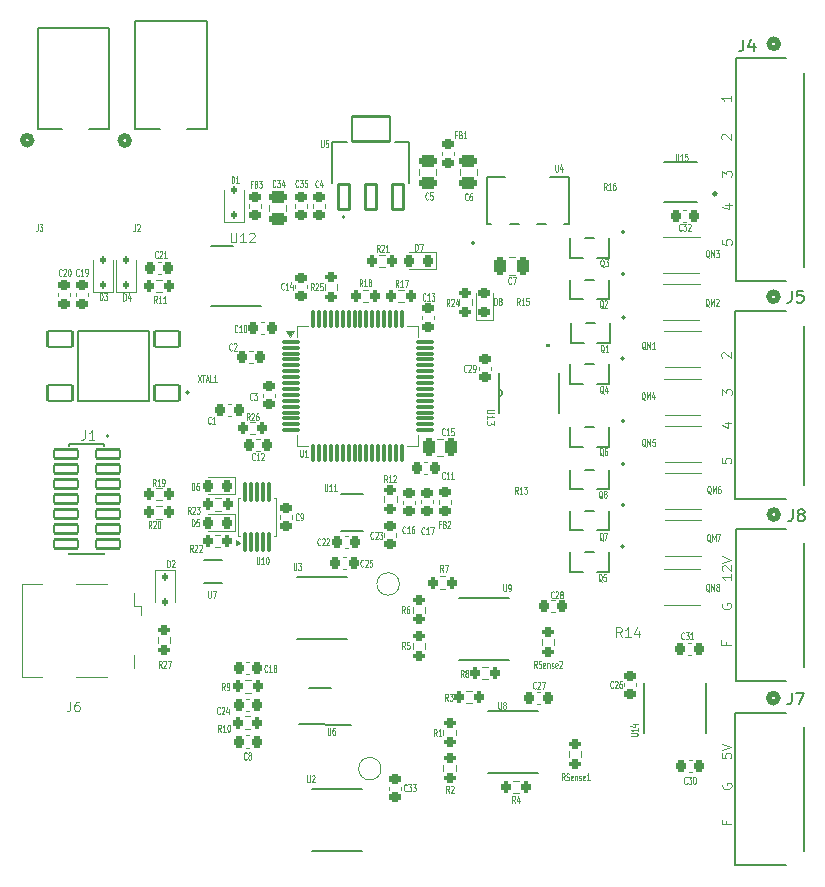
<source format=gbr>
%TF.GenerationSoftware,KiCad,Pcbnew,9.0.6*%
%TF.CreationDate,2026-02-16T15:04:55+01:00*%
%TF.ProjectId,WaterSensor,57617465-7253-4656-9e73-6f722e6b6963,rev?*%
%TF.SameCoordinates,Original*%
%TF.FileFunction,Legend,Top*%
%TF.FilePolarity,Positive*%
%FSLAX46Y46*%
G04 Gerber Fmt 4.6, Leading zero omitted, Abs format (unit mm)*
G04 Created by KiCad (PCBNEW 9.0.6) date 2026-02-16 15:04:55*
%MOMM*%
%LPD*%
G01*
G04 APERTURE LIST*
G04 Aperture macros list*
%AMRoundRect*
0 Rectangle with rounded corners*
0 $1 Rounding radius*
0 $2 $3 $4 $5 $6 $7 $8 $9 X,Y pos of 4 corners*
0 Add a 4 corners polygon primitive as box body*
4,1,4,$2,$3,$4,$5,$6,$7,$8,$9,$2,$3,0*
0 Add four circle primitives for the rounded corners*
1,1,$1+$1,$2,$3*
1,1,$1+$1,$4,$5*
1,1,$1+$1,$6,$7*
1,1,$1+$1,$8,$9*
0 Add four rect primitives between the rounded corners*
20,1,$1+$1,$2,$3,$4,$5,0*
20,1,$1+$1,$4,$5,$6,$7,0*
20,1,$1+$1,$6,$7,$8,$9,0*
20,1,$1+$1,$8,$9,$2,$3,0*%
G04 Aperture macros list end*
%ADD10C,0.100000*%
%ADD11C,0.050000*%
%ADD12C,0.150000*%
%ADD13C,0.062500*%
%ADD14C,0.127000*%
%ADD15C,0.200000*%
%ADD16C,0.152400*%
%ADD17C,0.120000*%
%ADD18C,0.508000*%
%ADD19C,0.000000*%
%ADD20C,0.250000*%
%ADD21RoundRect,0.102000X1.025000X-0.380000X1.025000X0.380000X-1.025000X0.380000X-1.025000X-0.380000X0*%
%ADD22RoundRect,0.102000X0.475000X-1.075000X0.475000X1.075000X-0.475000X1.075000X-0.475000X-1.075000X0*%
%ADD23RoundRect,0.102000X1.625000X-1.075000X1.625000X1.075000X-1.625000X1.075000X-1.625000X-1.075000X0*%
%ADD24R,0.508000X1.117600*%
%ADD25RoundRect,0.250000X0.250000X0.475000X-0.250000X0.475000X-0.250000X-0.475000X0.250000X-0.475000X0*%
%ADD26RoundRect,0.200000X0.275000X-0.200000X0.275000X0.200000X-0.275000X0.200000X-0.275000X-0.200000X0*%
%ADD27RoundRect,0.250000X-0.475000X0.250000X-0.475000X-0.250000X0.475000X-0.250000X0.475000X0.250000X0*%
%ADD28R,0.952500X0.558800*%
%ADD29RoundRect,0.225000X0.225000X0.250000X-0.225000X0.250000X-0.225000X-0.250000X0.225000X-0.250000X0*%
%ADD30R,1.725000X2.235000*%
%ADD31R,0.250000X0.077000*%
%ADD32R,0.250000X0.075000*%
%ADD33R,0.510000X0.405000*%
%ADD34R,0.990000X0.405000*%
%ADD35RoundRect,0.200000X0.200000X0.275000X-0.200000X0.275000X-0.200000X-0.275000X0.200000X-0.275000X0*%
%ADD36C,0.900000*%
%ADD37R,2.500000X0.500000*%
%ADD38R,2.500000X2.000000*%
%ADD39RoundRect,0.200000X-0.200000X-0.275000X0.200000X-0.275000X0.200000X0.275000X-0.200000X0.275000X0*%
%ADD40R,0.965200X0.736600*%
%ADD41R,0.355600X0.736600*%
%ADD42RoundRect,0.218750X0.256250X-0.218750X0.256250X0.218750X-0.256250X0.218750X-0.256250X-0.218750X0*%
%ADD43RoundRect,0.225000X-0.225000X-0.250000X0.225000X-0.250000X0.225000X0.250000X-0.225000X0.250000X0*%
%ADD44RoundRect,0.087500X0.087500X-0.725000X0.087500X0.725000X-0.087500X0.725000X-0.087500X-0.725000X0*%
%ADD45RoundRect,0.225000X-0.250000X0.225000X-0.250000X-0.225000X0.250000X-0.225000X0.250000X0.225000X0*%
%ADD46C,1.500000*%
%ADD47RoundRect,0.225000X0.250000X-0.225000X0.250000X0.225000X-0.250000X0.225000X-0.250000X-0.225000X0*%
%ADD48C,2.000000*%
%ADD49RoundRect,0.218750X0.218750X0.256250X-0.218750X0.256250X-0.218750X-0.256250X0.218750X-0.256250X0*%
%ADD50RoundRect,0.112500X0.112500X-0.187500X0.112500X0.187500X-0.112500X0.187500X-0.112500X-0.187500X0*%
%ADD51RoundRect,0.250000X0.475000X-0.250000X0.475000X0.250000X-0.475000X0.250000X-0.475000X-0.250000X0*%
%ADD52C,2.362200*%
%ADD53R,1.663700X0.558800*%
%ADD54C,1.320800*%
%ADD55C,1.574800*%
%ADD56RoundRect,0.200000X-0.275000X0.200000X-0.275000X-0.200000X0.275000X-0.200000X0.275000X0.200000X0*%
%ADD57R,0.950000X0.850000*%
%ADD58R,0.558800X1.663700*%
%ADD59R,0.914400X2.108200*%
%ADD60RoundRect,0.075000X-0.700000X-0.075000X0.700000X-0.075000X0.700000X0.075000X-0.700000X0.075000X0*%
%ADD61RoundRect,0.075000X-0.075000X-0.700000X0.075000X-0.700000X0.075000X0.700000X-0.075000X0.700000X0*%
%ADD62C,2.200000*%
%ADD63RoundRect,0.112500X-0.112500X0.187500X-0.112500X-0.187500X0.112500X-0.187500X0.112500X0.187500X0*%
%ADD64R,0.762000X0.254000*%
%ADD65R,0.355600X1.676400*%
%ADD66O,1.350000X0.299999*%
%ADD67RoundRect,0.102000X1.050000X0.700000X-1.050000X0.700000X-1.050000X-0.700000X1.050000X-0.700000X0*%
%ADD68R,1.805236X0.612132*%
%ADD69RoundRect,0.250000X-0.250000X-0.475000X0.250000X-0.475000X0.250000X0.475000X-0.250000X0.475000X0*%
%ADD70O,1.450000X0.599999*%
%ADD71RoundRect,0.218750X-0.256250X0.218750X-0.256250X-0.218750X0.256250X-0.218750X0.256250X0.218750X0*%
G04 APERTURE END LIST*
D10*
X163443561Y-91650877D02*
X163976895Y-91650877D01*
X163138800Y-91841353D02*
X163710228Y-92031830D01*
X163710228Y-92031830D02*
X163710228Y-91536591D01*
X163956895Y-122954687D02*
X163956895Y-123411830D01*
X163956895Y-123183258D02*
X163156895Y-123183258D01*
X163156895Y-123183258D02*
X163271180Y-123259449D01*
X163271180Y-123259449D02*
X163347371Y-123335639D01*
X163347371Y-123335639D02*
X163385466Y-123411830D01*
X163233085Y-122649925D02*
X163194990Y-122611829D01*
X163194990Y-122611829D02*
X163156895Y-122535639D01*
X163156895Y-122535639D02*
X163156895Y-122345163D01*
X163156895Y-122345163D02*
X163194990Y-122268972D01*
X163194990Y-122268972D02*
X163233085Y-122230877D01*
X163233085Y-122230877D02*
X163309276Y-122192782D01*
X163309276Y-122192782D02*
X163385466Y-122192782D01*
X163385466Y-122192782D02*
X163499752Y-122230877D01*
X163499752Y-122230877D02*
X163956895Y-122688020D01*
X163956895Y-122688020D02*
X163956895Y-122192782D01*
X163156895Y-121964210D02*
X163956895Y-121697543D01*
X163956895Y-121697543D02*
X163156895Y-121430877D01*
X163896895Y-82414687D02*
X163896895Y-82871830D01*
X163896895Y-82643258D02*
X163096895Y-82643258D01*
X163096895Y-82643258D02*
X163211180Y-82719449D01*
X163211180Y-82719449D02*
X163287371Y-82795639D01*
X163287371Y-82795639D02*
X163325466Y-82871830D01*
X163186895Y-89289925D02*
X163186895Y-88794687D01*
X163186895Y-88794687D02*
X163491657Y-89061353D01*
X163491657Y-89061353D02*
X163491657Y-88947068D01*
X163491657Y-88947068D02*
X163529752Y-88870877D01*
X163529752Y-88870877D02*
X163567847Y-88832782D01*
X163567847Y-88832782D02*
X163644038Y-88794687D01*
X163644038Y-88794687D02*
X163834514Y-88794687D01*
X163834514Y-88794687D02*
X163910704Y-88832782D01*
X163910704Y-88832782D02*
X163948800Y-88870877D01*
X163948800Y-88870877D02*
X163986895Y-88947068D01*
X163986895Y-88947068D02*
X163986895Y-89175639D01*
X163986895Y-89175639D02*
X163948800Y-89251830D01*
X163948800Y-89251830D02*
X163910704Y-89289925D01*
X163517847Y-143857068D02*
X163517847Y-144123734D01*
X163936895Y-144123734D02*
X163136895Y-144123734D01*
X163136895Y-144123734D02*
X163136895Y-143742782D01*
X163166895Y-107789925D02*
X163166895Y-107294687D01*
X163166895Y-107294687D02*
X163471657Y-107561353D01*
X163471657Y-107561353D02*
X163471657Y-107447068D01*
X163471657Y-107447068D02*
X163509752Y-107370877D01*
X163509752Y-107370877D02*
X163547847Y-107332782D01*
X163547847Y-107332782D02*
X163624038Y-107294687D01*
X163624038Y-107294687D02*
X163814514Y-107294687D01*
X163814514Y-107294687D02*
X163890704Y-107332782D01*
X163890704Y-107332782D02*
X163928800Y-107370877D01*
X163928800Y-107370877D02*
X163966895Y-107447068D01*
X163966895Y-107447068D02*
X163966895Y-107675639D01*
X163966895Y-107675639D02*
X163928800Y-107751830D01*
X163928800Y-107751830D02*
X163890704Y-107789925D01*
X163423561Y-110150877D02*
X163956895Y-110150877D01*
X163118800Y-110341353D02*
X163690228Y-110531830D01*
X163690228Y-110531830D02*
X163690228Y-110036591D01*
X163204990Y-140664687D02*
X163166895Y-140740877D01*
X163166895Y-140740877D02*
X163166895Y-140855163D01*
X163166895Y-140855163D02*
X163204990Y-140969449D01*
X163204990Y-140969449D02*
X163281180Y-141045639D01*
X163281180Y-141045639D02*
X163357371Y-141083734D01*
X163357371Y-141083734D02*
X163509752Y-141121830D01*
X163509752Y-141121830D02*
X163624038Y-141121830D01*
X163624038Y-141121830D02*
X163776419Y-141083734D01*
X163776419Y-141083734D02*
X163852609Y-141045639D01*
X163852609Y-141045639D02*
X163928800Y-140969449D01*
X163928800Y-140969449D02*
X163966895Y-140855163D01*
X163966895Y-140855163D02*
X163966895Y-140778972D01*
X163966895Y-140778972D02*
X163928800Y-140664687D01*
X163928800Y-140664687D02*
X163890704Y-140626591D01*
X163890704Y-140626591D02*
X163624038Y-140626591D01*
X163624038Y-140626591D02*
X163624038Y-140778972D01*
X163146895Y-113132782D02*
X163146895Y-113513734D01*
X163146895Y-113513734D02*
X163527847Y-113551830D01*
X163527847Y-113551830D02*
X163489752Y-113513734D01*
X163489752Y-113513734D02*
X163451657Y-113437544D01*
X163451657Y-113437544D02*
X163451657Y-113247068D01*
X163451657Y-113247068D02*
X163489752Y-113170877D01*
X163489752Y-113170877D02*
X163527847Y-113132782D01*
X163527847Y-113132782D02*
X163604038Y-113094687D01*
X163604038Y-113094687D02*
X163794514Y-113094687D01*
X163794514Y-113094687D02*
X163870704Y-113132782D01*
X163870704Y-113132782D02*
X163908800Y-113170877D01*
X163908800Y-113170877D02*
X163946895Y-113247068D01*
X163946895Y-113247068D02*
X163946895Y-113437544D01*
X163946895Y-113437544D02*
X163908800Y-113513734D01*
X163908800Y-113513734D02*
X163870704Y-113551830D01*
X163154990Y-125444687D02*
X163116895Y-125520877D01*
X163116895Y-125520877D02*
X163116895Y-125635163D01*
X163116895Y-125635163D02*
X163154990Y-125749449D01*
X163154990Y-125749449D02*
X163231180Y-125825639D01*
X163231180Y-125825639D02*
X163307371Y-125863734D01*
X163307371Y-125863734D02*
X163459752Y-125901830D01*
X163459752Y-125901830D02*
X163574038Y-125901830D01*
X163574038Y-125901830D02*
X163726419Y-125863734D01*
X163726419Y-125863734D02*
X163802609Y-125825639D01*
X163802609Y-125825639D02*
X163878800Y-125749449D01*
X163878800Y-125749449D02*
X163916895Y-125635163D01*
X163916895Y-125635163D02*
X163916895Y-125558972D01*
X163916895Y-125558972D02*
X163878800Y-125444687D01*
X163878800Y-125444687D02*
X163840704Y-125406591D01*
X163840704Y-125406591D02*
X163574038Y-125406591D01*
X163574038Y-125406591D02*
X163574038Y-125558972D01*
X163166895Y-94632782D02*
X163166895Y-95013734D01*
X163166895Y-95013734D02*
X163547847Y-95051830D01*
X163547847Y-95051830D02*
X163509752Y-95013734D01*
X163509752Y-95013734D02*
X163471657Y-94937544D01*
X163471657Y-94937544D02*
X163471657Y-94747068D01*
X163471657Y-94747068D02*
X163509752Y-94670877D01*
X163509752Y-94670877D02*
X163547847Y-94632782D01*
X163547847Y-94632782D02*
X163624038Y-94594687D01*
X163624038Y-94594687D02*
X163814514Y-94594687D01*
X163814514Y-94594687D02*
X163890704Y-94632782D01*
X163890704Y-94632782D02*
X163928800Y-94670877D01*
X163928800Y-94670877D02*
X163966895Y-94747068D01*
X163966895Y-94747068D02*
X163966895Y-94937544D01*
X163966895Y-94937544D02*
X163928800Y-95013734D01*
X163928800Y-95013734D02*
X163890704Y-95051830D01*
X163183085Y-86111830D02*
X163144990Y-86073734D01*
X163144990Y-86073734D02*
X163106895Y-85997544D01*
X163106895Y-85997544D02*
X163106895Y-85807068D01*
X163106895Y-85807068D02*
X163144990Y-85730877D01*
X163144990Y-85730877D02*
X163183085Y-85692782D01*
X163183085Y-85692782D02*
X163259276Y-85654687D01*
X163259276Y-85654687D02*
X163335466Y-85654687D01*
X163335466Y-85654687D02*
X163449752Y-85692782D01*
X163449752Y-85692782D02*
X163906895Y-86149925D01*
X163906895Y-86149925D02*
X163906895Y-85654687D01*
X163467847Y-128637068D02*
X163467847Y-128903734D01*
X163886895Y-128903734D02*
X163086895Y-128903734D01*
X163086895Y-128903734D02*
X163086895Y-128522782D01*
X163163085Y-104611830D02*
X163124990Y-104573734D01*
X163124990Y-104573734D02*
X163086895Y-104497544D01*
X163086895Y-104497544D02*
X163086895Y-104307068D01*
X163086895Y-104307068D02*
X163124990Y-104230877D01*
X163124990Y-104230877D02*
X163163085Y-104192782D01*
X163163085Y-104192782D02*
X163239276Y-104154687D01*
X163239276Y-104154687D02*
X163315466Y-104154687D01*
X163315466Y-104154687D02*
X163429752Y-104192782D01*
X163429752Y-104192782D02*
X163886895Y-104649925D01*
X163886895Y-104649925D02*
X163886895Y-104154687D01*
X163146895Y-138092782D02*
X163146895Y-138473734D01*
X163146895Y-138473734D02*
X163527847Y-138511830D01*
X163527847Y-138511830D02*
X163489752Y-138473734D01*
X163489752Y-138473734D02*
X163451657Y-138397544D01*
X163451657Y-138397544D02*
X163451657Y-138207068D01*
X163451657Y-138207068D02*
X163489752Y-138130877D01*
X163489752Y-138130877D02*
X163527847Y-138092782D01*
X163527847Y-138092782D02*
X163604038Y-138054687D01*
X163604038Y-138054687D02*
X163794514Y-138054687D01*
X163794514Y-138054687D02*
X163870704Y-138092782D01*
X163870704Y-138092782D02*
X163908800Y-138130877D01*
X163908800Y-138130877D02*
X163946895Y-138207068D01*
X163946895Y-138207068D02*
X163946895Y-138397544D01*
X163946895Y-138397544D02*
X163908800Y-138473734D01*
X163908800Y-138473734D02*
X163870704Y-138511830D01*
X163146895Y-137826115D02*
X163946895Y-137559448D01*
X163946895Y-137559448D02*
X163146895Y-137292782D01*
X109223333Y-110754895D02*
X109223333Y-111326323D01*
X109223333Y-111326323D02*
X109185238Y-111440609D01*
X109185238Y-111440609D02*
X109109047Y-111516800D01*
X109109047Y-111516800D02*
X108994762Y-111554895D01*
X108994762Y-111554895D02*
X108918571Y-111554895D01*
X110023333Y-111554895D02*
X109566190Y-111554895D01*
X109794762Y-111554895D02*
X109794762Y-110754895D01*
X109794762Y-110754895D02*
X109718571Y-110869180D01*
X109718571Y-110869180D02*
X109642381Y-110945371D01*
X109642381Y-110945371D02*
X109566190Y-110983466D01*
D11*
X129195238Y-86194971D02*
X129195238Y-86680685D01*
X129195238Y-86680685D02*
X129214285Y-86737828D01*
X129214285Y-86737828D02*
X129233333Y-86766400D01*
X129233333Y-86766400D02*
X129271428Y-86794971D01*
X129271428Y-86794971D02*
X129347619Y-86794971D01*
X129347619Y-86794971D02*
X129385714Y-86766400D01*
X129385714Y-86766400D02*
X129404761Y-86737828D01*
X129404761Y-86737828D02*
X129423809Y-86680685D01*
X129423809Y-86680685D02*
X129423809Y-86194971D01*
X129804762Y-86194971D02*
X129614286Y-86194971D01*
X129614286Y-86194971D02*
X129595238Y-86480685D01*
X129595238Y-86480685D02*
X129614286Y-86452114D01*
X129614286Y-86452114D02*
X129652381Y-86423542D01*
X129652381Y-86423542D02*
X129747619Y-86423542D01*
X129747619Y-86423542D02*
X129785714Y-86452114D01*
X129785714Y-86452114D02*
X129804762Y-86480685D01*
X129804762Y-86480685D02*
X129823809Y-86537828D01*
X129823809Y-86537828D02*
X129823809Y-86680685D01*
X129823809Y-86680685D02*
X129804762Y-86737828D01*
X129804762Y-86737828D02*
X129785714Y-86766400D01*
X129785714Y-86766400D02*
X129747619Y-86794971D01*
X129747619Y-86794971D02*
X129652381Y-86794971D01*
X129652381Y-86794971D02*
X129614286Y-86766400D01*
X129614286Y-86766400D02*
X129595238Y-86737828D01*
X153131904Y-107662114D02*
X153093809Y-107633542D01*
X153093809Y-107633542D02*
X153055714Y-107576400D01*
X153055714Y-107576400D02*
X152998571Y-107490685D01*
X152998571Y-107490685D02*
X152960476Y-107462114D01*
X152960476Y-107462114D02*
X152922380Y-107462114D01*
X152941428Y-107604971D02*
X152903333Y-107576400D01*
X152903333Y-107576400D02*
X152865238Y-107519257D01*
X152865238Y-107519257D02*
X152846190Y-107404971D01*
X152846190Y-107404971D02*
X152846190Y-107204971D01*
X152846190Y-107204971D02*
X152865238Y-107090685D01*
X152865238Y-107090685D02*
X152903333Y-107033542D01*
X152903333Y-107033542D02*
X152941428Y-107004971D01*
X152941428Y-107004971D02*
X153017619Y-107004971D01*
X153017619Y-107004971D02*
X153055714Y-107033542D01*
X153055714Y-107033542D02*
X153093809Y-107090685D01*
X153093809Y-107090685D02*
X153112857Y-107204971D01*
X153112857Y-107204971D02*
X153112857Y-107404971D01*
X153112857Y-107404971D02*
X153093809Y-107519257D01*
X153093809Y-107519257D02*
X153055714Y-107576400D01*
X153055714Y-107576400D02*
X153017619Y-107604971D01*
X153017619Y-107604971D02*
X152941428Y-107604971D01*
X153455714Y-107204971D02*
X153455714Y-107604971D01*
X153360476Y-106976400D02*
X153265238Y-107404971D01*
X153265238Y-107404971D02*
X153512857Y-107404971D01*
X145293333Y-98307828D02*
X145274285Y-98336400D01*
X145274285Y-98336400D02*
X145217143Y-98364971D01*
X145217143Y-98364971D02*
X145179047Y-98364971D01*
X145179047Y-98364971D02*
X145121904Y-98336400D01*
X145121904Y-98336400D02*
X145083809Y-98279257D01*
X145083809Y-98279257D02*
X145064762Y-98222114D01*
X145064762Y-98222114D02*
X145045714Y-98107828D01*
X145045714Y-98107828D02*
X145045714Y-98022114D01*
X145045714Y-98022114D02*
X145064762Y-97907828D01*
X145064762Y-97907828D02*
X145083809Y-97850685D01*
X145083809Y-97850685D02*
X145121904Y-97793542D01*
X145121904Y-97793542D02*
X145179047Y-97764971D01*
X145179047Y-97764971D02*
X145217143Y-97764971D01*
X145217143Y-97764971D02*
X145274285Y-97793542D01*
X145274285Y-97793542D02*
X145293333Y-97822114D01*
X145426666Y-97764971D02*
X145693333Y-97764971D01*
X145693333Y-97764971D02*
X145521904Y-98364971D01*
X149827143Y-140394971D02*
X149693810Y-140109257D01*
X149598572Y-140394971D02*
X149598572Y-139794971D01*
X149598572Y-139794971D02*
X149750953Y-139794971D01*
X149750953Y-139794971D02*
X149789048Y-139823542D01*
X149789048Y-139823542D02*
X149808095Y-139852114D01*
X149808095Y-139852114D02*
X149827143Y-139909257D01*
X149827143Y-139909257D02*
X149827143Y-139994971D01*
X149827143Y-139994971D02*
X149808095Y-140052114D01*
X149808095Y-140052114D02*
X149789048Y-140080685D01*
X149789048Y-140080685D02*
X149750953Y-140109257D01*
X149750953Y-140109257D02*
X149598572Y-140109257D01*
X149979524Y-140366400D02*
X150036667Y-140394971D01*
X150036667Y-140394971D02*
X150131905Y-140394971D01*
X150131905Y-140394971D02*
X150170000Y-140366400D01*
X150170000Y-140366400D02*
X150189048Y-140337828D01*
X150189048Y-140337828D02*
X150208095Y-140280685D01*
X150208095Y-140280685D02*
X150208095Y-140223542D01*
X150208095Y-140223542D02*
X150189048Y-140166400D01*
X150189048Y-140166400D02*
X150170000Y-140137828D01*
X150170000Y-140137828D02*
X150131905Y-140109257D01*
X150131905Y-140109257D02*
X150055714Y-140080685D01*
X150055714Y-140080685D02*
X150017619Y-140052114D01*
X150017619Y-140052114D02*
X149998572Y-140023542D01*
X149998572Y-140023542D02*
X149979524Y-139966400D01*
X149979524Y-139966400D02*
X149979524Y-139909257D01*
X149979524Y-139909257D02*
X149998572Y-139852114D01*
X149998572Y-139852114D02*
X150017619Y-139823542D01*
X150017619Y-139823542D02*
X150055714Y-139794971D01*
X150055714Y-139794971D02*
X150150953Y-139794971D01*
X150150953Y-139794971D02*
X150208095Y-139823542D01*
X150531905Y-140366400D02*
X150493809Y-140394971D01*
X150493809Y-140394971D02*
X150417619Y-140394971D01*
X150417619Y-140394971D02*
X150379524Y-140366400D01*
X150379524Y-140366400D02*
X150360476Y-140309257D01*
X150360476Y-140309257D02*
X150360476Y-140080685D01*
X150360476Y-140080685D02*
X150379524Y-140023542D01*
X150379524Y-140023542D02*
X150417619Y-139994971D01*
X150417619Y-139994971D02*
X150493809Y-139994971D01*
X150493809Y-139994971D02*
X150531905Y-140023542D01*
X150531905Y-140023542D02*
X150550952Y-140080685D01*
X150550952Y-140080685D02*
X150550952Y-140137828D01*
X150550952Y-140137828D02*
X150360476Y-140194971D01*
X150722381Y-139994971D02*
X150722381Y-140394971D01*
X150722381Y-140052114D02*
X150741428Y-140023542D01*
X150741428Y-140023542D02*
X150779523Y-139994971D01*
X150779523Y-139994971D02*
X150836666Y-139994971D01*
X150836666Y-139994971D02*
X150874762Y-140023542D01*
X150874762Y-140023542D02*
X150893809Y-140080685D01*
X150893809Y-140080685D02*
X150893809Y-140394971D01*
X151065238Y-140366400D02*
X151103333Y-140394971D01*
X151103333Y-140394971D02*
X151179524Y-140394971D01*
X151179524Y-140394971D02*
X151217619Y-140366400D01*
X151217619Y-140366400D02*
X151236667Y-140309257D01*
X151236667Y-140309257D02*
X151236667Y-140280685D01*
X151236667Y-140280685D02*
X151217619Y-140223542D01*
X151217619Y-140223542D02*
X151179524Y-140194971D01*
X151179524Y-140194971D02*
X151122381Y-140194971D01*
X151122381Y-140194971D02*
X151084286Y-140166400D01*
X151084286Y-140166400D02*
X151065238Y-140109257D01*
X151065238Y-140109257D02*
X151065238Y-140080685D01*
X151065238Y-140080685D02*
X151084286Y-140023542D01*
X151084286Y-140023542D02*
X151122381Y-139994971D01*
X151122381Y-139994971D02*
X151179524Y-139994971D01*
X151179524Y-139994971D02*
X151217619Y-140023542D01*
X151560477Y-140366400D02*
X151522381Y-140394971D01*
X151522381Y-140394971D02*
X151446191Y-140394971D01*
X151446191Y-140394971D02*
X151408096Y-140366400D01*
X151408096Y-140366400D02*
X151389048Y-140309257D01*
X151389048Y-140309257D02*
X151389048Y-140080685D01*
X151389048Y-140080685D02*
X151408096Y-140023542D01*
X151408096Y-140023542D02*
X151446191Y-139994971D01*
X151446191Y-139994971D02*
X151522381Y-139994971D01*
X151522381Y-139994971D02*
X151560477Y-140023542D01*
X151560477Y-140023542D02*
X151579524Y-140080685D01*
X151579524Y-140080685D02*
X151579524Y-140137828D01*
X151579524Y-140137828D02*
X151389048Y-140194971D01*
X151960476Y-140394971D02*
X151731905Y-140394971D01*
X151846191Y-140394971D02*
X151846191Y-139794971D01*
X151846191Y-139794971D02*
X151808095Y-139880685D01*
X151808095Y-139880685D02*
X151770000Y-139937828D01*
X151770000Y-139937828D02*
X151731905Y-139966400D01*
X125352857Y-90107828D02*
X125333809Y-90136400D01*
X125333809Y-90136400D02*
X125276667Y-90164971D01*
X125276667Y-90164971D02*
X125238571Y-90164971D01*
X125238571Y-90164971D02*
X125181428Y-90136400D01*
X125181428Y-90136400D02*
X125143333Y-90079257D01*
X125143333Y-90079257D02*
X125124286Y-90022114D01*
X125124286Y-90022114D02*
X125105238Y-89907828D01*
X125105238Y-89907828D02*
X125105238Y-89822114D01*
X125105238Y-89822114D02*
X125124286Y-89707828D01*
X125124286Y-89707828D02*
X125143333Y-89650685D01*
X125143333Y-89650685D02*
X125181428Y-89593542D01*
X125181428Y-89593542D02*
X125238571Y-89564971D01*
X125238571Y-89564971D02*
X125276667Y-89564971D01*
X125276667Y-89564971D02*
X125333809Y-89593542D01*
X125333809Y-89593542D02*
X125352857Y-89622114D01*
X125486190Y-89564971D02*
X125733809Y-89564971D01*
X125733809Y-89564971D02*
X125600476Y-89793542D01*
X125600476Y-89793542D02*
X125657619Y-89793542D01*
X125657619Y-89793542D02*
X125695714Y-89822114D01*
X125695714Y-89822114D02*
X125714762Y-89850685D01*
X125714762Y-89850685D02*
X125733809Y-89907828D01*
X125733809Y-89907828D02*
X125733809Y-90050685D01*
X125733809Y-90050685D02*
X125714762Y-90107828D01*
X125714762Y-90107828D02*
X125695714Y-90136400D01*
X125695714Y-90136400D02*
X125657619Y-90164971D01*
X125657619Y-90164971D02*
X125543333Y-90164971D01*
X125543333Y-90164971D02*
X125505238Y-90136400D01*
X125505238Y-90136400D02*
X125486190Y-90107828D01*
X126076666Y-89764971D02*
X126076666Y-90164971D01*
X125981428Y-89536400D02*
X125886190Y-89964971D01*
X125886190Y-89964971D02*
X126133809Y-89964971D01*
X129524762Y-115304971D02*
X129524762Y-115790685D01*
X129524762Y-115790685D02*
X129543809Y-115847828D01*
X129543809Y-115847828D02*
X129562857Y-115876400D01*
X129562857Y-115876400D02*
X129600952Y-115904971D01*
X129600952Y-115904971D02*
X129677143Y-115904971D01*
X129677143Y-115904971D02*
X129715238Y-115876400D01*
X129715238Y-115876400D02*
X129734285Y-115847828D01*
X129734285Y-115847828D02*
X129753333Y-115790685D01*
X129753333Y-115790685D02*
X129753333Y-115304971D01*
X130153333Y-115904971D02*
X129924762Y-115904971D01*
X130039048Y-115904971D02*
X130039048Y-115304971D01*
X130039048Y-115304971D02*
X130000952Y-115390685D01*
X130000952Y-115390685D02*
X129962857Y-115447828D01*
X129962857Y-115447828D02*
X129924762Y-115476400D01*
X130534285Y-115904971D02*
X130305714Y-115904971D01*
X130420000Y-115904971D02*
X130420000Y-115304971D01*
X130420000Y-115304971D02*
X130381904Y-115390685D01*
X130381904Y-115390685D02*
X130343809Y-115447828D01*
X130343809Y-115447828D02*
X130305714Y-115476400D01*
X115392857Y-96117828D02*
X115373809Y-96146400D01*
X115373809Y-96146400D02*
X115316667Y-96174971D01*
X115316667Y-96174971D02*
X115278571Y-96174971D01*
X115278571Y-96174971D02*
X115221428Y-96146400D01*
X115221428Y-96146400D02*
X115183333Y-96089257D01*
X115183333Y-96089257D02*
X115164286Y-96032114D01*
X115164286Y-96032114D02*
X115145238Y-95917828D01*
X115145238Y-95917828D02*
X115145238Y-95832114D01*
X115145238Y-95832114D02*
X115164286Y-95717828D01*
X115164286Y-95717828D02*
X115183333Y-95660685D01*
X115183333Y-95660685D02*
X115221428Y-95603542D01*
X115221428Y-95603542D02*
X115278571Y-95574971D01*
X115278571Y-95574971D02*
X115316667Y-95574971D01*
X115316667Y-95574971D02*
X115373809Y-95603542D01*
X115373809Y-95603542D02*
X115392857Y-95632114D01*
X115545238Y-95632114D02*
X115564286Y-95603542D01*
X115564286Y-95603542D02*
X115602381Y-95574971D01*
X115602381Y-95574971D02*
X115697619Y-95574971D01*
X115697619Y-95574971D02*
X115735714Y-95603542D01*
X115735714Y-95603542D02*
X115754762Y-95632114D01*
X115754762Y-95632114D02*
X115773809Y-95689257D01*
X115773809Y-95689257D02*
X115773809Y-95746400D01*
X115773809Y-95746400D02*
X115754762Y-95832114D01*
X115754762Y-95832114D02*
X115526190Y-96174971D01*
X115526190Y-96174971D02*
X115773809Y-96174971D01*
X116154761Y-96174971D02*
X115926190Y-96174971D01*
X116040476Y-96174971D02*
X116040476Y-95574971D01*
X116040476Y-95574971D02*
X116002380Y-95660685D01*
X116002380Y-95660685D02*
X115964285Y-95717828D01*
X115964285Y-95717828D02*
X115926190Y-95746400D01*
X156633333Y-108192114D02*
X156595238Y-108163542D01*
X156595238Y-108163542D02*
X156557143Y-108106400D01*
X156557143Y-108106400D02*
X156500000Y-108020685D01*
X156500000Y-108020685D02*
X156461905Y-107992114D01*
X156461905Y-107992114D02*
X156423809Y-107992114D01*
X156442857Y-108134971D02*
X156404762Y-108106400D01*
X156404762Y-108106400D02*
X156366667Y-108049257D01*
X156366667Y-108049257D02*
X156347619Y-107934971D01*
X156347619Y-107934971D02*
X156347619Y-107734971D01*
X156347619Y-107734971D02*
X156366667Y-107620685D01*
X156366667Y-107620685D02*
X156404762Y-107563542D01*
X156404762Y-107563542D02*
X156442857Y-107534971D01*
X156442857Y-107534971D02*
X156519048Y-107534971D01*
X156519048Y-107534971D02*
X156557143Y-107563542D01*
X156557143Y-107563542D02*
X156595238Y-107620685D01*
X156595238Y-107620685D02*
X156614286Y-107734971D01*
X156614286Y-107734971D02*
X156614286Y-107934971D01*
X156614286Y-107934971D02*
X156595238Y-108049257D01*
X156595238Y-108049257D02*
X156557143Y-108106400D01*
X156557143Y-108106400D02*
X156519048Y-108134971D01*
X156519048Y-108134971D02*
X156442857Y-108134971D01*
X156785715Y-108134971D02*
X156785715Y-107534971D01*
X156785715Y-107534971D02*
X156919048Y-107963542D01*
X156919048Y-107963542D02*
X157052381Y-107534971D01*
X157052381Y-107534971D02*
X157052381Y-108134971D01*
X157414286Y-107734971D02*
X157414286Y-108134971D01*
X157319048Y-107506400D02*
X157223810Y-107934971D01*
X157223810Y-107934971D02*
X157471429Y-107934971D01*
X136333333Y-129274971D02*
X136200000Y-128989257D01*
X136104762Y-129274971D02*
X136104762Y-128674971D01*
X136104762Y-128674971D02*
X136257143Y-128674971D01*
X136257143Y-128674971D02*
X136295238Y-128703542D01*
X136295238Y-128703542D02*
X136314285Y-128732114D01*
X136314285Y-128732114D02*
X136333333Y-128789257D01*
X136333333Y-128789257D02*
X136333333Y-128874971D01*
X136333333Y-128874971D02*
X136314285Y-128932114D01*
X136314285Y-128932114D02*
X136295238Y-128960685D01*
X136295238Y-128960685D02*
X136257143Y-128989257D01*
X136257143Y-128989257D02*
X136104762Y-128989257D01*
X136695238Y-128674971D02*
X136504762Y-128674971D01*
X136504762Y-128674971D02*
X136485714Y-128960685D01*
X136485714Y-128960685D02*
X136504762Y-128932114D01*
X136504762Y-128932114D02*
X136542857Y-128903542D01*
X136542857Y-128903542D02*
X136638095Y-128903542D01*
X136638095Y-128903542D02*
X136676190Y-128932114D01*
X136676190Y-128932114D02*
X136695238Y-128960685D01*
X136695238Y-128960685D02*
X136714285Y-129017828D01*
X136714285Y-129017828D02*
X136714285Y-129160685D01*
X136714285Y-129160685D02*
X136695238Y-129217828D01*
X136695238Y-129217828D02*
X136676190Y-129246400D01*
X136676190Y-129246400D02*
X136638095Y-129274971D01*
X136638095Y-129274971D02*
X136542857Y-129274971D01*
X136542857Y-129274971D02*
X136504762Y-129246400D01*
X136504762Y-129246400D02*
X136485714Y-129217828D01*
X114852857Y-119024971D02*
X114719524Y-118739257D01*
X114624286Y-119024971D02*
X114624286Y-118424971D01*
X114624286Y-118424971D02*
X114776667Y-118424971D01*
X114776667Y-118424971D02*
X114814762Y-118453542D01*
X114814762Y-118453542D02*
X114833809Y-118482114D01*
X114833809Y-118482114D02*
X114852857Y-118539257D01*
X114852857Y-118539257D02*
X114852857Y-118624971D01*
X114852857Y-118624971D02*
X114833809Y-118682114D01*
X114833809Y-118682114D02*
X114814762Y-118710685D01*
X114814762Y-118710685D02*
X114776667Y-118739257D01*
X114776667Y-118739257D02*
X114624286Y-118739257D01*
X115005238Y-118482114D02*
X115024286Y-118453542D01*
X115024286Y-118453542D02*
X115062381Y-118424971D01*
X115062381Y-118424971D02*
X115157619Y-118424971D01*
X115157619Y-118424971D02*
X115195714Y-118453542D01*
X115195714Y-118453542D02*
X115214762Y-118482114D01*
X115214762Y-118482114D02*
X115233809Y-118539257D01*
X115233809Y-118539257D02*
X115233809Y-118596400D01*
X115233809Y-118596400D02*
X115214762Y-118682114D01*
X115214762Y-118682114D02*
X114986190Y-119024971D01*
X114986190Y-119024971D02*
X115233809Y-119024971D01*
X115481428Y-118424971D02*
X115519523Y-118424971D01*
X115519523Y-118424971D02*
X115557619Y-118453542D01*
X115557619Y-118453542D02*
X115576666Y-118482114D01*
X115576666Y-118482114D02*
X115595714Y-118539257D01*
X115595714Y-118539257D02*
X115614761Y-118653542D01*
X115614761Y-118653542D02*
X115614761Y-118796400D01*
X115614761Y-118796400D02*
X115595714Y-118910685D01*
X115595714Y-118910685D02*
X115576666Y-118967828D01*
X115576666Y-118967828D02*
X115557619Y-118996400D01*
X115557619Y-118996400D02*
X115519523Y-119024971D01*
X115519523Y-119024971D02*
X115481428Y-119024971D01*
X115481428Y-119024971D02*
X115443333Y-118996400D01*
X115443333Y-118996400D02*
X115424285Y-118967828D01*
X115424285Y-118967828D02*
X115405238Y-118910685D01*
X115405238Y-118910685D02*
X115386190Y-118796400D01*
X115386190Y-118796400D02*
X115386190Y-118653542D01*
X115386190Y-118653542D02*
X115405238Y-118539257D01*
X115405238Y-118539257D02*
X115424285Y-118482114D01*
X115424285Y-118482114D02*
X115443333Y-118453542D01*
X115443333Y-118453542D02*
X115481428Y-118424971D01*
X124662857Y-131167828D02*
X124643809Y-131196400D01*
X124643809Y-131196400D02*
X124586667Y-131224971D01*
X124586667Y-131224971D02*
X124548571Y-131224971D01*
X124548571Y-131224971D02*
X124491428Y-131196400D01*
X124491428Y-131196400D02*
X124453333Y-131139257D01*
X124453333Y-131139257D02*
X124434286Y-131082114D01*
X124434286Y-131082114D02*
X124415238Y-130967828D01*
X124415238Y-130967828D02*
X124415238Y-130882114D01*
X124415238Y-130882114D02*
X124434286Y-130767828D01*
X124434286Y-130767828D02*
X124453333Y-130710685D01*
X124453333Y-130710685D02*
X124491428Y-130653542D01*
X124491428Y-130653542D02*
X124548571Y-130624971D01*
X124548571Y-130624971D02*
X124586667Y-130624971D01*
X124586667Y-130624971D02*
X124643809Y-130653542D01*
X124643809Y-130653542D02*
X124662857Y-130682114D01*
X125043809Y-131224971D02*
X124815238Y-131224971D01*
X124929524Y-131224971D02*
X124929524Y-130624971D01*
X124929524Y-130624971D02*
X124891428Y-130710685D01*
X124891428Y-130710685D02*
X124853333Y-130767828D01*
X124853333Y-130767828D02*
X124815238Y-130796400D01*
X125272380Y-130882114D02*
X125234285Y-130853542D01*
X125234285Y-130853542D02*
X125215238Y-130824971D01*
X125215238Y-130824971D02*
X125196190Y-130767828D01*
X125196190Y-130767828D02*
X125196190Y-130739257D01*
X125196190Y-130739257D02*
X125215238Y-130682114D01*
X125215238Y-130682114D02*
X125234285Y-130653542D01*
X125234285Y-130653542D02*
X125272380Y-130624971D01*
X125272380Y-130624971D02*
X125348571Y-130624971D01*
X125348571Y-130624971D02*
X125386666Y-130653542D01*
X125386666Y-130653542D02*
X125405714Y-130682114D01*
X125405714Y-130682114D02*
X125424761Y-130739257D01*
X125424761Y-130739257D02*
X125424761Y-130767828D01*
X125424761Y-130767828D02*
X125405714Y-130824971D01*
X125405714Y-130824971D02*
X125386666Y-130853542D01*
X125386666Y-130853542D02*
X125348571Y-130882114D01*
X125348571Y-130882114D02*
X125272380Y-130882114D01*
X125272380Y-130882114D02*
X125234285Y-130910685D01*
X125234285Y-130910685D02*
X125215238Y-130939257D01*
X125215238Y-130939257D02*
X125196190Y-130996400D01*
X125196190Y-130996400D02*
X125196190Y-131110685D01*
X125196190Y-131110685D02*
X125215238Y-131167828D01*
X125215238Y-131167828D02*
X125234285Y-131196400D01*
X125234285Y-131196400D02*
X125272380Y-131224971D01*
X125272380Y-131224971D02*
X125348571Y-131224971D01*
X125348571Y-131224971D02*
X125386666Y-131196400D01*
X125386666Y-131196400D02*
X125405714Y-131167828D01*
X125405714Y-131167828D02*
X125424761Y-131110685D01*
X125424761Y-131110685D02*
X125424761Y-130996400D01*
X125424761Y-130996400D02*
X125405714Y-130939257D01*
X125405714Y-130939257D02*
X125386666Y-130910685D01*
X125386666Y-130910685D02*
X125348571Y-130882114D01*
X153161904Y-104152114D02*
X153123809Y-104123542D01*
X153123809Y-104123542D02*
X153085714Y-104066400D01*
X153085714Y-104066400D02*
X153028571Y-103980685D01*
X153028571Y-103980685D02*
X152990476Y-103952114D01*
X152990476Y-103952114D02*
X152952380Y-103952114D01*
X152971428Y-104094971D02*
X152933333Y-104066400D01*
X152933333Y-104066400D02*
X152895238Y-104009257D01*
X152895238Y-104009257D02*
X152876190Y-103894971D01*
X152876190Y-103894971D02*
X152876190Y-103694971D01*
X152876190Y-103694971D02*
X152895238Y-103580685D01*
X152895238Y-103580685D02*
X152933333Y-103523542D01*
X152933333Y-103523542D02*
X152971428Y-103494971D01*
X152971428Y-103494971D02*
X153047619Y-103494971D01*
X153047619Y-103494971D02*
X153085714Y-103523542D01*
X153085714Y-103523542D02*
X153123809Y-103580685D01*
X153123809Y-103580685D02*
X153142857Y-103694971D01*
X153142857Y-103694971D02*
X153142857Y-103894971D01*
X153142857Y-103894971D02*
X153123809Y-104009257D01*
X153123809Y-104009257D02*
X153085714Y-104066400D01*
X153085714Y-104066400D02*
X153047619Y-104094971D01*
X153047619Y-104094971D02*
X152971428Y-104094971D01*
X153523809Y-104094971D02*
X153295238Y-104094971D01*
X153409524Y-104094971D02*
X153409524Y-103494971D01*
X153409524Y-103494971D02*
X153371428Y-103580685D01*
X153371428Y-103580685D02*
X153333333Y-103637828D01*
X153333333Y-103637828D02*
X153295238Y-103666400D01*
X162213333Y-116132114D02*
X162175238Y-116103542D01*
X162175238Y-116103542D02*
X162137143Y-116046400D01*
X162137143Y-116046400D02*
X162080000Y-115960685D01*
X162080000Y-115960685D02*
X162041905Y-115932114D01*
X162041905Y-115932114D02*
X162003809Y-115932114D01*
X162022857Y-116074971D02*
X161984762Y-116046400D01*
X161984762Y-116046400D02*
X161946667Y-115989257D01*
X161946667Y-115989257D02*
X161927619Y-115874971D01*
X161927619Y-115874971D02*
X161927619Y-115674971D01*
X161927619Y-115674971D02*
X161946667Y-115560685D01*
X161946667Y-115560685D02*
X161984762Y-115503542D01*
X161984762Y-115503542D02*
X162022857Y-115474971D01*
X162022857Y-115474971D02*
X162099048Y-115474971D01*
X162099048Y-115474971D02*
X162137143Y-115503542D01*
X162137143Y-115503542D02*
X162175238Y-115560685D01*
X162175238Y-115560685D02*
X162194286Y-115674971D01*
X162194286Y-115674971D02*
X162194286Y-115874971D01*
X162194286Y-115874971D02*
X162175238Y-115989257D01*
X162175238Y-115989257D02*
X162137143Y-116046400D01*
X162137143Y-116046400D02*
X162099048Y-116074971D01*
X162099048Y-116074971D02*
X162022857Y-116074971D01*
X162365715Y-116074971D02*
X162365715Y-115474971D01*
X162365715Y-115474971D02*
X162499048Y-115903542D01*
X162499048Y-115903542D02*
X162632381Y-115474971D01*
X162632381Y-115474971D02*
X162632381Y-116074971D01*
X162994286Y-115474971D02*
X162918096Y-115474971D01*
X162918096Y-115474971D02*
X162880000Y-115503542D01*
X162880000Y-115503542D02*
X162860953Y-115532114D01*
X162860953Y-115532114D02*
X162822858Y-115617828D01*
X162822858Y-115617828D02*
X162803810Y-115732114D01*
X162803810Y-115732114D02*
X162803810Y-115960685D01*
X162803810Y-115960685D02*
X162822858Y-116017828D01*
X162822858Y-116017828D02*
X162841905Y-116046400D01*
X162841905Y-116046400D02*
X162880000Y-116074971D01*
X162880000Y-116074971D02*
X162956191Y-116074971D01*
X162956191Y-116074971D02*
X162994286Y-116046400D01*
X162994286Y-116046400D02*
X163013334Y-116017828D01*
X163013334Y-116017828D02*
X163032381Y-115960685D01*
X163032381Y-115960685D02*
X163032381Y-115817828D01*
X163032381Y-115817828D02*
X163013334Y-115760685D01*
X163013334Y-115760685D02*
X162994286Y-115732114D01*
X162994286Y-115732114D02*
X162956191Y-115703542D01*
X162956191Y-115703542D02*
X162880000Y-115703542D01*
X162880000Y-115703542D02*
X162841905Y-115732114D01*
X162841905Y-115732114D02*
X162822858Y-115760685D01*
X162822858Y-115760685D02*
X162803810Y-115817828D01*
D10*
X107983333Y-133734895D02*
X107983333Y-134306323D01*
X107983333Y-134306323D02*
X107945238Y-134420609D01*
X107945238Y-134420609D02*
X107869047Y-134496800D01*
X107869047Y-134496800D02*
X107754762Y-134534895D01*
X107754762Y-134534895D02*
X107678571Y-134534895D01*
X108707143Y-133734895D02*
X108554762Y-133734895D01*
X108554762Y-133734895D02*
X108478571Y-133772990D01*
X108478571Y-133772990D02*
X108440476Y-133811085D01*
X108440476Y-133811085D02*
X108364286Y-133925371D01*
X108364286Y-133925371D02*
X108326190Y-134077752D01*
X108326190Y-134077752D02*
X108326190Y-134382514D01*
X108326190Y-134382514D02*
X108364286Y-134458704D01*
X108364286Y-134458704D02*
X108402381Y-134496800D01*
X108402381Y-134496800D02*
X108478571Y-134534895D01*
X108478571Y-134534895D02*
X108630952Y-134534895D01*
X108630952Y-134534895D02*
X108707143Y-134496800D01*
X108707143Y-134496800D02*
X108745238Y-134458704D01*
X108745238Y-134458704D02*
X108783333Y-134382514D01*
X108783333Y-134382514D02*
X108783333Y-134192038D01*
X108783333Y-134192038D02*
X108745238Y-134115847D01*
X108745238Y-134115847D02*
X108707143Y-134077752D01*
X108707143Y-134077752D02*
X108630952Y-134039657D01*
X108630952Y-134039657D02*
X108478571Y-134039657D01*
X108478571Y-134039657D02*
X108402381Y-134077752D01*
X108402381Y-134077752D02*
X108364286Y-134115847D01*
X108364286Y-134115847D02*
X108326190Y-134192038D01*
D11*
X128602857Y-98904971D02*
X128469524Y-98619257D01*
X128374286Y-98904971D02*
X128374286Y-98304971D01*
X128374286Y-98304971D02*
X128526667Y-98304971D01*
X128526667Y-98304971D02*
X128564762Y-98333542D01*
X128564762Y-98333542D02*
X128583809Y-98362114D01*
X128583809Y-98362114D02*
X128602857Y-98419257D01*
X128602857Y-98419257D02*
X128602857Y-98504971D01*
X128602857Y-98504971D02*
X128583809Y-98562114D01*
X128583809Y-98562114D02*
X128564762Y-98590685D01*
X128564762Y-98590685D02*
X128526667Y-98619257D01*
X128526667Y-98619257D02*
X128374286Y-98619257D01*
X128755238Y-98362114D02*
X128774286Y-98333542D01*
X128774286Y-98333542D02*
X128812381Y-98304971D01*
X128812381Y-98304971D02*
X128907619Y-98304971D01*
X128907619Y-98304971D02*
X128945714Y-98333542D01*
X128945714Y-98333542D02*
X128964762Y-98362114D01*
X128964762Y-98362114D02*
X128983809Y-98419257D01*
X128983809Y-98419257D02*
X128983809Y-98476400D01*
X128983809Y-98476400D02*
X128964762Y-98562114D01*
X128964762Y-98562114D02*
X128736190Y-98904971D01*
X128736190Y-98904971D02*
X128983809Y-98904971D01*
X129345714Y-98304971D02*
X129155238Y-98304971D01*
X129155238Y-98304971D02*
X129136190Y-98590685D01*
X129136190Y-98590685D02*
X129155238Y-98562114D01*
X129155238Y-98562114D02*
X129193333Y-98533542D01*
X129193333Y-98533542D02*
X129288571Y-98533542D01*
X129288571Y-98533542D02*
X129326666Y-98562114D01*
X129326666Y-98562114D02*
X129345714Y-98590685D01*
X129345714Y-98590685D02*
X129364761Y-98647828D01*
X129364761Y-98647828D02*
X129364761Y-98790685D01*
X129364761Y-98790685D02*
X129345714Y-98847828D01*
X129345714Y-98847828D02*
X129326666Y-98876400D01*
X129326666Y-98876400D02*
X129288571Y-98904971D01*
X129288571Y-98904971D02*
X129193333Y-98904971D01*
X129193333Y-98904971D02*
X129155238Y-98876400D01*
X129155238Y-98876400D02*
X129136190Y-98847828D01*
X139963333Y-133654971D02*
X139830000Y-133369257D01*
X139734762Y-133654971D02*
X139734762Y-133054971D01*
X139734762Y-133054971D02*
X139887143Y-133054971D01*
X139887143Y-133054971D02*
X139925238Y-133083542D01*
X139925238Y-133083542D02*
X139944285Y-133112114D01*
X139944285Y-133112114D02*
X139963333Y-133169257D01*
X139963333Y-133169257D02*
X139963333Y-133254971D01*
X139963333Y-133254971D02*
X139944285Y-133312114D01*
X139944285Y-133312114D02*
X139925238Y-133340685D01*
X139925238Y-133340685D02*
X139887143Y-133369257D01*
X139887143Y-133369257D02*
X139734762Y-133369257D01*
X140096666Y-133054971D02*
X140344285Y-133054971D01*
X140344285Y-133054971D02*
X140210952Y-133283542D01*
X140210952Y-133283542D02*
X140268095Y-133283542D01*
X140268095Y-133283542D02*
X140306190Y-133312114D01*
X140306190Y-133312114D02*
X140325238Y-133340685D01*
X140325238Y-133340685D02*
X140344285Y-133397828D01*
X140344285Y-133397828D02*
X140344285Y-133540685D01*
X140344285Y-133540685D02*
X140325238Y-133597828D01*
X140325238Y-133597828D02*
X140306190Y-133626400D01*
X140306190Y-133626400D02*
X140268095Y-133654971D01*
X140268095Y-133654971D02*
X140153809Y-133654971D01*
X140153809Y-133654971D02*
X140115714Y-133626400D01*
X140115714Y-133626400D02*
X140096666Y-133597828D01*
X153392857Y-90394971D02*
X153259524Y-90109257D01*
X153164286Y-90394971D02*
X153164286Y-89794971D01*
X153164286Y-89794971D02*
X153316667Y-89794971D01*
X153316667Y-89794971D02*
X153354762Y-89823542D01*
X153354762Y-89823542D02*
X153373809Y-89852114D01*
X153373809Y-89852114D02*
X153392857Y-89909257D01*
X153392857Y-89909257D02*
X153392857Y-89994971D01*
X153392857Y-89994971D02*
X153373809Y-90052114D01*
X153373809Y-90052114D02*
X153354762Y-90080685D01*
X153354762Y-90080685D02*
X153316667Y-90109257D01*
X153316667Y-90109257D02*
X153164286Y-90109257D01*
X153773809Y-90394971D02*
X153545238Y-90394971D01*
X153659524Y-90394971D02*
X153659524Y-89794971D01*
X153659524Y-89794971D02*
X153621428Y-89880685D01*
X153621428Y-89880685D02*
X153583333Y-89937828D01*
X153583333Y-89937828D02*
X153545238Y-89966400D01*
X154116666Y-89794971D02*
X154040476Y-89794971D01*
X154040476Y-89794971D02*
X154002380Y-89823542D01*
X154002380Y-89823542D02*
X153983333Y-89852114D01*
X153983333Y-89852114D02*
X153945238Y-89937828D01*
X153945238Y-89937828D02*
X153926190Y-90052114D01*
X153926190Y-90052114D02*
X153926190Y-90280685D01*
X153926190Y-90280685D02*
X153945238Y-90337828D01*
X153945238Y-90337828D02*
X153964285Y-90366400D01*
X153964285Y-90366400D02*
X154002380Y-90394971D01*
X154002380Y-90394971D02*
X154078571Y-90394971D01*
X154078571Y-90394971D02*
X154116666Y-90366400D01*
X154116666Y-90366400D02*
X154135714Y-90337828D01*
X154135714Y-90337828D02*
X154154761Y-90280685D01*
X154154761Y-90280685D02*
X154154761Y-90137828D01*
X154154761Y-90137828D02*
X154135714Y-90080685D01*
X154135714Y-90080685D02*
X154116666Y-90052114D01*
X154116666Y-90052114D02*
X154078571Y-90023542D01*
X154078571Y-90023542D02*
X154002380Y-90023542D01*
X154002380Y-90023542D02*
X153964285Y-90052114D01*
X153964285Y-90052114D02*
X153945238Y-90080685D01*
X153945238Y-90080685D02*
X153926190Y-90137828D01*
X123376667Y-89890685D02*
X123243334Y-89890685D01*
X123243334Y-90204971D02*
X123243334Y-89604971D01*
X123243334Y-89604971D02*
X123433810Y-89604971D01*
X123719524Y-89890685D02*
X123776667Y-89919257D01*
X123776667Y-89919257D02*
X123795714Y-89947828D01*
X123795714Y-89947828D02*
X123814762Y-90004971D01*
X123814762Y-90004971D02*
X123814762Y-90090685D01*
X123814762Y-90090685D02*
X123795714Y-90147828D01*
X123795714Y-90147828D02*
X123776667Y-90176400D01*
X123776667Y-90176400D02*
X123738572Y-90204971D01*
X123738572Y-90204971D02*
X123586191Y-90204971D01*
X123586191Y-90204971D02*
X123586191Y-89604971D01*
X123586191Y-89604971D02*
X123719524Y-89604971D01*
X123719524Y-89604971D02*
X123757619Y-89633542D01*
X123757619Y-89633542D02*
X123776667Y-89662114D01*
X123776667Y-89662114D02*
X123795714Y-89719257D01*
X123795714Y-89719257D02*
X123795714Y-89776400D01*
X123795714Y-89776400D02*
X123776667Y-89833542D01*
X123776667Y-89833542D02*
X123757619Y-89862114D01*
X123757619Y-89862114D02*
X123719524Y-89890685D01*
X123719524Y-89890685D02*
X123586191Y-89890685D01*
X123948095Y-89604971D02*
X124195714Y-89604971D01*
X124195714Y-89604971D02*
X124062381Y-89833542D01*
X124062381Y-89833542D02*
X124119524Y-89833542D01*
X124119524Y-89833542D02*
X124157619Y-89862114D01*
X124157619Y-89862114D02*
X124176667Y-89890685D01*
X124176667Y-89890685D02*
X124195714Y-89947828D01*
X124195714Y-89947828D02*
X124195714Y-90090685D01*
X124195714Y-90090685D02*
X124176667Y-90147828D01*
X124176667Y-90147828D02*
X124157619Y-90176400D01*
X124157619Y-90176400D02*
X124119524Y-90204971D01*
X124119524Y-90204971D02*
X124005238Y-90204971D01*
X124005238Y-90204971D02*
X123967143Y-90176400D01*
X123967143Y-90176400D02*
X123948095Y-90147828D01*
X118362857Y-121034971D02*
X118229524Y-120749257D01*
X118134286Y-121034971D02*
X118134286Y-120434971D01*
X118134286Y-120434971D02*
X118286667Y-120434971D01*
X118286667Y-120434971D02*
X118324762Y-120463542D01*
X118324762Y-120463542D02*
X118343809Y-120492114D01*
X118343809Y-120492114D02*
X118362857Y-120549257D01*
X118362857Y-120549257D02*
X118362857Y-120634971D01*
X118362857Y-120634971D02*
X118343809Y-120692114D01*
X118343809Y-120692114D02*
X118324762Y-120720685D01*
X118324762Y-120720685D02*
X118286667Y-120749257D01*
X118286667Y-120749257D02*
X118134286Y-120749257D01*
X118515238Y-120492114D02*
X118534286Y-120463542D01*
X118534286Y-120463542D02*
X118572381Y-120434971D01*
X118572381Y-120434971D02*
X118667619Y-120434971D01*
X118667619Y-120434971D02*
X118705714Y-120463542D01*
X118705714Y-120463542D02*
X118724762Y-120492114D01*
X118724762Y-120492114D02*
X118743809Y-120549257D01*
X118743809Y-120549257D02*
X118743809Y-120606400D01*
X118743809Y-120606400D02*
X118724762Y-120692114D01*
X118724762Y-120692114D02*
X118496190Y-121034971D01*
X118496190Y-121034971D02*
X118743809Y-121034971D01*
X118896190Y-120492114D02*
X118915238Y-120463542D01*
X118915238Y-120463542D02*
X118953333Y-120434971D01*
X118953333Y-120434971D02*
X119048571Y-120434971D01*
X119048571Y-120434971D02*
X119086666Y-120463542D01*
X119086666Y-120463542D02*
X119105714Y-120492114D01*
X119105714Y-120492114D02*
X119124761Y-120549257D01*
X119124761Y-120549257D02*
X119124761Y-120606400D01*
X119124761Y-120606400D02*
X119105714Y-120692114D01*
X119105714Y-120692114D02*
X118877142Y-121034971D01*
X118877142Y-121034971D02*
X119124761Y-121034971D01*
X160172857Y-140627828D02*
X160153809Y-140656400D01*
X160153809Y-140656400D02*
X160096667Y-140684971D01*
X160096667Y-140684971D02*
X160058571Y-140684971D01*
X160058571Y-140684971D02*
X160001428Y-140656400D01*
X160001428Y-140656400D02*
X159963333Y-140599257D01*
X159963333Y-140599257D02*
X159944286Y-140542114D01*
X159944286Y-140542114D02*
X159925238Y-140427828D01*
X159925238Y-140427828D02*
X159925238Y-140342114D01*
X159925238Y-140342114D02*
X159944286Y-140227828D01*
X159944286Y-140227828D02*
X159963333Y-140170685D01*
X159963333Y-140170685D02*
X160001428Y-140113542D01*
X160001428Y-140113542D02*
X160058571Y-140084971D01*
X160058571Y-140084971D02*
X160096667Y-140084971D01*
X160096667Y-140084971D02*
X160153809Y-140113542D01*
X160153809Y-140113542D02*
X160172857Y-140142114D01*
X160306190Y-140084971D02*
X160553809Y-140084971D01*
X160553809Y-140084971D02*
X160420476Y-140313542D01*
X160420476Y-140313542D02*
X160477619Y-140313542D01*
X160477619Y-140313542D02*
X160515714Y-140342114D01*
X160515714Y-140342114D02*
X160534762Y-140370685D01*
X160534762Y-140370685D02*
X160553809Y-140427828D01*
X160553809Y-140427828D02*
X160553809Y-140570685D01*
X160553809Y-140570685D02*
X160534762Y-140627828D01*
X160534762Y-140627828D02*
X160515714Y-140656400D01*
X160515714Y-140656400D02*
X160477619Y-140684971D01*
X160477619Y-140684971D02*
X160363333Y-140684971D01*
X160363333Y-140684971D02*
X160325238Y-140656400D01*
X160325238Y-140656400D02*
X160306190Y-140627828D01*
X160801428Y-140084971D02*
X160839523Y-140084971D01*
X160839523Y-140084971D02*
X160877619Y-140113542D01*
X160877619Y-140113542D02*
X160896666Y-140142114D01*
X160896666Y-140142114D02*
X160915714Y-140199257D01*
X160915714Y-140199257D02*
X160934761Y-140313542D01*
X160934761Y-140313542D02*
X160934761Y-140456400D01*
X160934761Y-140456400D02*
X160915714Y-140570685D01*
X160915714Y-140570685D02*
X160896666Y-140627828D01*
X160896666Y-140627828D02*
X160877619Y-140656400D01*
X160877619Y-140656400D02*
X160839523Y-140684971D01*
X160839523Y-140684971D02*
X160801428Y-140684971D01*
X160801428Y-140684971D02*
X160763333Y-140656400D01*
X160763333Y-140656400D02*
X160744285Y-140627828D01*
X160744285Y-140627828D02*
X160725238Y-140570685D01*
X160725238Y-140570685D02*
X160706190Y-140456400D01*
X160706190Y-140456400D02*
X160706190Y-140313542D01*
X160706190Y-140313542D02*
X160725238Y-140199257D01*
X160725238Y-140199257D02*
X160744285Y-140142114D01*
X160744285Y-140142114D02*
X160763333Y-140113542D01*
X160763333Y-140113542D02*
X160801428Y-140084971D01*
X123764762Y-121484971D02*
X123764762Y-121970685D01*
X123764762Y-121970685D02*
X123783809Y-122027828D01*
X123783809Y-122027828D02*
X123802857Y-122056400D01*
X123802857Y-122056400D02*
X123840952Y-122084971D01*
X123840952Y-122084971D02*
X123917143Y-122084971D01*
X123917143Y-122084971D02*
X123955238Y-122056400D01*
X123955238Y-122056400D02*
X123974285Y-122027828D01*
X123974285Y-122027828D02*
X123993333Y-121970685D01*
X123993333Y-121970685D02*
X123993333Y-121484971D01*
X124393333Y-122084971D02*
X124164762Y-122084971D01*
X124279048Y-122084971D02*
X124279048Y-121484971D01*
X124279048Y-121484971D02*
X124240952Y-121570685D01*
X124240952Y-121570685D02*
X124202857Y-121627828D01*
X124202857Y-121627828D02*
X124164762Y-121656400D01*
X124640952Y-121484971D02*
X124679047Y-121484971D01*
X124679047Y-121484971D02*
X124717143Y-121513542D01*
X124717143Y-121513542D02*
X124736190Y-121542114D01*
X124736190Y-121542114D02*
X124755238Y-121599257D01*
X124755238Y-121599257D02*
X124774285Y-121713542D01*
X124774285Y-121713542D02*
X124774285Y-121856400D01*
X124774285Y-121856400D02*
X124755238Y-121970685D01*
X124755238Y-121970685D02*
X124736190Y-122027828D01*
X124736190Y-122027828D02*
X124717143Y-122056400D01*
X124717143Y-122056400D02*
X124679047Y-122084971D01*
X124679047Y-122084971D02*
X124640952Y-122084971D01*
X124640952Y-122084971D02*
X124602857Y-122056400D01*
X124602857Y-122056400D02*
X124583809Y-122027828D01*
X124583809Y-122027828D02*
X124564762Y-121970685D01*
X124564762Y-121970685D02*
X124545714Y-121856400D01*
X124545714Y-121856400D02*
X124545714Y-121713542D01*
X124545714Y-121713542D02*
X124564762Y-121599257D01*
X124564762Y-121599257D02*
X124583809Y-121542114D01*
X124583809Y-121542114D02*
X124602857Y-121513542D01*
X124602857Y-121513542D02*
X124640952Y-121484971D01*
X128983333Y-90117828D02*
X128964285Y-90146400D01*
X128964285Y-90146400D02*
X128907143Y-90174971D01*
X128907143Y-90174971D02*
X128869047Y-90174971D01*
X128869047Y-90174971D02*
X128811904Y-90146400D01*
X128811904Y-90146400D02*
X128773809Y-90089257D01*
X128773809Y-90089257D02*
X128754762Y-90032114D01*
X128754762Y-90032114D02*
X128735714Y-89917828D01*
X128735714Y-89917828D02*
X128735714Y-89832114D01*
X128735714Y-89832114D02*
X128754762Y-89717828D01*
X128754762Y-89717828D02*
X128773809Y-89660685D01*
X128773809Y-89660685D02*
X128811904Y-89603542D01*
X128811904Y-89603542D02*
X128869047Y-89574971D01*
X128869047Y-89574971D02*
X128907143Y-89574971D01*
X128907143Y-89574971D02*
X128964285Y-89603542D01*
X128964285Y-89603542D02*
X128983333Y-89632114D01*
X129326190Y-89774971D02*
X129326190Y-90174971D01*
X129230952Y-89546400D02*
X129135714Y-89974971D01*
X129135714Y-89974971D02*
X129383333Y-89974971D01*
X120742857Y-136264971D02*
X120609524Y-135979257D01*
X120514286Y-136264971D02*
X120514286Y-135664971D01*
X120514286Y-135664971D02*
X120666667Y-135664971D01*
X120666667Y-135664971D02*
X120704762Y-135693542D01*
X120704762Y-135693542D02*
X120723809Y-135722114D01*
X120723809Y-135722114D02*
X120742857Y-135779257D01*
X120742857Y-135779257D02*
X120742857Y-135864971D01*
X120742857Y-135864971D02*
X120723809Y-135922114D01*
X120723809Y-135922114D02*
X120704762Y-135950685D01*
X120704762Y-135950685D02*
X120666667Y-135979257D01*
X120666667Y-135979257D02*
X120514286Y-135979257D01*
X121123809Y-136264971D02*
X120895238Y-136264971D01*
X121009524Y-136264971D02*
X121009524Y-135664971D01*
X121009524Y-135664971D02*
X120971428Y-135750685D01*
X120971428Y-135750685D02*
X120933333Y-135807828D01*
X120933333Y-135807828D02*
X120895238Y-135836400D01*
X121371428Y-135664971D02*
X121409523Y-135664971D01*
X121409523Y-135664971D02*
X121447619Y-135693542D01*
X121447619Y-135693542D02*
X121466666Y-135722114D01*
X121466666Y-135722114D02*
X121485714Y-135779257D01*
X121485714Y-135779257D02*
X121504761Y-135893542D01*
X121504761Y-135893542D02*
X121504761Y-136036400D01*
X121504761Y-136036400D02*
X121485714Y-136150685D01*
X121485714Y-136150685D02*
X121466666Y-136207828D01*
X121466666Y-136207828D02*
X121447619Y-136236400D01*
X121447619Y-136236400D02*
X121409523Y-136264971D01*
X121409523Y-136264971D02*
X121371428Y-136264971D01*
X121371428Y-136264971D02*
X121333333Y-136236400D01*
X121333333Y-136236400D02*
X121314285Y-136207828D01*
X121314285Y-136207828D02*
X121295238Y-136150685D01*
X121295238Y-136150685D02*
X121276190Y-136036400D01*
X121276190Y-136036400D02*
X121276190Y-135893542D01*
X121276190Y-135893542D02*
X121295238Y-135779257D01*
X121295238Y-135779257D02*
X121314285Y-135722114D01*
X121314285Y-135722114D02*
X121333333Y-135693542D01*
X121333333Y-135693542D02*
X121371428Y-135664971D01*
X132792857Y-122247828D02*
X132773809Y-122276400D01*
X132773809Y-122276400D02*
X132716667Y-122304971D01*
X132716667Y-122304971D02*
X132678571Y-122304971D01*
X132678571Y-122304971D02*
X132621428Y-122276400D01*
X132621428Y-122276400D02*
X132583333Y-122219257D01*
X132583333Y-122219257D02*
X132564286Y-122162114D01*
X132564286Y-122162114D02*
X132545238Y-122047828D01*
X132545238Y-122047828D02*
X132545238Y-121962114D01*
X132545238Y-121962114D02*
X132564286Y-121847828D01*
X132564286Y-121847828D02*
X132583333Y-121790685D01*
X132583333Y-121790685D02*
X132621428Y-121733542D01*
X132621428Y-121733542D02*
X132678571Y-121704971D01*
X132678571Y-121704971D02*
X132716667Y-121704971D01*
X132716667Y-121704971D02*
X132773809Y-121733542D01*
X132773809Y-121733542D02*
X132792857Y-121762114D01*
X132945238Y-121762114D02*
X132964286Y-121733542D01*
X132964286Y-121733542D02*
X133002381Y-121704971D01*
X133002381Y-121704971D02*
X133097619Y-121704971D01*
X133097619Y-121704971D02*
X133135714Y-121733542D01*
X133135714Y-121733542D02*
X133154762Y-121762114D01*
X133154762Y-121762114D02*
X133173809Y-121819257D01*
X133173809Y-121819257D02*
X133173809Y-121876400D01*
X133173809Y-121876400D02*
X133154762Y-121962114D01*
X133154762Y-121962114D02*
X132926190Y-122304971D01*
X132926190Y-122304971D02*
X133173809Y-122304971D01*
X133535714Y-121704971D02*
X133345238Y-121704971D01*
X133345238Y-121704971D02*
X133326190Y-121990685D01*
X133326190Y-121990685D02*
X133345238Y-121962114D01*
X133345238Y-121962114D02*
X133383333Y-121933542D01*
X133383333Y-121933542D02*
X133478571Y-121933542D01*
X133478571Y-121933542D02*
X133516666Y-121962114D01*
X133516666Y-121962114D02*
X133535714Y-121990685D01*
X133535714Y-121990685D02*
X133554761Y-122047828D01*
X133554761Y-122047828D02*
X133554761Y-122190685D01*
X133554761Y-122190685D02*
X133535714Y-122247828D01*
X133535714Y-122247828D02*
X133516666Y-122276400D01*
X133516666Y-122276400D02*
X133478571Y-122304971D01*
X133478571Y-122304971D02*
X133383333Y-122304971D01*
X133383333Y-122304971D02*
X133345238Y-122276400D01*
X133345238Y-122276400D02*
X133326190Y-122247828D01*
X127303333Y-118317828D02*
X127284285Y-118346400D01*
X127284285Y-118346400D02*
X127227143Y-118374971D01*
X127227143Y-118374971D02*
X127189047Y-118374971D01*
X127189047Y-118374971D02*
X127131904Y-118346400D01*
X127131904Y-118346400D02*
X127093809Y-118289257D01*
X127093809Y-118289257D02*
X127074762Y-118232114D01*
X127074762Y-118232114D02*
X127055714Y-118117828D01*
X127055714Y-118117828D02*
X127055714Y-118032114D01*
X127055714Y-118032114D02*
X127074762Y-117917828D01*
X127074762Y-117917828D02*
X127093809Y-117860685D01*
X127093809Y-117860685D02*
X127131904Y-117803542D01*
X127131904Y-117803542D02*
X127189047Y-117774971D01*
X127189047Y-117774971D02*
X127227143Y-117774971D01*
X127227143Y-117774971D02*
X127284285Y-117803542D01*
X127284285Y-117803542D02*
X127303333Y-117832114D01*
X127493809Y-118374971D02*
X127570000Y-118374971D01*
X127570000Y-118374971D02*
X127608095Y-118346400D01*
X127608095Y-118346400D02*
X127627143Y-118317828D01*
X127627143Y-118317828D02*
X127665238Y-118232114D01*
X127665238Y-118232114D02*
X127684285Y-118117828D01*
X127684285Y-118117828D02*
X127684285Y-117889257D01*
X127684285Y-117889257D02*
X127665238Y-117832114D01*
X127665238Y-117832114D02*
X127646190Y-117803542D01*
X127646190Y-117803542D02*
X127608095Y-117774971D01*
X127608095Y-117774971D02*
X127531904Y-117774971D01*
X127531904Y-117774971D02*
X127493809Y-117803542D01*
X127493809Y-117803542D02*
X127474762Y-117832114D01*
X127474762Y-117832114D02*
X127455714Y-117889257D01*
X127455714Y-117889257D02*
X127455714Y-118032114D01*
X127455714Y-118032114D02*
X127474762Y-118089257D01*
X127474762Y-118089257D02*
X127493809Y-118117828D01*
X127493809Y-118117828D02*
X127531904Y-118146400D01*
X127531904Y-118146400D02*
X127608095Y-118146400D01*
X127608095Y-118146400D02*
X127646190Y-118117828D01*
X127646190Y-118117828D02*
X127665238Y-118089257D01*
X127665238Y-118089257D02*
X127684285Y-118032114D01*
X139553333Y-122714971D02*
X139420000Y-122429257D01*
X139324762Y-122714971D02*
X139324762Y-122114971D01*
X139324762Y-122114971D02*
X139477143Y-122114971D01*
X139477143Y-122114971D02*
X139515238Y-122143542D01*
X139515238Y-122143542D02*
X139534285Y-122172114D01*
X139534285Y-122172114D02*
X139553333Y-122229257D01*
X139553333Y-122229257D02*
X139553333Y-122314971D01*
X139553333Y-122314971D02*
X139534285Y-122372114D01*
X139534285Y-122372114D02*
X139515238Y-122400685D01*
X139515238Y-122400685D02*
X139477143Y-122429257D01*
X139477143Y-122429257D02*
X139324762Y-122429257D01*
X139686666Y-122114971D02*
X139953333Y-122114971D01*
X139953333Y-122114971D02*
X139781904Y-122714971D01*
X115702857Y-130844971D02*
X115569524Y-130559257D01*
X115474286Y-130844971D02*
X115474286Y-130244971D01*
X115474286Y-130244971D02*
X115626667Y-130244971D01*
X115626667Y-130244971D02*
X115664762Y-130273542D01*
X115664762Y-130273542D02*
X115683809Y-130302114D01*
X115683809Y-130302114D02*
X115702857Y-130359257D01*
X115702857Y-130359257D02*
X115702857Y-130444971D01*
X115702857Y-130444971D02*
X115683809Y-130502114D01*
X115683809Y-130502114D02*
X115664762Y-130530685D01*
X115664762Y-130530685D02*
X115626667Y-130559257D01*
X115626667Y-130559257D02*
X115474286Y-130559257D01*
X115855238Y-130302114D02*
X115874286Y-130273542D01*
X115874286Y-130273542D02*
X115912381Y-130244971D01*
X115912381Y-130244971D02*
X116007619Y-130244971D01*
X116007619Y-130244971D02*
X116045714Y-130273542D01*
X116045714Y-130273542D02*
X116064762Y-130302114D01*
X116064762Y-130302114D02*
X116083809Y-130359257D01*
X116083809Y-130359257D02*
X116083809Y-130416400D01*
X116083809Y-130416400D02*
X116064762Y-130502114D01*
X116064762Y-130502114D02*
X115836190Y-130844971D01*
X115836190Y-130844971D02*
X116083809Y-130844971D01*
X116217142Y-130244971D02*
X116483809Y-130244971D01*
X116483809Y-130244971D02*
X116312380Y-130844971D01*
X138052857Y-99707828D02*
X138033809Y-99736400D01*
X138033809Y-99736400D02*
X137976667Y-99764971D01*
X137976667Y-99764971D02*
X137938571Y-99764971D01*
X137938571Y-99764971D02*
X137881428Y-99736400D01*
X137881428Y-99736400D02*
X137843333Y-99679257D01*
X137843333Y-99679257D02*
X137824286Y-99622114D01*
X137824286Y-99622114D02*
X137805238Y-99507828D01*
X137805238Y-99507828D02*
X137805238Y-99422114D01*
X137805238Y-99422114D02*
X137824286Y-99307828D01*
X137824286Y-99307828D02*
X137843333Y-99250685D01*
X137843333Y-99250685D02*
X137881428Y-99193542D01*
X137881428Y-99193542D02*
X137938571Y-99164971D01*
X137938571Y-99164971D02*
X137976667Y-99164971D01*
X137976667Y-99164971D02*
X138033809Y-99193542D01*
X138033809Y-99193542D02*
X138052857Y-99222114D01*
X138433809Y-99764971D02*
X138205238Y-99764971D01*
X138319524Y-99764971D02*
X138319524Y-99164971D01*
X138319524Y-99164971D02*
X138281428Y-99250685D01*
X138281428Y-99250685D02*
X138243333Y-99307828D01*
X138243333Y-99307828D02*
X138205238Y-99336400D01*
X138567142Y-99164971D02*
X138814761Y-99164971D01*
X138814761Y-99164971D02*
X138681428Y-99393542D01*
X138681428Y-99393542D02*
X138738571Y-99393542D01*
X138738571Y-99393542D02*
X138776666Y-99422114D01*
X138776666Y-99422114D02*
X138795714Y-99450685D01*
X138795714Y-99450685D02*
X138814761Y-99507828D01*
X138814761Y-99507828D02*
X138814761Y-99650685D01*
X138814761Y-99650685D02*
X138795714Y-99707828D01*
X138795714Y-99707828D02*
X138776666Y-99736400D01*
X138776666Y-99736400D02*
X138738571Y-99764971D01*
X138738571Y-99764971D02*
X138624285Y-99764971D01*
X138624285Y-99764971D02*
X138586190Y-99736400D01*
X138586190Y-99736400D02*
X138567142Y-99707828D01*
X140082857Y-100224971D02*
X139949524Y-99939257D01*
X139854286Y-100224971D02*
X139854286Y-99624971D01*
X139854286Y-99624971D02*
X140006667Y-99624971D01*
X140006667Y-99624971D02*
X140044762Y-99653542D01*
X140044762Y-99653542D02*
X140063809Y-99682114D01*
X140063809Y-99682114D02*
X140082857Y-99739257D01*
X140082857Y-99739257D02*
X140082857Y-99824971D01*
X140082857Y-99824971D02*
X140063809Y-99882114D01*
X140063809Y-99882114D02*
X140044762Y-99910685D01*
X140044762Y-99910685D02*
X140006667Y-99939257D01*
X140006667Y-99939257D02*
X139854286Y-99939257D01*
X140235238Y-99682114D02*
X140254286Y-99653542D01*
X140254286Y-99653542D02*
X140292381Y-99624971D01*
X140292381Y-99624971D02*
X140387619Y-99624971D01*
X140387619Y-99624971D02*
X140425714Y-99653542D01*
X140425714Y-99653542D02*
X140444762Y-99682114D01*
X140444762Y-99682114D02*
X140463809Y-99739257D01*
X140463809Y-99739257D02*
X140463809Y-99796400D01*
X140463809Y-99796400D02*
X140444762Y-99882114D01*
X140444762Y-99882114D02*
X140216190Y-100224971D01*
X140216190Y-100224971D02*
X140463809Y-100224971D01*
X140806666Y-99824971D02*
X140806666Y-100224971D01*
X140711428Y-99596400D02*
X140616190Y-100024971D01*
X140616190Y-100024971D02*
X140863809Y-100024971D01*
X118267262Y-115814971D02*
X118267262Y-115214971D01*
X118267262Y-115214971D02*
X118362500Y-115214971D01*
X118362500Y-115214971D02*
X118419643Y-115243542D01*
X118419643Y-115243542D02*
X118457738Y-115300685D01*
X118457738Y-115300685D02*
X118476785Y-115357828D01*
X118476785Y-115357828D02*
X118495833Y-115472114D01*
X118495833Y-115472114D02*
X118495833Y-115557828D01*
X118495833Y-115557828D02*
X118476785Y-115672114D01*
X118476785Y-115672114D02*
X118457738Y-115729257D01*
X118457738Y-115729257D02*
X118419643Y-115786400D01*
X118419643Y-115786400D02*
X118362500Y-115814971D01*
X118362500Y-115814971D02*
X118267262Y-115814971D01*
X118838690Y-115214971D02*
X118762500Y-115214971D01*
X118762500Y-115214971D02*
X118724404Y-115243542D01*
X118724404Y-115243542D02*
X118705357Y-115272114D01*
X118705357Y-115272114D02*
X118667262Y-115357828D01*
X118667262Y-115357828D02*
X118648214Y-115472114D01*
X118648214Y-115472114D02*
X118648214Y-115700685D01*
X118648214Y-115700685D02*
X118667262Y-115757828D01*
X118667262Y-115757828D02*
X118686309Y-115786400D01*
X118686309Y-115786400D02*
X118724404Y-115814971D01*
X118724404Y-115814971D02*
X118800595Y-115814971D01*
X118800595Y-115814971D02*
X118838690Y-115786400D01*
X118838690Y-115786400D02*
X118857738Y-115757828D01*
X118857738Y-115757828D02*
X118876785Y-115700685D01*
X118876785Y-115700685D02*
X118876785Y-115557828D01*
X118876785Y-115557828D02*
X118857738Y-115500685D01*
X118857738Y-115500685D02*
X118838690Y-115472114D01*
X118838690Y-115472114D02*
X118800595Y-115443542D01*
X118800595Y-115443542D02*
X118724404Y-115443542D01*
X118724404Y-115443542D02*
X118686309Y-115472114D01*
X118686309Y-115472114D02*
X118667262Y-115500685D01*
X118667262Y-115500685D02*
X118648214Y-115557828D01*
X153081904Y-120102114D02*
X153043809Y-120073542D01*
X153043809Y-120073542D02*
X153005714Y-120016400D01*
X153005714Y-120016400D02*
X152948571Y-119930685D01*
X152948571Y-119930685D02*
X152910476Y-119902114D01*
X152910476Y-119902114D02*
X152872380Y-119902114D01*
X152891428Y-120044971D02*
X152853333Y-120016400D01*
X152853333Y-120016400D02*
X152815238Y-119959257D01*
X152815238Y-119959257D02*
X152796190Y-119844971D01*
X152796190Y-119844971D02*
X152796190Y-119644971D01*
X152796190Y-119644971D02*
X152815238Y-119530685D01*
X152815238Y-119530685D02*
X152853333Y-119473542D01*
X152853333Y-119473542D02*
X152891428Y-119444971D01*
X152891428Y-119444971D02*
X152967619Y-119444971D01*
X152967619Y-119444971D02*
X153005714Y-119473542D01*
X153005714Y-119473542D02*
X153043809Y-119530685D01*
X153043809Y-119530685D02*
X153062857Y-119644971D01*
X153062857Y-119644971D02*
X153062857Y-119844971D01*
X153062857Y-119844971D02*
X153043809Y-119959257D01*
X153043809Y-119959257D02*
X153005714Y-120016400D01*
X153005714Y-120016400D02*
X152967619Y-120044971D01*
X152967619Y-120044971D02*
X152891428Y-120044971D01*
X153196190Y-119444971D02*
X153462857Y-119444971D01*
X153462857Y-119444971D02*
X153291428Y-120044971D01*
X112474762Y-99764971D02*
X112474762Y-99164971D01*
X112474762Y-99164971D02*
X112570000Y-99164971D01*
X112570000Y-99164971D02*
X112627143Y-99193542D01*
X112627143Y-99193542D02*
X112665238Y-99250685D01*
X112665238Y-99250685D02*
X112684285Y-99307828D01*
X112684285Y-99307828D02*
X112703333Y-99422114D01*
X112703333Y-99422114D02*
X112703333Y-99507828D01*
X112703333Y-99507828D02*
X112684285Y-99622114D01*
X112684285Y-99622114D02*
X112665238Y-99679257D01*
X112665238Y-99679257D02*
X112627143Y-99736400D01*
X112627143Y-99736400D02*
X112570000Y-99764971D01*
X112570000Y-99764971D02*
X112474762Y-99764971D01*
X113046190Y-99364971D02*
X113046190Y-99764971D01*
X112950952Y-99136400D02*
X112855714Y-99564971D01*
X112855714Y-99564971D02*
X113103333Y-99564971D01*
X141623333Y-91217828D02*
X141604285Y-91246400D01*
X141604285Y-91246400D02*
X141547143Y-91274971D01*
X141547143Y-91274971D02*
X141509047Y-91274971D01*
X141509047Y-91274971D02*
X141451904Y-91246400D01*
X141451904Y-91246400D02*
X141413809Y-91189257D01*
X141413809Y-91189257D02*
X141394762Y-91132114D01*
X141394762Y-91132114D02*
X141375714Y-91017828D01*
X141375714Y-91017828D02*
X141375714Y-90932114D01*
X141375714Y-90932114D02*
X141394762Y-90817828D01*
X141394762Y-90817828D02*
X141413809Y-90760685D01*
X141413809Y-90760685D02*
X141451904Y-90703542D01*
X141451904Y-90703542D02*
X141509047Y-90674971D01*
X141509047Y-90674971D02*
X141547143Y-90674971D01*
X141547143Y-90674971D02*
X141604285Y-90703542D01*
X141604285Y-90703542D02*
X141623333Y-90732114D01*
X141966190Y-90674971D02*
X141890000Y-90674971D01*
X141890000Y-90674971D02*
X141851904Y-90703542D01*
X141851904Y-90703542D02*
X141832857Y-90732114D01*
X141832857Y-90732114D02*
X141794762Y-90817828D01*
X141794762Y-90817828D02*
X141775714Y-90932114D01*
X141775714Y-90932114D02*
X141775714Y-91160685D01*
X141775714Y-91160685D02*
X141794762Y-91217828D01*
X141794762Y-91217828D02*
X141813809Y-91246400D01*
X141813809Y-91246400D02*
X141851904Y-91274971D01*
X141851904Y-91274971D02*
X141928095Y-91274971D01*
X141928095Y-91274971D02*
X141966190Y-91246400D01*
X141966190Y-91246400D02*
X141985238Y-91217828D01*
X141985238Y-91217828D02*
X142004285Y-91160685D01*
X142004285Y-91160685D02*
X142004285Y-91017828D01*
X142004285Y-91017828D02*
X141985238Y-90960685D01*
X141985238Y-90960685D02*
X141966190Y-90932114D01*
X141966190Y-90932114D02*
X141928095Y-90903542D01*
X141928095Y-90903542D02*
X141851904Y-90903542D01*
X141851904Y-90903542D02*
X141813809Y-90932114D01*
X141813809Y-90932114D02*
X141794762Y-90960685D01*
X141794762Y-90960685D02*
X141775714Y-91017828D01*
X108712857Y-97617828D02*
X108693809Y-97646400D01*
X108693809Y-97646400D02*
X108636667Y-97674971D01*
X108636667Y-97674971D02*
X108598571Y-97674971D01*
X108598571Y-97674971D02*
X108541428Y-97646400D01*
X108541428Y-97646400D02*
X108503333Y-97589257D01*
X108503333Y-97589257D02*
X108484286Y-97532114D01*
X108484286Y-97532114D02*
X108465238Y-97417828D01*
X108465238Y-97417828D02*
X108465238Y-97332114D01*
X108465238Y-97332114D02*
X108484286Y-97217828D01*
X108484286Y-97217828D02*
X108503333Y-97160685D01*
X108503333Y-97160685D02*
X108541428Y-97103542D01*
X108541428Y-97103542D02*
X108598571Y-97074971D01*
X108598571Y-97074971D02*
X108636667Y-97074971D01*
X108636667Y-97074971D02*
X108693809Y-97103542D01*
X108693809Y-97103542D02*
X108712857Y-97132114D01*
X109093809Y-97674971D02*
X108865238Y-97674971D01*
X108979524Y-97674971D02*
X108979524Y-97074971D01*
X108979524Y-97074971D02*
X108941428Y-97160685D01*
X108941428Y-97160685D02*
X108903333Y-97217828D01*
X108903333Y-97217828D02*
X108865238Y-97246400D01*
X109284285Y-97674971D02*
X109360476Y-97674971D01*
X109360476Y-97674971D02*
X109398571Y-97646400D01*
X109398571Y-97646400D02*
X109417619Y-97617828D01*
X109417619Y-97617828D02*
X109455714Y-97532114D01*
X109455714Y-97532114D02*
X109474761Y-97417828D01*
X109474761Y-97417828D02*
X109474761Y-97189257D01*
X109474761Y-97189257D02*
X109455714Y-97132114D01*
X109455714Y-97132114D02*
X109436666Y-97103542D01*
X109436666Y-97103542D02*
X109398571Y-97074971D01*
X109398571Y-97074971D02*
X109322380Y-97074971D01*
X109322380Y-97074971D02*
X109284285Y-97103542D01*
X109284285Y-97103542D02*
X109265238Y-97132114D01*
X109265238Y-97132114D02*
X109246190Y-97189257D01*
X109246190Y-97189257D02*
X109246190Y-97332114D01*
X109246190Y-97332114D02*
X109265238Y-97389257D01*
X109265238Y-97389257D02*
X109284285Y-97417828D01*
X109284285Y-97417828D02*
X109322380Y-97446400D01*
X109322380Y-97446400D02*
X109398571Y-97446400D01*
X109398571Y-97446400D02*
X109436666Y-97417828D01*
X109436666Y-97417828D02*
X109455714Y-97389257D01*
X109455714Y-97389257D02*
X109474761Y-97332114D01*
X115212857Y-115464971D02*
X115079524Y-115179257D01*
X114984286Y-115464971D02*
X114984286Y-114864971D01*
X114984286Y-114864971D02*
X115136667Y-114864971D01*
X115136667Y-114864971D02*
X115174762Y-114893542D01*
X115174762Y-114893542D02*
X115193809Y-114922114D01*
X115193809Y-114922114D02*
X115212857Y-114979257D01*
X115212857Y-114979257D02*
X115212857Y-115064971D01*
X115212857Y-115064971D02*
X115193809Y-115122114D01*
X115193809Y-115122114D02*
X115174762Y-115150685D01*
X115174762Y-115150685D02*
X115136667Y-115179257D01*
X115136667Y-115179257D02*
X114984286Y-115179257D01*
X115593809Y-115464971D02*
X115365238Y-115464971D01*
X115479524Y-115464971D02*
X115479524Y-114864971D01*
X115479524Y-114864971D02*
X115441428Y-114950685D01*
X115441428Y-114950685D02*
X115403333Y-115007828D01*
X115403333Y-115007828D02*
X115365238Y-115036400D01*
X115784285Y-115464971D02*
X115860476Y-115464971D01*
X115860476Y-115464971D02*
X115898571Y-115436400D01*
X115898571Y-115436400D02*
X115917619Y-115407828D01*
X115917619Y-115407828D02*
X115955714Y-115322114D01*
X115955714Y-115322114D02*
X115974761Y-115207828D01*
X115974761Y-115207828D02*
X115974761Y-114979257D01*
X115974761Y-114979257D02*
X115955714Y-114922114D01*
X115955714Y-114922114D02*
X115936666Y-114893542D01*
X115936666Y-114893542D02*
X115898571Y-114864971D01*
X115898571Y-114864971D02*
X115822380Y-114864971D01*
X115822380Y-114864971D02*
X115784285Y-114893542D01*
X115784285Y-114893542D02*
X115765238Y-114922114D01*
X115765238Y-114922114D02*
X115746190Y-114979257D01*
X115746190Y-114979257D02*
X115746190Y-115122114D01*
X115746190Y-115122114D02*
X115765238Y-115179257D01*
X115765238Y-115179257D02*
X115784285Y-115207828D01*
X115784285Y-115207828D02*
X115822380Y-115236400D01*
X115822380Y-115236400D02*
X115898571Y-115236400D01*
X115898571Y-115236400D02*
X115936666Y-115207828D01*
X115936666Y-115207828D02*
X115955714Y-115179257D01*
X115955714Y-115179257D02*
X115974761Y-115122114D01*
X113476666Y-93284971D02*
X113476666Y-93713542D01*
X113476666Y-93713542D02*
X113457619Y-93799257D01*
X113457619Y-93799257D02*
X113419523Y-93856400D01*
X113419523Y-93856400D02*
X113362381Y-93884971D01*
X113362381Y-93884971D02*
X113324285Y-93884971D01*
X113648095Y-93342114D02*
X113667143Y-93313542D01*
X113667143Y-93313542D02*
X113705238Y-93284971D01*
X113705238Y-93284971D02*
X113800476Y-93284971D01*
X113800476Y-93284971D02*
X113838571Y-93313542D01*
X113838571Y-93313542D02*
X113857619Y-93342114D01*
X113857619Y-93342114D02*
X113876666Y-93399257D01*
X113876666Y-93399257D02*
X113876666Y-93456400D01*
X113876666Y-93456400D02*
X113857619Y-93542114D01*
X113857619Y-93542114D02*
X113629047Y-93884971D01*
X113629047Y-93884971D02*
X113876666Y-93884971D01*
X144225238Y-133744971D02*
X144225238Y-134230685D01*
X144225238Y-134230685D02*
X144244285Y-134287828D01*
X144244285Y-134287828D02*
X144263333Y-134316400D01*
X144263333Y-134316400D02*
X144301428Y-134344971D01*
X144301428Y-134344971D02*
X144377619Y-134344971D01*
X144377619Y-134344971D02*
X144415714Y-134316400D01*
X144415714Y-134316400D02*
X144434761Y-134287828D01*
X144434761Y-134287828D02*
X144453809Y-134230685D01*
X144453809Y-134230685D02*
X144453809Y-133744971D01*
X144701428Y-134002114D02*
X144663333Y-133973542D01*
X144663333Y-133973542D02*
X144644286Y-133944971D01*
X144644286Y-133944971D02*
X144625238Y-133887828D01*
X144625238Y-133887828D02*
X144625238Y-133859257D01*
X144625238Y-133859257D02*
X144644286Y-133802114D01*
X144644286Y-133802114D02*
X144663333Y-133773542D01*
X144663333Y-133773542D02*
X144701428Y-133744971D01*
X144701428Y-133744971D02*
X144777619Y-133744971D01*
X144777619Y-133744971D02*
X144815714Y-133773542D01*
X144815714Y-133773542D02*
X144834762Y-133802114D01*
X144834762Y-133802114D02*
X144853809Y-133859257D01*
X144853809Y-133859257D02*
X144853809Y-133887828D01*
X144853809Y-133887828D02*
X144834762Y-133944971D01*
X144834762Y-133944971D02*
X144815714Y-133973542D01*
X144815714Y-133973542D02*
X144777619Y-134002114D01*
X144777619Y-134002114D02*
X144701428Y-134002114D01*
X144701428Y-134002114D02*
X144663333Y-134030685D01*
X144663333Y-134030685D02*
X144644286Y-134059257D01*
X144644286Y-134059257D02*
X144625238Y-134116400D01*
X144625238Y-134116400D02*
X144625238Y-134230685D01*
X144625238Y-134230685D02*
X144644286Y-134287828D01*
X144644286Y-134287828D02*
X144663333Y-134316400D01*
X144663333Y-134316400D02*
X144701428Y-134344971D01*
X144701428Y-134344971D02*
X144777619Y-134344971D01*
X144777619Y-134344971D02*
X144815714Y-134316400D01*
X144815714Y-134316400D02*
X144834762Y-134287828D01*
X144834762Y-134287828D02*
X144853809Y-134230685D01*
X144853809Y-134230685D02*
X144853809Y-134116400D01*
X144853809Y-134116400D02*
X144834762Y-134059257D01*
X144834762Y-134059257D02*
X144815714Y-134030685D01*
X144815714Y-134030685D02*
X144777619Y-134002114D01*
X122132857Y-102387828D02*
X122113809Y-102416400D01*
X122113809Y-102416400D02*
X122056667Y-102444971D01*
X122056667Y-102444971D02*
X122018571Y-102444971D01*
X122018571Y-102444971D02*
X121961428Y-102416400D01*
X121961428Y-102416400D02*
X121923333Y-102359257D01*
X121923333Y-102359257D02*
X121904286Y-102302114D01*
X121904286Y-102302114D02*
X121885238Y-102187828D01*
X121885238Y-102187828D02*
X121885238Y-102102114D01*
X121885238Y-102102114D02*
X121904286Y-101987828D01*
X121904286Y-101987828D02*
X121923333Y-101930685D01*
X121923333Y-101930685D02*
X121961428Y-101873542D01*
X121961428Y-101873542D02*
X122018571Y-101844971D01*
X122018571Y-101844971D02*
X122056667Y-101844971D01*
X122056667Y-101844971D02*
X122113809Y-101873542D01*
X122113809Y-101873542D02*
X122132857Y-101902114D01*
X122513809Y-102444971D02*
X122285238Y-102444971D01*
X122399524Y-102444971D02*
X122399524Y-101844971D01*
X122399524Y-101844971D02*
X122361428Y-101930685D01*
X122361428Y-101930685D02*
X122323333Y-101987828D01*
X122323333Y-101987828D02*
X122285238Y-102016400D01*
X122761428Y-101844971D02*
X122799523Y-101844971D01*
X122799523Y-101844971D02*
X122837619Y-101873542D01*
X122837619Y-101873542D02*
X122856666Y-101902114D01*
X122856666Y-101902114D02*
X122875714Y-101959257D01*
X122875714Y-101959257D02*
X122894761Y-102073542D01*
X122894761Y-102073542D02*
X122894761Y-102216400D01*
X122894761Y-102216400D02*
X122875714Y-102330685D01*
X122875714Y-102330685D02*
X122856666Y-102387828D01*
X122856666Y-102387828D02*
X122837619Y-102416400D01*
X122837619Y-102416400D02*
X122799523Y-102444971D01*
X122799523Y-102444971D02*
X122761428Y-102444971D01*
X122761428Y-102444971D02*
X122723333Y-102416400D01*
X122723333Y-102416400D02*
X122704285Y-102387828D01*
X122704285Y-102387828D02*
X122685238Y-102330685D01*
X122685238Y-102330685D02*
X122666190Y-102216400D01*
X122666190Y-102216400D02*
X122666190Y-102073542D01*
X122666190Y-102073542D02*
X122685238Y-101959257D01*
X122685238Y-101959257D02*
X122704285Y-101902114D01*
X122704285Y-101902114D02*
X122723333Y-101873542D01*
X122723333Y-101873542D02*
X122761428Y-101844971D01*
X156683333Y-112132114D02*
X156645238Y-112103542D01*
X156645238Y-112103542D02*
X156607143Y-112046400D01*
X156607143Y-112046400D02*
X156550000Y-111960685D01*
X156550000Y-111960685D02*
X156511905Y-111932114D01*
X156511905Y-111932114D02*
X156473809Y-111932114D01*
X156492857Y-112074971D02*
X156454762Y-112046400D01*
X156454762Y-112046400D02*
X156416667Y-111989257D01*
X156416667Y-111989257D02*
X156397619Y-111874971D01*
X156397619Y-111874971D02*
X156397619Y-111674971D01*
X156397619Y-111674971D02*
X156416667Y-111560685D01*
X156416667Y-111560685D02*
X156454762Y-111503542D01*
X156454762Y-111503542D02*
X156492857Y-111474971D01*
X156492857Y-111474971D02*
X156569048Y-111474971D01*
X156569048Y-111474971D02*
X156607143Y-111503542D01*
X156607143Y-111503542D02*
X156645238Y-111560685D01*
X156645238Y-111560685D02*
X156664286Y-111674971D01*
X156664286Y-111674971D02*
X156664286Y-111874971D01*
X156664286Y-111874971D02*
X156645238Y-111989257D01*
X156645238Y-111989257D02*
X156607143Y-112046400D01*
X156607143Y-112046400D02*
X156569048Y-112074971D01*
X156569048Y-112074971D02*
X156492857Y-112074971D01*
X156835715Y-112074971D02*
X156835715Y-111474971D01*
X156835715Y-111474971D02*
X156969048Y-111903542D01*
X156969048Y-111903542D02*
X157102381Y-111474971D01*
X157102381Y-111474971D02*
X157102381Y-112074971D01*
X157483334Y-111474971D02*
X157292858Y-111474971D01*
X157292858Y-111474971D02*
X157273810Y-111760685D01*
X157273810Y-111760685D02*
X157292858Y-111732114D01*
X157292858Y-111732114D02*
X157330953Y-111703542D01*
X157330953Y-111703542D02*
X157426191Y-111703542D01*
X157426191Y-111703542D02*
X157464286Y-111732114D01*
X157464286Y-111732114D02*
X157483334Y-111760685D01*
X157483334Y-111760685D02*
X157502381Y-111817828D01*
X157502381Y-111817828D02*
X157502381Y-111960685D01*
X157502381Y-111960685D02*
X157483334Y-112017828D01*
X157483334Y-112017828D02*
X157464286Y-112046400D01*
X157464286Y-112046400D02*
X157426191Y-112074971D01*
X157426191Y-112074971D02*
X157330953Y-112074971D01*
X157330953Y-112074971D02*
X157292858Y-112046400D01*
X157292858Y-112046400D02*
X157273810Y-112017828D01*
D12*
X169056666Y-132964819D02*
X169056666Y-133679104D01*
X169056666Y-133679104D02*
X169009047Y-133821961D01*
X169009047Y-133821961D02*
X168913809Y-133917200D01*
X168913809Y-133917200D02*
X168770952Y-133964819D01*
X168770952Y-133964819D02*
X168675714Y-133964819D01*
X169437619Y-132964819D02*
X170104285Y-132964819D01*
X170104285Y-132964819D02*
X169675714Y-133964819D01*
D11*
X119863333Y-110137828D02*
X119844285Y-110166400D01*
X119844285Y-110166400D02*
X119787143Y-110194971D01*
X119787143Y-110194971D02*
X119749047Y-110194971D01*
X119749047Y-110194971D02*
X119691904Y-110166400D01*
X119691904Y-110166400D02*
X119653809Y-110109257D01*
X119653809Y-110109257D02*
X119634762Y-110052114D01*
X119634762Y-110052114D02*
X119615714Y-109937828D01*
X119615714Y-109937828D02*
X119615714Y-109852114D01*
X119615714Y-109852114D02*
X119634762Y-109737828D01*
X119634762Y-109737828D02*
X119653809Y-109680685D01*
X119653809Y-109680685D02*
X119691904Y-109623542D01*
X119691904Y-109623542D02*
X119749047Y-109594971D01*
X119749047Y-109594971D02*
X119787143Y-109594971D01*
X119787143Y-109594971D02*
X119844285Y-109623542D01*
X119844285Y-109623542D02*
X119863333Y-109652114D01*
X120244285Y-110194971D02*
X120015714Y-110194971D01*
X120130000Y-110194971D02*
X120130000Y-109594971D01*
X120130000Y-109594971D02*
X120091904Y-109680685D01*
X120091904Y-109680685D02*
X120053809Y-109737828D01*
X120053809Y-109737828D02*
X120015714Y-109766400D01*
X121073333Y-132754971D02*
X120940000Y-132469257D01*
X120844762Y-132754971D02*
X120844762Y-132154971D01*
X120844762Y-132154971D02*
X120997143Y-132154971D01*
X120997143Y-132154971D02*
X121035238Y-132183542D01*
X121035238Y-132183542D02*
X121054285Y-132212114D01*
X121054285Y-132212114D02*
X121073333Y-132269257D01*
X121073333Y-132269257D02*
X121073333Y-132354971D01*
X121073333Y-132354971D02*
X121054285Y-132412114D01*
X121054285Y-132412114D02*
X121035238Y-132440685D01*
X121035238Y-132440685D02*
X120997143Y-132469257D01*
X120997143Y-132469257D02*
X120844762Y-132469257D01*
X121263809Y-132754971D02*
X121340000Y-132754971D01*
X121340000Y-132754971D02*
X121378095Y-132726400D01*
X121378095Y-132726400D02*
X121397143Y-132697828D01*
X121397143Y-132697828D02*
X121435238Y-132612114D01*
X121435238Y-132612114D02*
X121454285Y-132497828D01*
X121454285Y-132497828D02*
X121454285Y-132269257D01*
X121454285Y-132269257D02*
X121435238Y-132212114D01*
X121435238Y-132212114D02*
X121416190Y-132183542D01*
X121416190Y-132183542D02*
X121378095Y-132154971D01*
X121378095Y-132154971D02*
X121301904Y-132154971D01*
X121301904Y-132154971D02*
X121263809Y-132183542D01*
X121263809Y-132183542D02*
X121244762Y-132212114D01*
X121244762Y-132212114D02*
X121225714Y-132269257D01*
X121225714Y-132269257D02*
X121225714Y-132412114D01*
X121225714Y-132412114D02*
X121244762Y-132469257D01*
X121244762Y-132469257D02*
X121263809Y-132497828D01*
X121263809Y-132497828D02*
X121301904Y-132526400D01*
X121301904Y-132526400D02*
X121378095Y-132526400D01*
X121378095Y-132526400D02*
X121416190Y-132497828D01*
X121416190Y-132497828D02*
X121435238Y-132469257D01*
X121435238Y-132469257D02*
X121454285Y-132412114D01*
X115312857Y-99964971D02*
X115179524Y-99679257D01*
X115084286Y-99964971D02*
X115084286Y-99364971D01*
X115084286Y-99364971D02*
X115236667Y-99364971D01*
X115236667Y-99364971D02*
X115274762Y-99393542D01*
X115274762Y-99393542D02*
X115293809Y-99422114D01*
X115293809Y-99422114D02*
X115312857Y-99479257D01*
X115312857Y-99479257D02*
X115312857Y-99564971D01*
X115312857Y-99564971D02*
X115293809Y-99622114D01*
X115293809Y-99622114D02*
X115274762Y-99650685D01*
X115274762Y-99650685D02*
X115236667Y-99679257D01*
X115236667Y-99679257D02*
X115084286Y-99679257D01*
X115693809Y-99964971D02*
X115465238Y-99964971D01*
X115579524Y-99964971D02*
X115579524Y-99364971D01*
X115579524Y-99364971D02*
X115541428Y-99450685D01*
X115541428Y-99450685D02*
X115503333Y-99507828D01*
X115503333Y-99507828D02*
X115465238Y-99536400D01*
X116074761Y-99964971D02*
X115846190Y-99964971D01*
X115960476Y-99964971D02*
X115960476Y-99364971D01*
X115960476Y-99364971D02*
X115922380Y-99450685D01*
X115922380Y-99450685D02*
X115884285Y-99507828D01*
X115884285Y-99507828D02*
X115846190Y-99536400D01*
X153942857Y-132517828D02*
X153923809Y-132546400D01*
X153923809Y-132546400D02*
X153866667Y-132574971D01*
X153866667Y-132574971D02*
X153828571Y-132574971D01*
X153828571Y-132574971D02*
X153771428Y-132546400D01*
X153771428Y-132546400D02*
X153733333Y-132489257D01*
X153733333Y-132489257D02*
X153714286Y-132432114D01*
X153714286Y-132432114D02*
X153695238Y-132317828D01*
X153695238Y-132317828D02*
X153695238Y-132232114D01*
X153695238Y-132232114D02*
X153714286Y-132117828D01*
X153714286Y-132117828D02*
X153733333Y-132060685D01*
X153733333Y-132060685D02*
X153771428Y-132003542D01*
X153771428Y-132003542D02*
X153828571Y-131974971D01*
X153828571Y-131974971D02*
X153866667Y-131974971D01*
X153866667Y-131974971D02*
X153923809Y-132003542D01*
X153923809Y-132003542D02*
X153942857Y-132032114D01*
X154095238Y-132032114D02*
X154114286Y-132003542D01*
X154114286Y-132003542D02*
X154152381Y-131974971D01*
X154152381Y-131974971D02*
X154247619Y-131974971D01*
X154247619Y-131974971D02*
X154285714Y-132003542D01*
X154285714Y-132003542D02*
X154304762Y-132032114D01*
X154304762Y-132032114D02*
X154323809Y-132089257D01*
X154323809Y-132089257D02*
X154323809Y-132146400D01*
X154323809Y-132146400D02*
X154304762Y-132232114D01*
X154304762Y-132232114D02*
X154076190Y-132574971D01*
X154076190Y-132574971D02*
X154323809Y-132574971D01*
X154666666Y-131974971D02*
X154590476Y-131974971D01*
X154590476Y-131974971D02*
X154552380Y-132003542D01*
X154552380Y-132003542D02*
X154533333Y-132032114D01*
X154533333Y-132032114D02*
X154495238Y-132117828D01*
X154495238Y-132117828D02*
X154476190Y-132232114D01*
X154476190Y-132232114D02*
X154476190Y-132460685D01*
X154476190Y-132460685D02*
X154495238Y-132517828D01*
X154495238Y-132517828D02*
X154514285Y-132546400D01*
X154514285Y-132546400D02*
X154552380Y-132574971D01*
X154552380Y-132574971D02*
X154628571Y-132574971D01*
X154628571Y-132574971D02*
X154666666Y-132546400D01*
X154666666Y-132546400D02*
X154685714Y-132517828D01*
X154685714Y-132517828D02*
X154704761Y-132460685D01*
X154704761Y-132460685D02*
X154704761Y-132317828D01*
X154704761Y-132317828D02*
X154685714Y-132260685D01*
X154685714Y-132260685D02*
X154666666Y-132232114D01*
X154666666Y-132232114D02*
X154628571Y-132203542D01*
X154628571Y-132203542D02*
X154552380Y-132203542D01*
X154552380Y-132203542D02*
X154514285Y-132232114D01*
X154514285Y-132232114D02*
X154495238Y-132260685D01*
X154495238Y-132260685D02*
X154476190Y-132317828D01*
X144645238Y-123794971D02*
X144645238Y-124280685D01*
X144645238Y-124280685D02*
X144664285Y-124337828D01*
X144664285Y-124337828D02*
X144683333Y-124366400D01*
X144683333Y-124366400D02*
X144721428Y-124394971D01*
X144721428Y-124394971D02*
X144797619Y-124394971D01*
X144797619Y-124394971D02*
X144835714Y-124366400D01*
X144835714Y-124366400D02*
X144854761Y-124337828D01*
X144854761Y-124337828D02*
X144873809Y-124280685D01*
X144873809Y-124280685D02*
X144873809Y-123794971D01*
X145083333Y-124394971D02*
X145159524Y-124394971D01*
X145159524Y-124394971D02*
X145197619Y-124366400D01*
X145197619Y-124366400D02*
X145216667Y-124337828D01*
X145216667Y-124337828D02*
X145254762Y-124252114D01*
X145254762Y-124252114D02*
X145273809Y-124137828D01*
X145273809Y-124137828D02*
X145273809Y-123909257D01*
X145273809Y-123909257D02*
X145254762Y-123852114D01*
X145254762Y-123852114D02*
X145235714Y-123823542D01*
X145235714Y-123823542D02*
X145197619Y-123794971D01*
X145197619Y-123794971D02*
X145121428Y-123794971D01*
X145121428Y-123794971D02*
X145083333Y-123823542D01*
X145083333Y-123823542D02*
X145064286Y-123852114D01*
X145064286Y-123852114D02*
X145045238Y-123909257D01*
X145045238Y-123909257D02*
X145045238Y-124052114D01*
X145045238Y-124052114D02*
X145064286Y-124109257D01*
X145064286Y-124109257D02*
X145083333Y-124137828D01*
X145083333Y-124137828D02*
X145121428Y-124166400D01*
X145121428Y-124166400D02*
X145197619Y-124166400D01*
X145197619Y-124166400D02*
X145235714Y-124137828D01*
X145235714Y-124137828D02*
X145254762Y-124109257D01*
X145254762Y-124109257D02*
X145273809Y-124052114D01*
X137962857Y-119507828D02*
X137943809Y-119536400D01*
X137943809Y-119536400D02*
X137886667Y-119564971D01*
X137886667Y-119564971D02*
X137848571Y-119564971D01*
X137848571Y-119564971D02*
X137791428Y-119536400D01*
X137791428Y-119536400D02*
X137753333Y-119479257D01*
X137753333Y-119479257D02*
X137734286Y-119422114D01*
X137734286Y-119422114D02*
X137715238Y-119307828D01*
X137715238Y-119307828D02*
X137715238Y-119222114D01*
X137715238Y-119222114D02*
X137734286Y-119107828D01*
X137734286Y-119107828D02*
X137753333Y-119050685D01*
X137753333Y-119050685D02*
X137791428Y-118993542D01*
X137791428Y-118993542D02*
X137848571Y-118964971D01*
X137848571Y-118964971D02*
X137886667Y-118964971D01*
X137886667Y-118964971D02*
X137943809Y-118993542D01*
X137943809Y-118993542D02*
X137962857Y-119022114D01*
X138343809Y-119564971D02*
X138115238Y-119564971D01*
X138229524Y-119564971D02*
X138229524Y-118964971D01*
X138229524Y-118964971D02*
X138191428Y-119050685D01*
X138191428Y-119050685D02*
X138153333Y-119107828D01*
X138153333Y-119107828D02*
X138115238Y-119136400D01*
X138477142Y-118964971D02*
X138743809Y-118964971D01*
X138743809Y-118964971D02*
X138572380Y-119564971D01*
D12*
X169062666Y-98931819D02*
X169062666Y-99646104D01*
X169062666Y-99646104D02*
X169015047Y-99788961D01*
X169015047Y-99788961D02*
X168919809Y-99884200D01*
X168919809Y-99884200D02*
X168776952Y-99931819D01*
X168776952Y-99931819D02*
X168681714Y-99931819D01*
X170015047Y-98931819D02*
X169538857Y-98931819D01*
X169538857Y-98931819D02*
X169491238Y-99408009D01*
X169491238Y-99408009D02*
X169538857Y-99360390D01*
X169538857Y-99360390D02*
X169634095Y-99312771D01*
X169634095Y-99312771D02*
X169872190Y-99312771D01*
X169872190Y-99312771D02*
X169967428Y-99360390D01*
X169967428Y-99360390D02*
X170015047Y-99408009D01*
X170015047Y-99408009D02*
X170062666Y-99503247D01*
X170062666Y-99503247D02*
X170062666Y-99741342D01*
X170062666Y-99741342D02*
X170015047Y-99836580D01*
X170015047Y-99836580D02*
X169967428Y-99884200D01*
X169967428Y-99884200D02*
X169872190Y-99931819D01*
X169872190Y-99931819D02*
X169634095Y-99931819D01*
X169634095Y-99931819D02*
X169538857Y-99884200D01*
X169538857Y-99884200D02*
X169491238Y-99836580D01*
D11*
X123413333Y-108117828D02*
X123394285Y-108146400D01*
X123394285Y-108146400D02*
X123337143Y-108174971D01*
X123337143Y-108174971D02*
X123299047Y-108174971D01*
X123299047Y-108174971D02*
X123241904Y-108146400D01*
X123241904Y-108146400D02*
X123203809Y-108089257D01*
X123203809Y-108089257D02*
X123184762Y-108032114D01*
X123184762Y-108032114D02*
X123165714Y-107917828D01*
X123165714Y-107917828D02*
X123165714Y-107832114D01*
X123165714Y-107832114D02*
X123184762Y-107717828D01*
X123184762Y-107717828D02*
X123203809Y-107660685D01*
X123203809Y-107660685D02*
X123241904Y-107603542D01*
X123241904Y-107603542D02*
X123299047Y-107574971D01*
X123299047Y-107574971D02*
X123337143Y-107574971D01*
X123337143Y-107574971D02*
X123394285Y-107603542D01*
X123394285Y-107603542D02*
X123413333Y-107632114D01*
X123546666Y-107574971D02*
X123794285Y-107574971D01*
X123794285Y-107574971D02*
X123660952Y-107803542D01*
X123660952Y-107803542D02*
X123718095Y-107803542D01*
X123718095Y-107803542D02*
X123756190Y-107832114D01*
X123756190Y-107832114D02*
X123775238Y-107860685D01*
X123775238Y-107860685D02*
X123794285Y-107917828D01*
X123794285Y-107917828D02*
X123794285Y-108060685D01*
X123794285Y-108060685D02*
X123775238Y-108117828D01*
X123775238Y-108117828D02*
X123756190Y-108146400D01*
X123756190Y-108146400D02*
X123718095Y-108174971D01*
X123718095Y-108174971D02*
X123603809Y-108174971D01*
X123603809Y-108174971D02*
X123565714Y-108146400D01*
X123565714Y-108146400D02*
X123546666Y-108117828D01*
X152991904Y-123562114D02*
X152953809Y-123533542D01*
X152953809Y-123533542D02*
X152915714Y-123476400D01*
X152915714Y-123476400D02*
X152858571Y-123390685D01*
X152858571Y-123390685D02*
X152820476Y-123362114D01*
X152820476Y-123362114D02*
X152782380Y-123362114D01*
X152801428Y-123504971D02*
X152763333Y-123476400D01*
X152763333Y-123476400D02*
X152725238Y-123419257D01*
X152725238Y-123419257D02*
X152706190Y-123304971D01*
X152706190Y-123304971D02*
X152706190Y-123104971D01*
X152706190Y-123104971D02*
X152725238Y-122990685D01*
X152725238Y-122990685D02*
X152763333Y-122933542D01*
X152763333Y-122933542D02*
X152801428Y-122904971D01*
X152801428Y-122904971D02*
X152877619Y-122904971D01*
X152877619Y-122904971D02*
X152915714Y-122933542D01*
X152915714Y-122933542D02*
X152953809Y-122990685D01*
X152953809Y-122990685D02*
X152972857Y-123104971D01*
X152972857Y-123104971D02*
X152972857Y-123304971D01*
X152972857Y-123304971D02*
X152953809Y-123419257D01*
X152953809Y-123419257D02*
X152915714Y-123476400D01*
X152915714Y-123476400D02*
X152877619Y-123504971D01*
X152877619Y-123504971D02*
X152801428Y-123504971D01*
X153334762Y-122904971D02*
X153144286Y-122904971D01*
X153144286Y-122904971D02*
X153125238Y-123190685D01*
X153125238Y-123190685D02*
X153144286Y-123162114D01*
X153144286Y-123162114D02*
X153182381Y-123133542D01*
X153182381Y-123133542D02*
X153277619Y-123133542D01*
X153277619Y-123133542D02*
X153315714Y-123162114D01*
X153315714Y-123162114D02*
X153334762Y-123190685D01*
X153334762Y-123190685D02*
X153353809Y-123247828D01*
X153353809Y-123247828D02*
X153353809Y-123390685D01*
X153353809Y-123390685D02*
X153334762Y-123447828D01*
X153334762Y-123447828D02*
X153315714Y-123476400D01*
X153315714Y-123476400D02*
X153277619Y-123504971D01*
X153277619Y-123504971D02*
X153182381Y-123504971D01*
X153182381Y-123504971D02*
X153144286Y-123476400D01*
X153144286Y-123476400D02*
X153125238Y-123447828D01*
X143894762Y-100134971D02*
X143894762Y-99534971D01*
X143894762Y-99534971D02*
X143990000Y-99534971D01*
X143990000Y-99534971D02*
X144047143Y-99563542D01*
X144047143Y-99563542D02*
X144085238Y-99620685D01*
X144085238Y-99620685D02*
X144104285Y-99677828D01*
X144104285Y-99677828D02*
X144123333Y-99792114D01*
X144123333Y-99792114D02*
X144123333Y-99877828D01*
X144123333Y-99877828D02*
X144104285Y-99992114D01*
X144104285Y-99992114D02*
X144085238Y-100049257D01*
X144085238Y-100049257D02*
X144047143Y-100106400D01*
X144047143Y-100106400D02*
X143990000Y-100134971D01*
X143990000Y-100134971D02*
X143894762Y-100134971D01*
X144351904Y-99792114D02*
X144313809Y-99763542D01*
X144313809Y-99763542D02*
X144294762Y-99734971D01*
X144294762Y-99734971D02*
X144275714Y-99677828D01*
X144275714Y-99677828D02*
X144275714Y-99649257D01*
X144275714Y-99649257D02*
X144294762Y-99592114D01*
X144294762Y-99592114D02*
X144313809Y-99563542D01*
X144313809Y-99563542D02*
X144351904Y-99534971D01*
X144351904Y-99534971D02*
X144428095Y-99534971D01*
X144428095Y-99534971D02*
X144466190Y-99563542D01*
X144466190Y-99563542D02*
X144485238Y-99592114D01*
X144485238Y-99592114D02*
X144504285Y-99649257D01*
X144504285Y-99649257D02*
X144504285Y-99677828D01*
X144504285Y-99677828D02*
X144485238Y-99734971D01*
X144485238Y-99734971D02*
X144466190Y-99763542D01*
X144466190Y-99763542D02*
X144428095Y-99792114D01*
X144428095Y-99792114D02*
X144351904Y-99792114D01*
X144351904Y-99792114D02*
X144313809Y-99820685D01*
X144313809Y-99820685D02*
X144294762Y-99849257D01*
X144294762Y-99849257D02*
X144275714Y-99906400D01*
X144275714Y-99906400D02*
X144275714Y-100020685D01*
X144275714Y-100020685D02*
X144294762Y-100077828D01*
X144294762Y-100077828D02*
X144313809Y-100106400D01*
X144313809Y-100106400D02*
X144351904Y-100134971D01*
X144351904Y-100134971D02*
X144428095Y-100134971D01*
X144428095Y-100134971D02*
X144466190Y-100106400D01*
X144466190Y-100106400D02*
X144485238Y-100077828D01*
X144485238Y-100077828D02*
X144504285Y-100020685D01*
X144504285Y-100020685D02*
X144504285Y-99906400D01*
X144504285Y-99906400D02*
X144485238Y-99849257D01*
X144485238Y-99849257D02*
X144466190Y-99820685D01*
X144466190Y-99820685D02*
X144428095Y-99792114D01*
X120652857Y-134707828D02*
X120633809Y-134736400D01*
X120633809Y-134736400D02*
X120576667Y-134764971D01*
X120576667Y-134764971D02*
X120538571Y-134764971D01*
X120538571Y-134764971D02*
X120481428Y-134736400D01*
X120481428Y-134736400D02*
X120443333Y-134679257D01*
X120443333Y-134679257D02*
X120424286Y-134622114D01*
X120424286Y-134622114D02*
X120405238Y-134507828D01*
X120405238Y-134507828D02*
X120405238Y-134422114D01*
X120405238Y-134422114D02*
X120424286Y-134307828D01*
X120424286Y-134307828D02*
X120443333Y-134250685D01*
X120443333Y-134250685D02*
X120481428Y-134193542D01*
X120481428Y-134193542D02*
X120538571Y-134164971D01*
X120538571Y-134164971D02*
X120576667Y-134164971D01*
X120576667Y-134164971D02*
X120633809Y-134193542D01*
X120633809Y-134193542D02*
X120652857Y-134222114D01*
X120805238Y-134222114D02*
X120824286Y-134193542D01*
X120824286Y-134193542D02*
X120862381Y-134164971D01*
X120862381Y-134164971D02*
X120957619Y-134164971D01*
X120957619Y-134164971D02*
X120995714Y-134193542D01*
X120995714Y-134193542D02*
X121014762Y-134222114D01*
X121014762Y-134222114D02*
X121033809Y-134279257D01*
X121033809Y-134279257D02*
X121033809Y-134336400D01*
X121033809Y-134336400D02*
X121014762Y-134422114D01*
X121014762Y-134422114D02*
X120786190Y-134764971D01*
X120786190Y-134764971D02*
X121033809Y-134764971D01*
X121376666Y-134364971D02*
X121376666Y-134764971D01*
X121281428Y-134136400D02*
X121186190Y-134564971D01*
X121186190Y-134564971D02*
X121433809Y-134564971D01*
X126072857Y-98787828D02*
X126053809Y-98816400D01*
X126053809Y-98816400D02*
X125996667Y-98844971D01*
X125996667Y-98844971D02*
X125958571Y-98844971D01*
X125958571Y-98844971D02*
X125901428Y-98816400D01*
X125901428Y-98816400D02*
X125863333Y-98759257D01*
X125863333Y-98759257D02*
X125844286Y-98702114D01*
X125844286Y-98702114D02*
X125825238Y-98587828D01*
X125825238Y-98587828D02*
X125825238Y-98502114D01*
X125825238Y-98502114D02*
X125844286Y-98387828D01*
X125844286Y-98387828D02*
X125863333Y-98330685D01*
X125863333Y-98330685D02*
X125901428Y-98273542D01*
X125901428Y-98273542D02*
X125958571Y-98244971D01*
X125958571Y-98244971D02*
X125996667Y-98244971D01*
X125996667Y-98244971D02*
X126053809Y-98273542D01*
X126053809Y-98273542D02*
X126072857Y-98302114D01*
X126453809Y-98844971D02*
X126225238Y-98844971D01*
X126339524Y-98844971D02*
X126339524Y-98244971D01*
X126339524Y-98244971D02*
X126301428Y-98330685D01*
X126301428Y-98330685D02*
X126263333Y-98387828D01*
X126263333Y-98387828D02*
X126225238Y-98416400D01*
X126796666Y-98444971D02*
X126796666Y-98844971D01*
X126701428Y-98216400D02*
X126606190Y-98644971D01*
X126606190Y-98644971D02*
X126853809Y-98644971D01*
X133642857Y-119887828D02*
X133623809Y-119916400D01*
X133623809Y-119916400D02*
X133566667Y-119944971D01*
X133566667Y-119944971D02*
X133528571Y-119944971D01*
X133528571Y-119944971D02*
X133471428Y-119916400D01*
X133471428Y-119916400D02*
X133433333Y-119859257D01*
X133433333Y-119859257D02*
X133414286Y-119802114D01*
X133414286Y-119802114D02*
X133395238Y-119687828D01*
X133395238Y-119687828D02*
X133395238Y-119602114D01*
X133395238Y-119602114D02*
X133414286Y-119487828D01*
X133414286Y-119487828D02*
X133433333Y-119430685D01*
X133433333Y-119430685D02*
X133471428Y-119373542D01*
X133471428Y-119373542D02*
X133528571Y-119344971D01*
X133528571Y-119344971D02*
X133566667Y-119344971D01*
X133566667Y-119344971D02*
X133623809Y-119373542D01*
X133623809Y-119373542D02*
X133642857Y-119402114D01*
X133795238Y-119402114D02*
X133814286Y-119373542D01*
X133814286Y-119373542D02*
X133852381Y-119344971D01*
X133852381Y-119344971D02*
X133947619Y-119344971D01*
X133947619Y-119344971D02*
X133985714Y-119373542D01*
X133985714Y-119373542D02*
X134004762Y-119402114D01*
X134004762Y-119402114D02*
X134023809Y-119459257D01*
X134023809Y-119459257D02*
X134023809Y-119516400D01*
X134023809Y-119516400D02*
X134004762Y-119602114D01*
X134004762Y-119602114D02*
X133776190Y-119944971D01*
X133776190Y-119944971D02*
X134023809Y-119944971D01*
X134157142Y-119344971D02*
X134404761Y-119344971D01*
X134404761Y-119344971D02*
X134271428Y-119573542D01*
X134271428Y-119573542D02*
X134328571Y-119573542D01*
X134328571Y-119573542D02*
X134366666Y-119602114D01*
X134366666Y-119602114D02*
X134385714Y-119630685D01*
X134385714Y-119630685D02*
X134404761Y-119687828D01*
X134404761Y-119687828D02*
X134404761Y-119830685D01*
X134404761Y-119830685D02*
X134385714Y-119887828D01*
X134385714Y-119887828D02*
X134366666Y-119916400D01*
X134366666Y-119916400D02*
X134328571Y-119944971D01*
X134328571Y-119944971D02*
X134214285Y-119944971D01*
X134214285Y-119944971D02*
X134176190Y-119916400D01*
X134176190Y-119916400D02*
X134157142Y-119887828D01*
X121634762Y-89834971D02*
X121634762Y-89234971D01*
X121634762Y-89234971D02*
X121730000Y-89234971D01*
X121730000Y-89234971D02*
X121787143Y-89263542D01*
X121787143Y-89263542D02*
X121825238Y-89320685D01*
X121825238Y-89320685D02*
X121844285Y-89377828D01*
X121844285Y-89377828D02*
X121863333Y-89492114D01*
X121863333Y-89492114D02*
X121863333Y-89577828D01*
X121863333Y-89577828D02*
X121844285Y-89692114D01*
X121844285Y-89692114D02*
X121825238Y-89749257D01*
X121825238Y-89749257D02*
X121787143Y-89806400D01*
X121787143Y-89806400D02*
X121730000Y-89834971D01*
X121730000Y-89834971D02*
X121634762Y-89834971D01*
X122244285Y-89834971D02*
X122015714Y-89834971D01*
X122130000Y-89834971D02*
X122130000Y-89234971D01*
X122130000Y-89234971D02*
X122091904Y-89320685D01*
X122091904Y-89320685D02*
X122053809Y-89377828D01*
X122053809Y-89377828D02*
X122015714Y-89406400D01*
X147487143Y-130864971D02*
X147353810Y-130579257D01*
X147258572Y-130864971D02*
X147258572Y-130264971D01*
X147258572Y-130264971D02*
X147410953Y-130264971D01*
X147410953Y-130264971D02*
X147449048Y-130293542D01*
X147449048Y-130293542D02*
X147468095Y-130322114D01*
X147468095Y-130322114D02*
X147487143Y-130379257D01*
X147487143Y-130379257D02*
X147487143Y-130464971D01*
X147487143Y-130464971D02*
X147468095Y-130522114D01*
X147468095Y-130522114D02*
X147449048Y-130550685D01*
X147449048Y-130550685D02*
X147410953Y-130579257D01*
X147410953Y-130579257D02*
X147258572Y-130579257D01*
X147639524Y-130836400D02*
X147696667Y-130864971D01*
X147696667Y-130864971D02*
X147791905Y-130864971D01*
X147791905Y-130864971D02*
X147830000Y-130836400D01*
X147830000Y-130836400D02*
X147849048Y-130807828D01*
X147849048Y-130807828D02*
X147868095Y-130750685D01*
X147868095Y-130750685D02*
X147868095Y-130693542D01*
X147868095Y-130693542D02*
X147849048Y-130636400D01*
X147849048Y-130636400D02*
X147830000Y-130607828D01*
X147830000Y-130607828D02*
X147791905Y-130579257D01*
X147791905Y-130579257D02*
X147715714Y-130550685D01*
X147715714Y-130550685D02*
X147677619Y-130522114D01*
X147677619Y-130522114D02*
X147658572Y-130493542D01*
X147658572Y-130493542D02*
X147639524Y-130436400D01*
X147639524Y-130436400D02*
X147639524Y-130379257D01*
X147639524Y-130379257D02*
X147658572Y-130322114D01*
X147658572Y-130322114D02*
X147677619Y-130293542D01*
X147677619Y-130293542D02*
X147715714Y-130264971D01*
X147715714Y-130264971D02*
X147810953Y-130264971D01*
X147810953Y-130264971D02*
X147868095Y-130293542D01*
X148191905Y-130836400D02*
X148153809Y-130864971D01*
X148153809Y-130864971D02*
X148077619Y-130864971D01*
X148077619Y-130864971D02*
X148039524Y-130836400D01*
X148039524Y-130836400D02*
X148020476Y-130779257D01*
X148020476Y-130779257D02*
X148020476Y-130550685D01*
X148020476Y-130550685D02*
X148039524Y-130493542D01*
X148039524Y-130493542D02*
X148077619Y-130464971D01*
X148077619Y-130464971D02*
X148153809Y-130464971D01*
X148153809Y-130464971D02*
X148191905Y-130493542D01*
X148191905Y-130493542D02*
X148210952Y-130550685D01*
X148210952Y-130550685D02*
X148210952Y-130607828D01*
X148210952Y-130607828D02*
X148020476Y-130664971D01*
X148382381Y-130464971D02*
X148382381Y-130864971D01*
X148382381Y-130522114D02*
X148401428Y-130493542D01*
X148401428Y-130493542D02*
X148439523Y-130464971D01*
X148439523Y-130464971D02*
X148496666Y-130464971D01*
X148496666Y-130464971D02*
X148534762Y-130493542D01*
X148534762Y-130493542D02*
X148553809Y-130550685D01*
X148553809Y-130550685D02*
X148553809Y-130864971D01*
X148725238Y-130836400D02*
X148763333Y-130864971D01*
X148763333Y-130864971D02*
X148839524Y-130864971D01*
X148839524Y-130864971D02*
X148877619Y-130836400D01*
X148877619Y-130836400D02*
X148896667Y-130779257D01*
X148896667Y-130779257D02*
X148896667Y-130750685D01*
X148896667Y-130750685D02*
X148877619Y-130693542D01*
X148877619Y-130693542D02*
X148839524Y-130664971D01*
X148839524Y-130664971D02*
X148782381Y-130664971D01*
X148782381Y-130664971D02*
X148744286Y-130636400D01*
X148744286Y-130636400D02*
X148725238Y-130579257D01*
X148725238Y-130579257D02*
X148725238Y-130550685D01*
X148725238Y-130550685D02*
X148744286Y-130493542D01*
X148744286Y-130493542D02*
X148782381Y-130464971D01*
X148782381Y-130464971D02*
X148839524Y-130464971D01*
X148839524Y-130464971D02*
X148877619Y-130493542D01*
X149220477Y-130836400D02*
X149182381Y-130864971D01*
X149182381Y-130864971D02*
X149106191Y-130864971D01*
X149106191Y-130864971D02*
X149068096Y-130836400D01*
X149068096Y-130836400D02*
X149049048Y-130779257D01*
X149049048Y-130779257D02*
X149049048Y-130550685D01*
X149049048Y-130550685D02*
X149068096Y-130493542D01*
X149068096Y-130493542D02*
X149106191Y-130464971D01*
X149106191Y-130464971D02*
X149182381Y-130464971D01*
X149182381Y-130464971D02*
X149220477Y-130493542D01*
X149220477Y-130493542D02*
X149239524Y-130550685D01*
X149239524Y-130550685D02*
X149239524Y-130607828D01*
X149239524Y-130607828D02*
X149049048Y-130664971D01*
X149391905Y-130322114D02*
X149410953Y-130293542D01*
X149410953Y-130293542D02*
X149449048Y-130264971D01*
X149449048Y-130264971D02*
X149544286Y-130264971D01*
X149544286Y-130264971D02*
X149582381Y-130293542D01*
X149582381Y-130293542D02*
X149601429Y-130322114D01*
X149601429Y-130322114D02*
X149620476Y-130379257D01*
X149620476Y-130379257D02*
X149620476Y-130436400D01*
X149620476Y-130436400D02*
X149601429Y-130522114D01*
X149601429Y-130522114D02*
X149372857Y-130864971D01*
X149372857Y-130864971D02*
X149620476Y-130864971D01*
X148922857Y-124927828D02*
X148903809Y-124956400D01*
X148903809Y-124956400D02*
X148846667Y-124984971D01*
X148846667Y-124984971D02*
X148808571Y-124984971D01*
X148808571Y-124984971D02*
X148751428Y-124956400D01*
X148751428Y-124956400D02*
X148713333Y-124899257D01*
X148713333Y-124899257D02*
X148694286Y-124842114D01*
X148694286Y-124842114D02*
X148675238Y-124727828D01*
X148675238Y-124727828D02*
X148675238Y-124642114D01*
X148675238Y-124642114D02*
X148694286Y-124527828D01*
X148694286Y-124527828D02*
X148713333Y-124470685D01*
X148713333Y-124470685D02*
X148751428Y-124413542D01*
X148751428Y-124413542D02*
X148808571Y-124384971D01*
X148808571Y-124384971D02*
X148846667Y-124384971D01*
X148846667Y-124384971D02*
X148903809Y-124413542D01*
X148903809Y-124413542D02*
X148922857Y-124442114D01*
X149075238Y-124442114D02*
X149094286Y-124413542D01*
X149094286Y-124413542D02*
X149132381Y-124384971D01*
X149132381Y-124384971D02*
X149227619Y-124384971D01*
X149227619Y-124384971D02*
X149265714Y-124413542D01*
X149265714Y-124413542D02*
X149284762Y-124442114D01*
X149284762Y-124442114D02*
X149303809Y-124499257D01*
X149303809Y-124499257D02*
X149303809Y-124556400D01*
X149303809Y-124556400D02*
X149284762Y-124642114D01*
X149284762Y-124642114D02*
X149056190Y-124984971D01*
X149056190Y-124984971D02*
X149303809Y-124984971D01*
X149532380Y-124642114D02*
X149494285Y-124613542D01*
X149494285Y-124613542D02*
X149475238Y-124584971D01*
X149475238Y-124584971D02*
X149456190Y-124527828D01*
X149456190Y-124527828D02*
X149456190Y-124499257D01*
X149456190Y-124499257D02*
X149475238Y-124442114D01*
X149475238Y-124442114D02*
X149494285Y-124413542D01*
X149494285Y-124413542D02*
X149532380Y-124384971D01*
X149532380Y-124384971D02*
X149608571Y-124384971D01*
X149608571Y-124384971D02*
X149646666Y-124413542D01*
X149646666Y-124413542D02*
X149665714Y-124442114D01*
X149665714Y-124442114D02*
X149684761Y-124499257D01*
X149684761Y-124499257D02*
X149684761Y-124527828D01*
X149684761Y-124527828D02*
X149665714Y-124584971D01*
X149665714Y-124584971D02*
X149646666Y-124613542D01*
X149646666Y-124613542D02*
X149608571Y-124642114D01*
X149608571Y-124642114D02*
X149532380Y-124642114D01*
X149532380Y-124642114D02*
X149494285Y-124670685D01*
X149494285Y-124670685D02*
X149475238Y-124699257D01*
X149475238Y-124699257D02*
X149456190Y-124756400D01*
X149456190Y-124756400D02*
X149456190Y-124870685D01*
X149456190Y-124870685D02*
X149475238Y-124927828D01*
X149475238Y-124927828D02*
X149494285Y-124956400D01*
X149494285Y-124956400D02*
X149532380Y-124984971D01*
X149532380Y-124984971D02*
X149608571Y-124984971D01*
X149608571Y-124984971D02*
X149646666Y-124956400D01*
X149646666Y-124956400D02*
X149665714Y-124927828D01*
X149665714Y-124927828D02*
X149684761Y-124870685D01*
X149684761Y-124870685D02*
X149684761Y-124756400D01*
X149684761Y-124756400D02*
X149665714Y-124699257D01*
X149665714Y-124699257D02*
X149646666Y-124670685D01*
X149646666Y-124670685D02*
X149608571Y-124642114D01*
X110494762Y-99724971D02*
X110494762Y-99124971D01*
X110494762Y-99124971D02*
X110590000Y-99124971D01*
X110590000Y-99124971D02*
X110647143Y-99153542D01*
X110647143Y-99153542D02*
X110685238Y-99210685D01*
X110685238Y-99210685D02*
X110704285Y-99267828D01*
X110704285Y-99267828D02*
X110723333Y-99382114D01*
X110723333Y-99382114D02*
X110723333Y-99467828D01*
X110723333Y-99467828D02*
X110704285Y-99582114D01*
X110704285Y-99582114D02*
X110685238Y-99639257D01*
X110685238Y-99639257D02*
X110647143Y-99696400D01*
X110647143Y-99696400D02*
X110590000Y-99724971D01*
X110590000Y-99724971D02*
X110494762Y-99724971D01*
X110856666Y-99124971D02*
X111104285Y-99124971D01*
X111104285Y-99124971D02*
X110970952Y-99353542D01*
X110970952Y-99353542D02*
X111028095Y-99353542D01*
X111028095Y-99353542D02*
X111066190Y-99382114D01*
X111066190Y-99382114D02*
X111085238Y-99410685D01*
X111085238Y-99410685D02*
X111104285Y-99467828D01*
X111104285Y-99467828D02*
X111104285Y-99610685D01*
X111104285Y-99610685D02*
X111085238Y-99667828D01*
X111085238Y-99667828D02*
X111066190Y-99696400D01*
X111066190Y-99696400D02*
X111028095Y-99724971D01*
X111028095Y-99724971D02*
X110913809Y-99724971D01*
X110913809Y-99724971D02*
X110875714Y-99696400D01*
X110875714Y-99696400D02*
X110856666Y-99667828D01*
X145882857Y-116114971D02*
X145749524Y-115829257D01*
X145654286Y-116114971D02*
X145654286Y-115514971D01*
X145654286Y-115514971D02*
X145806667Y-115514971D01*
X145806667Y-115514971D02*
X145844762Y-115543542D01*
X145844762Y-115543542D02*
X145863809Y-115572114D01*
X145863809Y-115572114D02*
X145882857Y-115629257D01*
X145882857Y-115629257D02*
X145882857Y-115714971D01*
X145882857Y-115714971D02*
X145863809Y-115772114D01*
X145863809Y-115772114D02*
X145844762Y-115800685D01*
X145844762Y-115800685D02*
X145806667Y-115829257D01*
X145806667Y-115829257D02*
X145654286Y-115829257D01*
X146263809Y-116114971D02*
X146035238Y-116114971D01*
X146149524Y-116114971D02*
X146149524Y-115514971D01*
X146149524Y-115514971D02*
X146111428Y-115600685D01*
X146111428Y-115600685D02*
X146073333Y-115657828D01*
X146073333Y-115657828D02*
X146035238Y-115686400D01*
X146397142Y-115514971D02*
X146644761Y-115514971D01*
X146644761Y-115514971D02*
X146511428Y-115743542D01*
X146511428Y-115743542D02*
X146568571Y-115743542D01*
X146568571Y-115743542D02*
X146606666Y-115772114D01*
X146606666Y-115772114D02*
X146625714Y-115800685D01*
X146625714Y-115800685D02*
X146644761Y-115857828D01*
X146644761Y-115857828D02*
X146644761Y-116000685D01*
X146644761Y-116000685D02*
X146625714Y-116057828D01*
X146625714Y-116057828D02*
X146606666Y-116086400D01*
X146606666Y-116086400D02*
X146568571Y-116114971D01*
X146568571Y-116114971D02*
X146454285Y-116114971D01*
X146454285Y-116114971D02*
X146416190Y-116086400D01*
X146416190Y-116086400D02*
X146397142Y-116057828D01*
X136303333Y-126234971D02*
X136170000Y-125949257D01*
X136074762Y-126234971D02*
X136074762Y-125634971D01*
X136074762Y-125634971D02*
X136227143Y-125634971D01*
X136227143Y-125634971D02*
X136265238Y-125663542D01*
X136265238Y-125663542D02*
X136284285Y-125692114D01*
X136284285Y-125692114D02*
X136303333Y-125749257D01*
X136303333Y-125749257D02*
X136303333Y-125834971D01*
X136303333Y-125834971D02*
X136284285Y-125892114D01*
X136284285Y-125892114D02*
X136265238Y-125920685D01*
X136265238Y-125920685D02*
X136227143Y-125949257D01*
X136227143Y-125949257D02*
X136074762Y-125949257D01*
X136646190Y-125634971D02*
X136570000Y-125634971D01*
X136570000Y-125634971D02*
X136531904Y-125663542D01*
X136531904Y-125663542D02*
X136512857Y-125692114D01*
X136512857Y-125692114D02*
X136474762Y-125777828D01*
X136474762Y-125777828D02*
X136455714Y-125892114D01*
X136455714Y-125892114D02*
X136455714Y-126120685D01*
X136455714Y-126120685D02*
X136474762Y-126177828D01*
X136474762Y-126177828D02*
X136493809Y-126206400D01*
X136493809Y-126206400D02*
X136531904Y-126234971D01*
X136531904Y-126234971D02*
X136608095Y-126234971D01*
X136608095Y-126234971D02*
X136646190Y-126206400D01*
X136646190Y-126206400D02*
X136665238Y-126177828D01*
X136665238Y-126177828D02*
X136684285Y-126120685D01*
X136684285Y-126120685D02*
X136684285Y-125977828D01*
X136684285Y-125977828D02*
X136665238Y-125920685D01*
X136665238Y-125920685D02*
X136646190Y-125892114D01*
X136646190Y-125892114D02*
X136608095Y-125863542D01*
X136608095Y-125863542D02*
X136531904Y-125863542D01*
X136531904Y-125863542D02*
X136493809Y-125892114D01*
X136493809Y-125892114D02*
X136474762Y-125920685D01*
X136474762Y-125920685D02*
X136455714Y-125977828D01*
X153031904Y-116522114D02*
X152993809Y-116493542D01*
X152993809Y-116493542D02*
X152955714Y-116436400D01*
X152955714Y-116436400D02*
X152898571Y-116350685D01*
X152898571Y-116350685D02*
X152860476Y-116322114D01*
X152860476Y-116322114D02*
X152822380Y-116322114D01*
X152841428Y-116464971D02*
X152803333Y-116436400D01*
X152803333Y-116436400D02*
X152765238Y-116379257D01*
X152765238Y-116379257D02*
X152746190Y-116264971D01*
X152746190Y-116264971D02*
X152746190Y-116064971D01*
X152746190Y-116064971D02*
X152765238Y-115950685D01*
X152765238Y-115950685D02*
X152803333Y-115893542D01*
X152803333Y-115893542D02*
X152841428Y-115864971D01*
X152841428Y-115864971D02*
X152917619Y-115864971D01*
X152917619Y-115864971D02*
X152955714Y-115893542D01*
X152955714Y-115893542D02*
X152993809Y-115950685D01*
X152993809Y-115950685D02*
X153012857Y-116064971D01*
X153012857Y-116064971D02*
X153012857Y-116264971D01*
X153012857Y-116264971D02*
X152993809Y-116379257D01*
X152993809Y-116379257D02*
X152955714Y-116436400D01*
X152955714Y-116436400D02*
X152917619Y-116464971D01*
X152917619Y-116464971D02*
X152841428Y-116464971D01*
X153241428Y-116122114D02*
X153203333Y-116093542D01*
X153203333Y-116093542D02*
X153184286Y-116064971D01*
X153184286Y-116064971D02*
X153165238Y-116007828D01*
X153165238Y-116007828D02*
X153165238Y-115979257D01*
X153165238Y-115979257D02*
X153184286Y-115922114D01*
X153184286Y-115922114D02*
X153203333Y-115893542D01*
X153203333Y-115893542D02*
X153241428Y-115864971D01*
X153241428Y-115864971D02*
X153317619Y-115864971D01*
X153317619Y-115864971D02*
X153355714Y-115893542D01*
X153355714Y-115893542D02*
X153374762Y-115922114D01*
X153374762Y-115922114D02*
X153393809Y-115979257D01*
X153393809Y-115979257D02*
X153393809Y-116007828D01*
X153393809Y-116007828D02*
X153374762Y-116064971D01*
X153374762Y-116064971D02*
X153355714Y-116093542D01*
X153355714Y-116093542D02*
X153317619Y-116122114D01*
X153317619Y-116122114D02*
X153241428Y-116122114D01*
X153241428Y-116122114D02*
X153203333Y-116150685D01*
X153203333Y-116150685D02*
X153184286Y-116179257D01*
X153184286Y-116179257D02*
X153165238Y-116236400D01*
X153165238Y-116236400D02*
X153165238Y-116350685D01*
X153165238Y-116350685D02*
X153184286Y-116407828D01*
X153184286Y-116407828D02*
X153203333Y-116436400D01*
X153203333Y-116436400D02*
X153241428Y-116464971D01*
X153241428Y-116464971D02*
X153317619Y-116464971D01*
X153317619Y-116464971D02*
X153355714Y-116436400D01*
X153355714Y-116436400D02*
X153374762Y-116407828D01*
X153374762Y-116407828D02*
X153393809Y-116350685D01*
X153393809Y-116350685D02*
X153393809Y-116236400D01*
X153393809Y-116236400D02*
X153374762Y-116179257D01*
X153374762Y-116179257D02*
X153355714Y-116150685D01*
X153355714Y-116150685D02*
X153317619Y-116122114D01*
D12*
X164949666Y-77667819D02*
X164949666Y-78382104D01*
X164949666Y-78382104D02*
X164902047Y-78524961D01*
X164902047Y-78524961D02*
X164806809Y-78620200D01*
X164806809Y-78620200D02*
X164663952Y-78667819D01*
X164663952Y-78667819D02*
X164568714Y-78667819D01*
X165854428Y-78001152D02*
X165854428Y-78667819D01*
X165616333Y-77620200D02*
X165378238Y-78334485D01*
X165378238Y-78334485D02*
X165997285Y-78334485D01*
D11*
X118274762Y-118894971D02*
X118274762Y-118294971D01*
X118274762Y-118294971D02*
X118370000Y-118294971D01*
X118370000Y-118294971D02*
X118427143Y-118323542D01*
X118427143Y-118323542D02*
X118465238Y-118380685D01*
X118465238Y-118380685D02*
X118484285Y-118437828D01*
X118484285Y-118437828D02*
X118503333Y-118552114D01*
X118503333Y-118552114D02*
X118503333Y-118637828D01*
X118503333Y-118637828D02*
X118484285Y-118752114D01*
X118484285Y-118752114D02*
X118465238Y-118809257D01*
X118465238Y-118809257D02*
X118427143Y-118866400D01*
X118427143Y-118866400D02*
X118370000Y-118894971D01*
X118370000Y-118894971D02*
X118274762Y-118894971D01*
X118865238Y-118294971D02*
X118674762Y-118294971D01*
X118674762Y-118294971D02*
X118655714Y-118580685D01*
X118655714Y-118580685D02*
X118674762Y-118552114D01*
X118674762Y-118552114D02*
X118712857Y-118523542D01*
X118712857Y-118523542D02*
X118808095Y-118523542D01*
X118808095Y-118523542D02*
X118846190Y-118552114D01*
X118846190Y-118552114D02*
X118865238Y-118580685D01*
X118865238Y-118580685D02*
X118884285Y-118637828D01*
X118884285Y-118637828D02*
X118884285Y-118780685D01*
X118884285Y-118780685D02*
X118865238Y-118837828D01*
X118865238Y-118837828D02*
X118846190Y-118866400D01*
X118846190Y-118866400D02*
X118808095Y-118894971D01*
X118808095Y-118894971D02*
X118712857Y-118894971D01*
X118712857Y-118894971D02*
X118674762Y-118866400D01*
X118674762Y-118866400D02*
X118655714Y-118837828D01*
X126895238Y-121969971D02*
X126895238Y-122455685D01*
X126895238Y-122455685D02*
X126914285Y-122512828D01*
X126914285Y-122512828D02*
X126933333Y-122541400D01*
X126933333Y-122541400D02*
X126971428Y-122569971D01*
X126971428Y-122569971D02*
X127047619Y-122569971D01*
X127047619Y-122569971D02*
X127085714Y-122541400D01*
X127085714Y-122541400D02*
X127104761Y-122512828D01*
X127104761Y-122512828D02*
X127123809Y-122455685D01*
X127123809Y-122455685D02*
X127123809Y-121969971D01*
X127276190Y-121969971D02*
X127523809Y-121969971D01*
X127523809Y-121969971D02*
X127390476Y-122198542D01*
X127390476Y-122198542D02*
X127447619Y-122198542D01*
X127447619Y-122198542D02*
X127485714Y-122227114D01*
X127485714Y-122227114D02*
X127504762Y-122255685D01*
X127504762Y-122255685D02*
X127523809Y-122312828D01*
X127523809Y-122312828D02*
X127523809Y-122455685D01*
X127523809Y-122455685D02*
X127504762Y-122512828D01*
X127504762Y-122512828D02*
X127485714Y-122541400D01*
X127485714Y-122541400D02*
X127447619Y-122569971D01*
X127447619Y-122569971D02*
X127333333Y-122569971D01*
X127333333Y-122569971D02*
X127295238Y-122541400D01*
X127295238Y-122541400D02*
X127276190Y-122512828D01*
X132702857Y-98574971D02*
X132569524Y-98289257D01*
X132474286Y-98574971D02*
X132474286Y-97974971D01*
X132474286Y-97974971D02*
X132626667Y-97974971D01*
X132626667Y-97974971D02*
X132664762Y-98003542D01*
X132664762Y-98003542D02*
X132683809Y-98032114D01*
X132683809Y-98032114D02*
X132702857Y-98089257D01*
X132702857Y-98089257D02*
X132702857Y-98174971D01*
X132702857Y-98174971D02*
X132683809Y-98232114D01*
X132683809Y-98232114D02*
X132664762Y-98260685D01*
X132664762Y-98260685D02*
X132626667Y-98289257D01*
X132626667Y-98289257D02*
X132474286Y-98289257D01*
X133083809Y-98574971D02*
X132855238Y-98574971D01*
X132969524Y-98574971D02*
X132969524Y-97974971D01*
X132969524Y-97974971D02*
X132931428Y-98060685D01*
X132931428Y-98060685D02*
X132893333Y-98117828D01*
X132893333Y-98117828D02*
X132855238Y-98146400D01*
X133312380Y-98232114D02*
X133274285Y-98203542D01*
X133274285Y-98203542D02*
X133255238Y-98174971D01*
X133255238Y-98174971D02*
X133236190Y-98117828D01*
X133236190Y-98117828D02*
X133236190Y-98089257D01*
X133236190Y-98089257D02*
X133255238Y-98032114D01*
X133255238Y-98032114D02*
X133274285Y-98003542D01*
X133274285Y-98003542D02*
X133312380Y-97974971D01*
X133312380Y-97974971D02*
X133388571Y-97974971D01*
X133388571Y-97974971D02*
X133426666Y-98003542D01*
X133426666Y-98003542D02*
X133445714Y-98032114D01*
X133445714Y-98032114D02*
X133464761Y-98089257D01*
X133464761Y-98089257D02*
X133464761Y-98117828D01*
X133464761Y-98117828D02*
X133445714Y-98174971D01*
X133445714Y-98174971D02*
X133426666Y-98203542D01*
X133426666Y-98203542D02*
X133388571Y-98232114D01*
X133388571Y-98232114D02*
X133312380Y-98232114D01*
X133312380Y-98232114D02*
X133274285Y-98260685D01*
X133274285Y-98260685D02*
X133255238Y-98289257D01*
X133255238Y-98289257D02*
X133236190Y-98346400D01*
X133236190Y-98346400D02*
X133236190Y-98460685D01*
X133236190Y-98460685D02*
X133255238Y-98517828D01*
X133255238Y-98517828D02*
X133274285Y-98546400D01*
X133274285Y-98546400D02*
X133312380Y-98574971D01*
X133312380Y-98574971D02*
X133388571Y-98574971D01*
X133388571Y-98574971D02*
X133426666Y-98546400D01*
X133426666Y-98546400D02*
X133445714Y-98517828D01*
X133445714Y-98517828D02*
X133464761Y-98460685D01*
X133464761Y-98460685D02*
X133464761Y-98346400D01*
X133464761Y-98346400D02*
X133445714Y-98289257D01*
X133445714Y-98289257D02*
X133426666Y-98260685D01*
X133426666Y-98260685D02*
X133388571Y-98232114D01*
X147402857Y-132567828D02*
X147383809Y-132596400D01*
X147383809Y-132596400D02*
X147326667Y-132624971D01*
X147326667Y-132624971D02*
X147288571Y-132624971D01*
X147288571Y-132624971D02*
X147231428Y-132596400D01*
X147231428Y-132596400D02*
X147193333Y-132539257D01*
X147193333Y-132539257D02*
X147174286Y-132482114D01*
X147174286Y-132482114D02*
X147155238Y-132367828D01*
X147155238Y-132367828D02*
X147155238Y-132282114D01*
X147155238Y-132282114D02*
X147174286Y-132167828D01*
X147174286Y-132167828D02*
X147193333Y-132110685D01*
X147193333Y-132110685D02*
X147231428Y-132053542D01*
X147231428Y-132053542D02*
X147288571Y-132024971D01*
X147288571Y-132024971D02*
X147326667Y-132024971D01*
X147326667Y-132024971D02*
X147383809Y-132053542D01*
X147383809Y-132053542D02*
X147402857Y-132082114D01*
X147555238Y-132082114D02*
X147574286Y-132053542D01*
X147574286Y-132053542D02*
X147612381Y-132024971D01*
X147612381Y-132024971D02*
X147707619Y-132024971D01*
X147707619Y-132024971D02*
X147745714Y-132053542D01*
X147745714Y-132053542D02*
X147764762Y-132082114D01*
X147764762Y-132082114D02*
X147783809Y-132139257D01*
X147783809Y-132139257D02*
X147783809Y-132196400D01*
X147783809Y-132196400D02*
X147764762Y-132282114D01*
X147764762Y-132282114D02*
X147536190Y-132624971D01*
X147536190Y-132624971D02*
X147783809Y-132624971D01*
X147917142Y-132024971D02*
X148183809Y-132024971D01*
X148183809Y-132024971D02*
X148012380Y-132624971D01*
X139682857Y-114817828D02*
X139663809Y-114846400D01*
X139663809Y-114846400D02*
X139606667Y-114874971D01*
X139606667Y-114874971D02*
X139568571Y-114874971D01*
X139568571Y-114874971D02*
X139511428Y-114846400D01*
X139511428Y-114846400D02*
X139473333Y-114789257D01*
X139473333Y-114789257D02*
X139454286Y-114732114D01*
X139454286Y-114732114D02*
X139435238Y-114617828D01*
X139435238Y-114617828D02*
X139435238Y-114532114D01*
X139435238Y-114532114D02*
X139454286Y-114417828D01*
X139454286Y-114417828D02*
X139473333Y-114360685D01*
X139473333Y-114360685D02*
X139511428Y-114303542D01*
X139511428Y-114303542D02*
X139568571Y-114274971D01*
X139568571Y-114274971D02*
X139606667Y-114274971D01*
X139606667Y-114274971D02*
X139663809Y-114303542D01*
X139663809Y-114303542D02*
X139682857Y-114332114D01*
X140063809Y-114874971D02*
X139835238Y-114874971D01*
X139949524Y-114874971D02*
X139949524Y-114274971D01*
X139949524Y-114274971D02*
X139911428Y-114360685D01*
X139911428Y-114360685D02*
X139873333Y-114417828D01*
X139873333Y-114417828D02*
X139835238Y-114446400D01*
X140444761Y-114874971D02*
X140216190Y-114874971D01*
X140330476Y-114874971D02*
X140330476Y-114274971D01*
X140330476Y-114274971D02*
X140292380Y-114360685D01*
X140292380Y-114360685D02*
X140254285Y-114417828D01*
X140254285Y-114417828D02*
X140216190Y-114446400D01*
X145643333Y-142304971D02*
X145510000Y-142019257D01*
X145414762Y-142304971D02*
X145414762Y-141704971D01*
X145414762Y-141704971D02*
X145567143Y-141704971D01*
X145567143Y-141704971D02*
X145605238Y-141733542D01*
X145605238Y-141733542D02*
X145624285Y-141762114D01*
X145624285Y-141762114D02*
X145643333Y-141819257D01*
X145643333Y-141819257D02*
X145643333Y-141904971D01*
X145643333Y-141904971D02*
X145624285Y-141962114D01*
X145624285Y-141962114D02*
X145605238Y-141990685D01*
X145605238Y-141990685D02*
X145567143Y-142019257D01*
X145567143Y-142019257D02*
X145414762Y-142019257D01*
X145986190Y-141904971D02*
X145986190Y-142304971D01*
X145890952Y-141676400D02*
X145795714Y-142104971D01*
X145795714Y-142104971D02*
X146043333Y-142104971D01*
X134802857Y-115164971D02*
X134669524Y-114879257D01*
X134574286Y-115164971D02*
X134574286Y-114564971D01*
X134574286Y-114564971D02*
X134726667Y-114564971D01*
X134726667Y-114564971D02*
X134764762Y-114593542D01*
X134764762Y-114593542D02*
X134783809Y-114622114D01*
X134783809Y-114622114D02*
X134802857Y-114679257D01*
X134802857Y-114679257D02*
X134802857Y-114764971D01*
X134802857Y-114764971D02*
X134783809Y-114822114D01*
X134783809Y-114822114D02*
X134764762Y-114850685D01*
X134764762Y-114850685D02*
X134726667Y-114879257D01*
X134726667Y-114879257D02*
X134574286Y-114879257D01*
X135183809Y-115164971D02*
X134955238Y-115164971D01*
X135069524Y-115164971D02*
X135069524Y-114564971D01*
X135069524Y-114564971D02*
X135031428Y-114650685D01*
X135031428Y-114650685D02*
X134993333Y-114707828D01*
X134993333Y-114707828D02*
X134955238Y-114736400D01*
X135336190Y-114622114D02*
X135355238Y-114593542D01*
X135355238Y-114593542D02*
X135393333Y-114564971D01*
X135393333Y-114564971D02*
X135488571Y-114564971D01*
X135488571Y-114564971D02*
X135526666Y-114593542D01*
X135526666Y-114593542D02*
X135545714Y-114622114D01*
X135545714Y-114622114D02*
X135564761Y-114679257D01*
X135564761Y-114679257D02*
X135564761Y-114736400D01*
X135564761Y-114736400D02*
X135545714Y-114822114D01*
X135545714Y-114822114D02*
X135317142Y-115164971D01*
X135317142Y-115164971D02*
X135564761Y-115164971D01*
X136452857Y-141267828D02*
X136433809Y-141296400D01*
X136433809Y-141296400D02*
X136376667Y-141324971D01*
X136376667Y-141324971D02*
X136338571Y-141324971D01*
X136338571Y-141324971D02*
X136281428Y-141296400D01*
X136281428Y-141296400D02*
X136243333Y-141239257D01*
X136243333Y-141239257D02*
X136224286Y-141182114D01*
X136224286Y-141182114D02*
X136205238Y-141067828D01*
X136205238Y-141067828D02*
X136205238Y-140982114D01*
X136205238Y-140982114D02*
X136224286Y-140867828D01*
X136224286Y-140867828D02*
X136243333Y-140810685D01*
X136243333Y-140810685D02*
X136281428Y-140753542D01*
X136281428Y-140753542D02*
X136338571Y-140724971D01*
X136338571Y-140724971D02*
X136376667Y-140724971D01*
X136376667Y-140724971D02*
X136433809Y-140753542D01*
X136433809Y-140753542D02*
X136452857Y-140782114D01*
X136586190Y-140724971D02*
X136833809Y-140724971D01*
X136833809Y-140724971D02*
X136700476Y-140953542D01*
X136700476Y-140953542D02*
X136757619Y-140953542D01*
X136757619Y-140953542D02*
X136795714Y-140982114D01*
X136795714Y-140982114D02*
X136814762Y-141010685D01*
X136814762Y-141010685D02*
X136833809Y-141067828D01*
X136833809Y-141067828D02*
X136833809Y-141210685D01*
X136833809Y-141210685D02*
X136814762Y-141267828D01*
X136814762Y-141267828D02*
X136795714Y-141296400D01*
X136795714Y-141296400D02*
X136757619Y-141324971D01*
X136757619Y-141324971D02*
X136643333Y-141324971D01*
X136643333Y-141324971D02*
X136605238Y-141296400D01*
X136605238Y-141296400D02*
X136586190Y-141267828D01*
X136967142Y-140724971D02*
X137214761Y-140724971D01*
X137214761Y-140724971D02*
X137081428Y-140953542D01*
X137081428Y-140953542D02*
X137138571Y-140953542D01*
X137138571Y-140953542D02*
X137176666Y-140982114D01*
X137176666Y-140982114D02*
X137195714Y-141010685D01*
X137195714Y-141010685D02*
X137214761Y-141067828D01*
X137214761Y-141067828D02*
X137214761Y-141210685D01*
X137214761Y-141210685D02*
X137195714Y-141267828D01*
X137195714Y-141267828D02*
X137176666Y-141296400D01*
X137176666Y-141296400D02*
X137138571Y-141324971D01*
X137138571Y-141324971D02*
X137024285Y-141324971D01*
X137024285Y-141324971D02*
X136986190Y-141296400D01*
X136986190Y-141296400D02*
X136967142Y-141267828D01*
X162193333Y-120212114D02*
X162155238Y-120183542D01*
X162155238Y-120183542D02*
X162117143Y-120126400D01*
X162117143Y-120126400D02*
X162060000Y-120040685D01*
X162060000Y-120040685D02*
X162021905Y-120012114D01*
X162021905Y-120012114D02*
X161983809Y-120012114D01*
X162002857Y-120154971D02*
X161964762Y-120126400D01*
X161964762Y-120126400D02*
X161926667Y-120069257D01*
X161926667Y-120069257D02*
X161907619Y-119954971D01*
X161907619Y-119954971D02*
X161907619Y-119754971D01*
X161907619Y-119754971D02*
X161926667Y-119640685D01*
X161926667Y-119640685D02*
X161964762Y-119583542D01*
X161964762Y-119583542D02*
X162002857Y-119554971D01*
X162002857Y-119554971D02*
X162079048Y-119554971D01*
X162079048Y-119554971D02*
X162117143Y-119583542D01*
X162117143Y-119583542D02*
X162155238Y-119640685D01*
X162155238Y-119640685D02*
X162174286Y-119754971D01*
X162174286Y-119754971D02*
X162174286Y-119954971D01*
X162174286Y-119954971D02*
X162155238Y-120069257D01*
X162155238Y-120069257D02*
X162117143Y-120126400D01*
X162117143Y-120126400D02*
X162079048Y-120154971D01*
X162079048Y-120154971D02*
X162002857Y-120154971D01*
X162345715Y-120154971D02*
X162345715Y-119554971D01*
X162345715Y-119554971D02*
X162479048Y-119983542D01*
X162479048Y-119983542D02*
X162612381Y-119554971D01*
X162612381Y-119554971D02*
X162612381Y-120154971D01*
X162764762Y-119554971D02*
X163031429Y-119554971D01*
X163031429Y-119554971D02*
X162860000Y-120154971D01*
X139003333Y-136654971D02*
X138870000Y-136369257D01*
X138774762Y-136654971D02*
X138774762Y-136054971D01*
X138774762Y-136054971D02*
X138927143Y-136054971D01*
X138927143Y-136054971D02*
X138965238Y-136083542D01*
X138965238Y-136083542D02*
X138984285Y-136112114D01*
X138984285Y-136112114D02*
X139003333Y-136169257D01*
X139003333Y-136169257D02*
X139003333Y-136254971D01*
X139003333Y-136254971D02*
X138984285Y-136312114D01*
X138984285Y-136312114D02*
X138965238Y-136340685D01*
X138965238Y-136340685D02*
X138927143Y-136369257D01*
X138927143Y-136369257D02*
X138774762Y-136369257D01*
X139384285Y-136654971D02*
X139155714Y-136654971D01*
X139270000Y-136654971D02*
X139270000Y-136054971D01*
X139270000Y-136054971D02*
X139231904Y-136140685D01*
X139231904Y-136140685D02*
X139193809Y-136197828D01*
X139193809Y-136197828D02*
X139155714Y-136226400D01*
X107242857Y-97627828D02*
X107223809Y-97656400D01*
X107223809Y-97656400D02*
X107166667Y-97684971D01*
X107166667Y-97684971D02*
X107128571Y-97684971D01*
X107128571Y-97684971D02*
X107071428Y-97656400D01*
X107071428Y-97656400D02*
X107033333Y-97599257D01*
X107033333Y-97599257D02*
X107014286Y-97542114D01*
X107014286Y-97542114D02*
X106995238Y-97427828D01*
X106995238Y-97427828D02*
X106995238Y-97342114D01*
X106995238Y-97342114D02*
X107014286Y-97227828D01*
X107014286Y-97227828D02*
X107033333Y-97170685D01*
X107033333Y-97170685D02*
X107071428Y-97113542D01*
X107071428Y-97113542D02*
X107128571Y-97084971D01*
X107128571Y-97084971D02*
X107166667Y-97084971D01*
X107166667Y-97084971D02*
X107223809Y-97113542D01*
X107223809Y-97113542D02*
X107242857Y-97142114D01*
X107395238Y-97142114D02*
X107414286Y-97113542D01*
X107414286Y-97113542D02*
X107452381Y-97084971D01*
X107452381Y-97084971D02*
X107547619Y-97084971D01*
X107547619Y-97084971D02*
X107585714Y-97113542D01*
X107585714Y-97113542D02*
X107604762Y-97142114D01*
X107604762Y-97142114D02*
X107623809Y-97199257D01*
X107623809Y-97199257D02*
X107623809Y-97256400D01*
X107623809Y-97256400D02*
X107604762Y-97342114D01*
X107604762Y-97342114D02*
X107376190Y-97684971D01*
X107376190Y-97684971D02*
X107623809Y-97684971D01*
X107871428Y-97084971D02*
X107909523Y-97084971D01*
X107909523Y-97084971D02*
X107947619Y-97113542D01*
X107947619Y-97113542D02*
X107966666Y-97142114D01*
X107966666Y-97142114D02*
X107985714Y-97199257D01*
X107985714Y-97199257D02*
X108004761Y-97313542D01*
X108004761Y-97313542D02*
X108004761Y-97456400D01*
X108004761Y-97456400D02*
X107985714Y-97570685D01*
X107985714Y-97570685D02*
X107966666Y-97627828D01*
X107966666Y-97627828D02*
X107947619Y-97656400D01*
X107947619Y-97656400D02*
X107909523Y-97684971D01*
X107909523Y-97684971D02*
X107871428Y-97684971D01*
X107871428Y-97684971D02*
X107833333Y-97656400D01*
X107833333Y-97656400D02*
X107814285Y-97627828D01*
X107814285Y-97627828D02*
X107795238Y-97570685D01*
X107795238Y-97570685D02*
X107776190Y-97456400D01*
X107776190Y-97456400D02*
X107776190Y-97313542D01*
X107776190Y-97313542D02*
X107795238Y-97199257D01*
X107795238Y-97199257D02*
X107814285Y-97142114D01*
X107814285Y-97142114D02*
X107833333Y-97113542D01*
X107833333Y-97113542D02*
X107871428Y-97084971D01*
X153091904Y-100412114D02*
X153053809Y-100383542D01*
X153053809Y-100383542D02*
X153015714Y-100326400D01*
X153015714Y-100326400D02*
X152958571Y-100240685D01*
X152958571Y-100240685D02*
X152920476Y-100212114D01*
X152920476Y-100212114D02*
X152882380Y-100212114D01*
X152901428Y-100354971D02*
X152863333Y-100326400D01*
X152863333Y-100326400D02*
X152825238Y-100269257D01*
X152825238Y-100269257D02*
X152806190Y-100154971D01*
X152806190Y-100154971D02*
X152806190Y-99954971D01*
X152806190Y-99954971D02*
X152825238Y-99840685D01*
X152825238Y-99840685D02*
X152863333Y-99783542D01*
X152863333Y-99783542D02*
X152901428Y-99754971D01*
X152901428Y-99754971D02*
X152977619Y-99754971D01*
X152977619Y-99754971D02*
X153015714Y-99783542D01*
X153015714Y-99783542D02*
X153053809Y-99840685D01*
X153053809Y-99840685D02*
X153072857Y-99954971D01*
X153072857Y-99954971D02*
X153072857Y-100154971D01*
X153072857Y-100154971D02*
X153053809Y-100269257D01*
X153053809Y-100269257D02*
X153015714Y-100326400D01*
X153015714Y-100326400D02*
X152977619Y-100354971D01*
X152977619Y-100354971D02*
X152901428Y-100354971D01*
X153225238Y-99812114D02*
X153244286Y-99783542D01*
X153244286Y-99783542D02*
X153282381Y-99754971D01*
X153282381Y-99754971D02*
X153377619Y-99754971D01*
X153377619Y-99754971D02*
X153415714Y-99783542D01*
X153415714Y-99783542D02*
X153434762Y-99812114D01*
X153434762Y-99812114D02*
X153453809Y-99869257D01*
X153453809Y-99869257D02*
X153453809Y-99926400D01*
X153453809Y-99926400D02*
X153434762Y-100012114D01*
X153434762Y-100012114D02*
X153206190Y-100354971D01*
X153206190Y-100354971D02*
X153453809Y-100354971D01*
X162053333Y-100272114D02*
X162015238Y-100243542D01*
X162015238Y-100243542D02*
X161977143Y-100186400D01*
X161977143Y-100186400D02*
X161920000Y-100100685D01*
X161920000Y-100100685D02*
X161881905Y-100072114D01*
X161881905Y-100072114D02*
X161843809Y-100072114D01*
X161862857Y-100214971D02*
X161824762Y-100186400D01*
X161824762Y-100186400D02*
X161786667Y-100129257D01*
X161786667Y-100129257D02*
X161767619Y-100014971D01*
X161767619Y-100014971D02*
X161767619Y-99814971D01*
X161767619Y-99814971D02*
X161786667Y-99700685D01*
X161786667Y-99700685D02*
X161824762Y-99643542D01*
X161824762Y-99643542D02*
X161862857Y-99614971D01*
X161862857Y-99614971D02*
X161939048Y-99614971D01*
X161939048Y-99614971D02*
X161977143Y-99643542D01*
X161977143Y-99643542D02*
X162015238Y-99700685D01*
X162015238Y-99700685D02*
X162034286Y-99814971D01*
X162034286Y-99814971D02*
X162034286Y-100014971D01*
X162034286Y-100014971D02*
X162015238Y-100129257D01*
X162015238Y-100129257D02*
X161977143Y-100186400D01*
X161977143Y-100186400D02*
X161939048Y-100214971D01*
X161939048Y-100214971D02*
X161862857Y-100214971D01*
X162205715Y-100214971D02*
X162205715Y-99614971D01*
X162205715Y-99614971D02*
X162339048Y-100043542D01*
X162339048Y-100043542D02*
X162472381Y-99614971D01*
X162472381Y-99614971D02*
X162472381Y-100214971D01*
X162643810Y-99672114D02*
X162662858Y-99643542D01*
X162662858Y-99643542D02*
X162700953Y-99614971D01*
X162700953Y-99614971D02*
X162796191Y-99614971D01*
X162796191Y-99614971D02*
X162834286Y-99643542D01*
X162834286Y-99643542D02*
X162853334Y-99672114D01*
X162853334Y-99672114D02*
X162872381Y-99729257D01*
X162872381Y-99729257D02*
X162872381Y-99786400D01*
X162872381Y-99786400D02*
X162853334Y-99872114D01*
X162853334Y-99872114D02*
X162624762Y-100214971D01*
X162624762Y-100214971D02*
X162872381Y-100214971D01*
X134172857Y-95624971D02*
X134039524Y-95339257D01*
X133944286Y-95624971D02*
X133944286Y-95024971D01*
X133944286Y-95024971D02*
X134096667Y-95024971D01*
X134096667Y-95024971D02*
X134134762Y-95053542D01*
X134134762Y-95053542D02*
X134153809Y-95082114D01*
X134153809Y-95082114D02*
X134172857Y-95139257D01*
X134172857Y-95139257D02*
X134172857Y-95224971D01*
X134172857Y-95224971D02*
X134153809Y-95282114D01*
X134153809Y-95282114D02*
X134134762Y-95310685D01*
X134134762Y-95310685D02*
X134096667Y-95339257D01*
X134096667Y-95339257D02*
X133944286Y-95339257D01*
X134325238Y-95082114D02*
X134344286Y-95053542D01*
X134344286Y-95053542D02*
X134382381Y-95024971D01*
X134382381Y-95024971D02*
X134477619Y-95024971D01*
X134477619Y-95024971D02*
X134515714Y-95053542D01*
X134515714Y-95053542D02*
X134534762Y-95082114D01*
X134534762Y-95082114D02*
X134553809Y-95139257D01*
X134553809Y-95139257D02*
X134553809Y-95196400D01*
X134553809Y-95196400D02*
X134534762Y-95282114D01*
X134534762Y-95282114D02*
X134306190Y-95624971D01*
X134306190Y-95624971D02*
X134553809Y-95624971D01*
X134934761Y-95624971D02*
X134706190Y-95624971D01*
X134820476Y-95624971D02*
X134820476Y-95024971D01*
X134820476Y-95024971D02*
X134782380Y-95110685D01*
X134782380Y-95110685D02*
X134744285Y-95167828D01*
X134744285Y-95167828D02*
X134706190Y-95196400D01*
X159952857Y-128387828D02*
X159933809Y-128416400D01*
X159933809Y-128416400D02*
X159876667Y-128444971D01*
X159876667Y-128444971D02*
X159838571Y-128444971D01*
X159838571Y-128444971D02*
X159781428Y-128416400D01*
X159781428Y-128416400D02*
X159743333Y-128359257D01*
X159743333Y-128359257D02*
X159724286Y-128302114D01*
X159724286Y-128302114D02*
X159705238Y-128187828D01*
X159705238Y-128187828D02*
X159705238Y-128102114D01*
X159705238Y-128102114D02*
X159724286Y-127987828D01*
X159724286Y-127987828D02*
X159743333Y-127930685D01*
X159743333Y-127930685D02*
X159781428Y-127873542D01*
X159781428Y-127873542D02*
X159838571Y-127844971D01*
X159838571Y-127844971D02*
X159876667Y-127844971D01*
X159876667Y-127844971D02*
X159933809Y-127873542D01*
X159933809Y-127873542D02*
X159952857Y-127902114D01*
X160086190Y-127844971D02*
X160333809Y-127844971D01*
X160333809Y-127844971D02*
X160200476Y-128073542D01*
X160200476Y-128073542D02*
X160257619Y-128073542D01*
X160257619Y-128073542D02*
X160295714Y-128102114D01*
X160295714Y-128102114D02*
X160314762Y-128130685D01*
X160314762Y-128130685D02*
X160333809Y-128187828D01*
X160333809Y-128187828D02*
X160333809Y-128330685D01*
X160333809Y-128330685D02*
X160314762Y-128387828D01*
X160314762Y-128387828D02*
X160295714Y-128416400D01*
X160295714Y-128416400D02*
X160257619Y-128444971D01*
X160257619Y-128444971D02*
X160143333Y-128444971D01*
X160143333Y-128444971D02*
X160105238Y-128416400D01*
X160105238Y-128416400D02*
X160086190Y-128387828D01*
X160714761Y-128444971D02*
X160486190Y-128444971D01*
X160600476Y-128444971D02*
X160600476Y-127844971D01*
X160600476Y-127844971D02*
X160562380Y-127930685D01*
X160562380Y-127930685D02*
X160524285Y-127987828D01*
X160524285Y-127987828D02*
X160486190Y-128016400D01*
X141273333Y-131644971D02*
X141140000Y-131359257D01*
X141044762Y-131644971D02*
X141044762Y-131044971D01*
X141044762Y-131044971D02*
X141197143Y-131044971D01*
X141197143Y-131044971D02*
X141235238Y-131073542D01*
X141235238Y-131073542D02*
X141254285Y-131102114D01*
X141254285Y-131102114D02*
X141273333Y-131159257D01*
X141273333Y-131159257D02*
X141273333Y-131244971D01*
X141273333Y-131244971D02*
X141254285Y-131302114D01*
X141254285Y-131302114D02*
X141235238Y-131330685D01*
X141235238Y-131330685D02*
X141197143Y-131359257D01*
X141197143Y-131359257D02*
X141044762Y-131359257D01*
X141501904Y-131302114D02*
X141463809Y-131273542D01*
X141463809Y-131273542D02*
X141444762Y-131244971D01*
X141444762Y-131244971D02*
X141425714Y-131187828D01*
X141425714Y-131187828D02*
X141425714Y-131159257D01*
X141425714Y-131159257D02*
X141444762Y-131102114D01*
X141444762Y-131102114D02*
X141463809Y-131073542D01*
X141463809Y-131073542D02*
X141501904Y-131044971D01*
X141501904Y-131044971D02*
X141578095Y-131044971D01*
X141578095Y-131044971D02*
X141616190Y-131073542D01*
X141616190Y-131073542D02*
X141635238Y-131102114D01*
X141635238Y-131102114D02*
X141654285Y-131159257D01*
X141654285Y-131159257D02*
X141654285Y-131187828D01*
X141654285Y-131187828D02*
X141635238Y-131244971D01*
X141635238Y-131244971D02*
X141616190Y-131273542D01*
X141616190Y-131273542D02*
X141578095Y-131302114D01*
X141578095Y-131302114D02*
X141501904Y-131302114D01*
X141501904Y-131302114D02*
X141463809Y-131330685D01*
X141463809Y-131330685D02*
X141444762Y-131359257D01*
X141444762Y-131359257D02*
X141425714Y-131416400D01*
X141425714Y-131416400D02*
X141425714Y-131530685D01*
X141425714Y-131530685D02*
X141444762Y-131587828D01*
X141444762Y-131587828D02*
X141463809Y-131616400D01*
X141463809Y-131616400D02*
X141501904Y-131644971D01*
X141501904Y-131644971D02*
X141578095Y-131644971D01*
X141578095Y-131644971D02*
X141616190Y-131616400D01*
X141616190Y-131616400D02*
X141635238Y-131587828D01*
X141635238Y-131587828D02*
X141654285Y-131530685D01*
X141654285Y-131530685D02*
X141654285Y-131416400D01*
X141654285Y-131416400D02*
X141635238Y-131359257D01*
X141635238Y-131359257D02*
X141616190Y-131330685D01*
X141616190Y-131330685D02*
X141578095Y-131302114D01*
X123602857Y-113227828D02*
X123583809Y-113256400D01*
X123583809Y-113256400D02*
X123526667Y-113284971D01*
X123526667Y-113284971D02*
X123488571Y-113284971D01*
X123488571Y-113284971D02*
X123431428Y-113256400D01*
X123431428Y-113256400D02*
X123393333Y-113199257D01*
X123393333Y-113199257D02*
X123374286Y-113142114D01*
X123374286Y-113142114D02*
X123355238Y-113027828D01*
X123355238Y-113027828D02*
X123355238Y-112942114D01*
X123355238Y-112942114D02*
X123374286Y-112827828D01*
X123374286Y-112827828D02*
X123393333Y-112770685D01*
X123393333Y-112770685D02*
X123431428Y-112713542D01*
X123431428Y-112713542D02*
X123488571Y-112684971D01*
X123488571Y-112684971D02*
X123526667Y-112684971D01*
X123526667Y-112684971D02*
X123583809Y-112713542D01*
X123583809Y-112713542D02*
X123602857Y-112742114D01*
X123983809Y-113284971D02*
X123755238Y-113284971D01*
X123869524Y-113284971D02*
X123869524Y-112684971D01*
X123869524Y-112684971D02*
X123831428Y-112770685D01*
X123831428Y-112770685D02*
X123793333Y-112827828D01*
X123793333Y-112827828D02*
X123755238Y-112856400D01*
X124136190Y-112742114D02*
X124155238Y-112713542D01*
X124155238Y-112713542D02*
X124193333Y-112684971D01*
X124193333Y-112684971D02*
X124288571Y-112684971D01*
X124288571Y-112684971D02*
X124326666Y-112713542D01*
X124326666Y-112713542D02*
X124345714Y-112742114D01*
X124345714Y-112742114D02*
X124364761Y-112799257D01*
X124364761Y-112799257D02*
X124364761Y-112856400D01*
X124364761Y-112856400D02*
X124345714Y-112942114D01*
X124345714Y-112942114D02*
X124117142Y-113284971D01*
X124117142Y-113284971D02*
X124364761Y-113284971D01*
X156683333Y-103902114D02*
X156645238Y-103873542D01*
X156645238Y-103873542D02*
X156607143Y-103816400D01*
X156607143Y-103816400D02*
X156550000Y-103730685D01*
X156550000Y-103730685D02*
X156511905Y-103702114D01*
X156511905Y-103702114D02*
X156473809Y-103702114D01*
X156492857Y-103844971D02*
X156454762Y-103816400D01*
X156454762Y-103816400D02*
X156416667Y-103759257D01*
X156416667Y-103759257D02*
X156397619Y-103644971D01*
X156397619Y-103644971D02*
X156397619Y-103444971D01*
X156397619Y-103444971D02*
X156416667Y-103330685D01*
X156416667Y-103330685D02*
X156454762Y-103273542D01*
X156454762Y-103273542D02*
X156492857Y-103244971D01*
X156492857Y-103244971D02*
X156569048Y-103244971D01*
X156569048Y-103244971D02*
X156607143Y-103273542D01*
X156607143Y-103273542D02*
X156645238Y-103330685D01*
X156645238Y-103330685D02*
X156664286Y-103444971D01*
X156664286Y-103444971D02*
X156664286Y-103644971D01*
X156664286Y-103644971D02*
X156645238Y-103759257D01*
X156645238Y-103759257D02*
X156607143Y-103816400D01*
X156607143Y-103816400D02*
X156569048Y-103844971D01*
X156569048Y-103844971D02*
X156492857Y-103844971D01*
X156835715Y-103844971D02*
X156835715Y-103244971D01*
X156835715Y-103244971D02*
X156969048Y-103673542D01*
X156969048Y-103673542D02*
X157102381Y-103244971D01*
X157102381Y-103244971D02*
X157102381Y-103844971D01*
X157502381Y-103844971D02*
X157273810Y-103844971D01*
X157388096Y-103844971D02*
X157388096Y-103244971D01*
X157388096Y-103244971D02*
X157350000Y-103330685D01*
X157350000Y-103330685D02*
X157311905Y-103387828D01*
X157311905Y-103387828D02*
X157273810Y-103416400D01*
X162083333Y-96152114D02*
X162045238Y-96123542D01*
X162045238Y-96123542D02*
X162007143Y-96066400D01*
X162007143Y-96066400D02*
X161950000Y-95980685D01*
X161950000Y-95980685D02*
X161911905Y-95952114D01*
X161911905Y-95952114D02*
X161873809Y-95952114D01*
X161892857Y-96094971D02*
X161854762Y-96066400D01*
X161854762Y-96066400D02*
X161816667Y-96009257D01*
X161816667Y-96009257D02*
X161797619Y-95894971D01*
X161797619Y-95894971D02*
X161797619Y-95694971D01*
X161797619Y-95694971D02*
X161816667Y-95580685D01*
X161816667Y-95580685D02*
X161854762Y-95523542D01*
X161854762Y-95523542D02*
X161892857Y-95494971D01*
X161892857Y-95494971D02*
X161969048Y-95494971D01*
X161969048Y-95494971D02*
X162007143Y-95523542D01*
X162007143Y-95523542D02*
X162045238Y-95580685D01*
X162045238Y-95580685D02*
X162064286Y-95694971D01*
X162064286Y-95694971D02*
X162064286Y-95894971D01*
X162064286Y-95894971D02*
X162045238Y-96009257D01*
X162045238Y-96009257D02*
X162007143Y-96066400D01*
X162007143Y-96066400D02*
X161969048Y-96094971D01*
X161969048Y-96094971D02*
X161892857Y-96094971D01*
X162235715Y-96094971D02*
X162235715Y-95494971D01*
X162235715Y-95494971D02*
X162369048Y-95923542D01*
X162369048Y-95923542D02*
X162502381Y-95494971D01*
X162502381Y-95494971D02*
X162502381Y-96094971D01*
X162654762Y-95494971D02*
X162902381Y-95494971D01*
X162902381Y-95494971D02*
X162769048Y-95723542D01*
X162769048Y-95723542D02*
X162826191Y-95723542D01*
X162826191Y-95723542D02*
X162864286Y-95752114D01*
X162864286Y-95752114D02*
X162883334Y-95780685D01*
X162883334Y-95780685D02*
X162902381Y-95837828D01*
X162902381Y-95837828D02*
X162902381Y-95980685D01*
X162902381Y-95980685D02*
X162883334Y-96037828D01*
X162883334Y-96037828D02*
X162864286Y-96066400D01*
X162864286Y-96066400D02*
X162826191Y-96094971D01*
X162826191Y-96094971D02*
X162711905Y-96094971D01*
X162711905Y-96094971D02*
X162673810Y-96066400D01*
X162673810Y-96066400D02*
X162654762Y-96037828D01*
X128035238Y-139964971D02*
X128035238Y-140450685D01*
X128035238Y-140450685D02*
X128054285Y-140507828D01*
X128054285Y-140507828D02*
X128073333Y-140536400D01*
X128073333Y-140536400D02*
X128111428Y-140564971D01*
X128111428Y-140564971D02*
X128187619Y-140564971D01*
X128187619Y-140564971D02*
X128225714Y-140536400D01*
X128225714Y-140536400D02*
X128244761Y-140507828D01*
X128244761Y-140507828D02*
X128263809Y-140450685D01*
X128263809Y-140450685D02*
X128263809Y-139964971D01*
X128435238Y-140022114D02*
X128454286Y-139993542D01*
X128454286Y-139993542D02*
X128492381Y-139964971D01*
X128492381Y-139964971D02*
X128587619Y-139964971D01*
X128587619Y-139964971D02*
X128625714Y-139993542D01*
X128625714Y-139993542D02*
X128644762Y-140022114D01*
X128644762Y-140022114D02*
X128663809Y-140079257D01*
X128663809Y-140079257D02*
X128663809Y-140136400D01*
X128663809Y-140136400D02*
X128644762Y-140222114D01*
X128644762Y-140222114D02*
X128416190Y-140564971D01*
X128416190Y-140564971D02*
X128663809Y-140564971D01*
X118766476Y-106101971D02*
X119033143Y-106701971D01*
X119033143Y-106101971D02*
X118766476Y-106701971D01*
X119128381Y-106101971D02*
X119356952Y-106101971D01*
X119242666Y-106701971D02*
X119242666Y-106101971D01*
X119471238Y-106530542D02*
X119661714Y-106530542D01*
X119433143Y-106701971D02*
X119566476Y-106101971D01*
X119566476Y-106101971D02*
X119699809Y-106701971D01*
X120023619Y-106701971D02*
X119833143Y-106701971D01*
X119833143Y-106701971D02*
X119833143Y-106101971D01*
X120366476Y-106701971D02*
X120137905Y-106701971D01*
X120252191Y-106701971D02*
X120252191Y-106101971D01*
X120252191Y-106101971D02*
X120214095Y-106187685D01*
X120214095Y-106187685D02*
X120176000Y-106244828D01*
X120176000Y-106244828D02*
X120137905Y-106273400D01*
X159732857Y-93797828D02*
X159713809Y-93826400D01*
X159713809Y-93826400D02*
X159656667Y-93854971D01*
X159656667Y-93854971D02*
X159618571Y-93854971D01*
X159618571Y-93854971D02*
X159561428Y-93826400D01*
X159561428Y-93826400D02*
X159523333Y-93769257D01*
X159523333Y-93769257D02*
X159504286Y-93712114D01*
X159504286Y-93712114D02*
X159485238Y-93597828D01*
X159485238Y-93597828D02*
X159485238Y-93512114D01*
X159485238Y-93512114D02*
X159504286Y-93397828D01*
X159504286Y-93397828D02*
X159523333Y-93340685D01*
X159523333Y-93340685D02*
X159561428Y-93283542D01*
X159561428Y-93283542D02*
X159618571Y-93254971D01*
X159618571Y-93254971D02*
X159656667Y-93254971D01*
X159656667Y-93254971D02*
X159713809Y-93283542D01*
X159713809Y-93283542D02*
X159732857Y-93312114D01*
X159866190Y-93254971D02*
X160113809Y-93254971D01*
X160113809Y-93254971D02*
X159980476Y-93483542D01*
X159980476Y-93483542D02*
X160037619Y-93483542D01*
X160037619Y-93483542D02*
X160075714Y-93512114D01*
X160075714Y-93512114D02*
X160094762Y-93540685D01*
X160094762Y-93540685D02*
X160113809Y-93597828D01*
X160113809Y-93597828D02*
X160113809Y-93740685D01*
X160113809Y-93740685D02*
X160094762Y-93797828D01*
X160094762Y-93797828D02*
X160075714Y-93826400D01*
X160075714Y-93826400D02*
X160037619Y-93854971D01*
X160037619Y-93854971D02*
X159923333Y-93854971D01*
X159923333Y-93854971D02*
X159885238Y-93826400D01*
X159885238Y-93826400D02*
X159866190Y-93797828D01*
X160266190Y-93312114D02*
X160285238Y-93283542D01*
X160285238Y-93283542D02*
X160323333Y-93254971D01*
X160323333Y-93254971D02*
X160418571Y-93254971D01*
X160418571Y-93254971D02*
X160456666Y-93283542D01*
X160456666Y-93283542D02*
X160475714Y-93312114D01*
X160475714Y-93312114D02*
X160494761Y-93369257D01*
X160494761Y-93369257D02*
X160494761Y-93426400D01*
X160494761Y-93426400D02*
X160475714Y-93512114D01*
X160475714Y-93512114D02*
X160247142Y-93854971D01*
X160247142Y-93854971D02*
X160494761Y-93854971D01*
X155424971Y-136625237D02*
X155910685Y-136625237D01*
X155910685Y-136625237D02*
X155967828Y-136606190D01*
X155967828Y-136606190D02*
X155996400Y-136587142D01*
X155996400Y-136587142D02*
X156024971Y-136549047D01*
X156024971Y-136549047D02*
X156024971Y-136472856D01*
X156024971Y-136472856D02*
X155996400Y-136434761D01*
X155996400Y-136434761D02*
X155967828Y-136415714D01*
X155967828Y-136415714D02*
X155910685Y-136396666D01*
X155910685Y-136396666D02*
X155424971Y-136396666D01*
X156024971Y-135996666D02*
X156024971Y-136225237D01*
X156024971Y-136110951D02*
X155424971Y-136110951D01*
X155424971Y-136110951D02*
X155510685Y-136149047D01*
X155510685Y-136149047D02*
X155567828Y-136187142D01*
X155567828Y-136187142D02*
X155596400Y-136225237D01*
X155624971Y-135653809D02*
X156024971Y-135653809D01*
X155396400Y-135749047D02*
X155824971Y-135844285D01*
X155824971Y-135844285D02*
X155824971Y-135596666D01*
X137174762Y-95554971D02*
X137174762Y-94954971D01*
X137174762Y-94954971D02*
X137270000Y-94954971D01*
X137270000Y-94954971D02*
X137327143Y-94983542D01*
X137327143Y-94983542D02*
X137365238Y-95040685D01*
X137365238Y-95040685D02*
X137384285Y-95097828D01*
X137384285Y-95097828D02*
X137403333Y-95212114D01*
X137403333Y-95212114D02*
X137403333Y-95297828D01*
X137403333Y-95297828D02*
X137384285Y-95412114D01*
X137384285Y-95412114D02*
X137365238Y-95469257D01*
X137365238Y-95469257D02*
X137327143Y-95526400D01*
X137327143Y-95526400D02*
X137270000Y-95554971D01*
X137270000Y-95554971D02*
X137174762Y-95554971D01*
X137536666Y-94954971D02*
X137803333Y-94954971D01*
X137803333Y-94954971D02*
X137631904Y-95554971D01*
X153151904Y-96922114D02*
X153113809Y-96893542D01*
X153113809Y-96893542D02*
X153075714Y-96836400D01*
X153075714Y-96836400D02*
X153018571Y-96750685D01*
X153018571Y-96750685D02*
X152980476Y-96722114D01*
X152980476Y-96722114D02*
X152942380Y-96722114D01*
X152961428Y-96864971D02*
X152923333Y-96836400D01*
X152923333Y-96836400D02*
X152885238Y-96779257D01*
X152885238Y-96779257D02*
X152866190Y-96664971D01*
X152866190Y-96664971D02*
X152866190Y-96464971D01*
X152866190Y-96464971D02*
X152885238Y-96350685D01*
X152885238Y-96350685D02*
X152923333Y-96293542D01*
X152923333Y-96293542D02*
X152961428Y-96264971D01*
X152961428Y-96264971D02*
X153037619Y-96264971D01*
X153037619Y-96264971D02*
X153075714Y-96293542D01*
X153075714Y-96293542D02*
X153113809Y-96350685D01*
X153113809Y-96350685D02*
X153132857Y-96464971D01*
X153132857Y-96464971D02*
X153132857Y-96664971D01*
X153132857Y-96664971D02*
X153113809Y-96779257D01*
X153113809Y-96779257D02*
X153075714Y-96836400D01*
X153075714Y-96836400D02*
X153037619Y-96864971D01*
X153037619Y-96864971D02*
X152961428Y-96864971D01*
X153266190Y-96264971D02*
X153513809Y-96264971D01*
X153513809Y-96264971D02*
X153380476Y-96493542D01*
X153380476Y-96493542D02*
X153437619Y-96493542D01*
X153437619Y-96493542D02*
X153475714Y-96522114D01*
X153475714Y-96522114D02*
X153494762Y-96550685D01*
X153494762Y-96550685D02*
X153513809Y-96607828D01*
X153513809Y-96607828D02*
X153513809Y-96750685D01*
X153513809Y-96750685D02*
X153494762Y-96807828D01*
X153494762Y-96807828D02*
X153475714Y-96836400D01*
X153475714Y-96836400D02*
X153437619Y-96864971D01*
X153437619Y-96864971D02*
X153323333Y-96864971D01*
X153323333Y-96864971D02*
X153285238Y-96836400D01*
X153285238Y-96836400D02*
X153266190Y-96807828D01*
X146042857Y-100154971D02*
X145909524Y-99869257D01*
X145814286Y-100154971D02*
X145814286Y-99554971D01*
X145814286Y-99554971D02*
X145966667Y-99554971D01*
X145966667Y-99554971D02*
X146004762Y-99583542D01*
X146004762Y-99583542D02*
X146023809Y-99612114D01*
X146023809Y-99612114D02*
X146042857Y-99669257D01*
X146042857Y-99669257D02*
X146042857Y-99754971D01*
X146042857Y-99754971D02*
X146023809Y-99812114D01*
X146023809Y-99812114D02*
X146004762Y-99840685D01*
X146004762Y-99840685D02*
X145966667Y-99869257D01*
X145966667Y-99869257D02*
X145814286Y-99869257D01*
X146423809Y-100154971D02*
X146195238Y-100154971D01*
X146309524Y-100154971D02*
X146309524Y-99554971D01*
X146309524Y-99554971D02*
X146271428Y-99640685D01*
X146271428Y-99640685D02*
X146233333Y-99697828D01*
X146233333Y-99697828D02*
X146195238Y-99726400D01*
X146785714Y-99554971D02*
X146595238Y-99554971D01*
X146595238Y-99554971D02*
X146576190Y-99840685D01*
X146576190Y-99840685D02*
X146595238Y-99812114D01*
X146595238Y-99812114D02*
X146633333Y-99783542D01*
X146633333Y-99783542D02*
X146728571Y-99783542D01*
X146728571Y-99783542D02*
X146766666Y-99812114D01*
X146766666Y-99812114D02*
X146785714Y-99840685D01*
X146785714Y-99840685D02*
X146804761Y-99897828D01*
X146804761Y-99897828D02*
X146804761Y-100040685D01*
X146804761Y-100040685D02*
X146785714Y-100097828D01*
X146785714Y-100097828D02*
X146766666Y-100126400D01*
X146766666Y-100126400D02*
X146728571Y-100154971D01*
X146728571Y-100154971D02*
X146633333Y-100154971D01*
X146633333Y-100154971D02*
X146595238Y-100126400D01*
X146595238Y-100126400D02*
X146576190Y-100097828D01*
X127282857Y-90107828D02*
X127263809Y-90136400D01*
X127263809Y-90136400D02*
X127206667Y-90164971D01*
X127206667Y-90164971D02*
X127168571Y-90164971D01*
X127168571Y-90164971D02*
X127111428Y-90136400D01*
X127111428Y-90136400D02*
X127073333Y-90079257D01*
X127073333Y-90079257D02*
X127054286Y-90022114D01*
X127054286Y-90022114D02*
X127035238Y-89907828D01*
X127035238Y-89907828D02*
X127035238Y-89822114D01*
X127035238Y-89822114D02*
X127054286Y-89707828D01*
X127054286Y-89707828D02*
X127073333Y-89650685D01*
X127073333Y-89650685D02*
X127111428Y-89593542D01*
X127111428Y-89593542D02*
X127168571Y-89564971D01*
X127168571Y-89564971D02*
X127206667Y-89564971D01*
X127206667Y-89564971D02*
X127263809Y-89593542D01*
X127263809Y-89593542D02*
X127282857Y-89622114D01*
X127416190Y-89564971D02*
X127663809Y-89564971D01*
X127663809Y-89564971D02*
X127530476Y-89793542D01*
X127530476Y-89793542D02*
X127587619Y-89793542D01*
X127587619Y-89793542D02*
X127625714Y-89822114D01*
X127625714Y-89822114D02*
X127644762Y-89850685D01*
X127644762Y-89850685D02*
X127663809Y-89907828D01*
X127663809Y-89907828D02*
X127663809Y-90050685D01*
X127663809Y-90050685D02*
X127644762Y-90107828D01*
X127644762Y-90107828D02*
X127625714Y-90136400D01*
X127625714Y-90136400D02*
X127587619Y-90164971D01*
X127587619Y-90164971D02*
X127473333Y-90164971D01*
X127473333Y-90164971D02*
X127435238Y-90136400D01*
X127435238Y-90136400D02*
X127416190Y-90107828D01*
X128025714Y-89564971D02*
X127835238Y-89564971D01*
X127835238Y-89564971D02*
X127816190Y-89850685D01*
X127816190Y-89850685D02*
X127835238Y-89822114D01*
X127835238Y-89822114D02*
X127873333Y-89793542D01*
X127873333Y-89793542D02*
X127968571Y-89793542D01*
X127968571Y-89793542D02*
X128006666Y-89822114D01*
X128006666Y-89822114D02*
X128025714Y-89850685D01*
X128025714Y-89850685D02*
X128044761Y-89907828D01*
X128044761Y-89907828D02*
X128044761Y-90050685D01*
X128044761Y-90050685D02*
X128025714Y-90107828D01*
X128025714Y-90107828D02*
X128006666Y-90136400D01*
X128006666Y-90136400D02*
X127968571Y-90164971D01*
X127968571Y-90164971D02*
X127873333Y-90164971D01*
X127873333Y-90164971D02*
X127835238Y-90136400D01*
X127835238Y-90136400D02*
X127816190Y-90107828D01*
X149055238Y-88264971D02*
X149055238Y-88750685D01*
X149055238Y-88750685D02*
X149074285Y-88807828D01*
X149074285Y-88807828D02*
X149093333Y-88836400D01*
X149093333Y-88836400D02*
X149131428Y-88864971D01*
X149131428Y-88864971D02*
X149207619Y-88864971D01*
X149207619Y-88864971D02*
X149245714Y-88836400D01*
X149245714Y-88836400D02*
X149264761Y-88807828D01*
X149264761Y-88807828D02*
X149283809Y-88750685D01*
X149283809Y-88750685D02*
X149283809Y-88264971D01*
X149645714Y-88464971D02*
X149645714Y-88864971D01*
X149550476Y-88236400D02*
X149455238Y-88664971D01*
X149455238Y-88664971D02*
X149702857Y-88664971D01*
X127445238Y-112384971D02*
X127445238Y-112870685D01*
X127445238Y-112870685D02*
X127464285Y-112927828D01*
X127464285Y-112927828D02*
X127483333Y-112956400D01*
X127483333Y-112956400D02*
X127521428Y-112984971D01*
X127521428Y-112984971D02*
X127597619Y-112984971D01*
X127597619Y-112984971D02*
X127635714Y-112956400D01*
X127635714Y-112956400D02*
X127654761Y-112927828D01*
X127654761Y-112927828D02*
X127673809Y-112870685D01*
X127673809Y-112870685D02*
X127673809Y-112384971D01*
X128073809Y-112984971D02*
X127845238Y-112984971D01*
X127959524Y-112984971D02*
X127959524Y-112384971D01*
X127959524Y-112384971D02*
X127921428Y-112470685D01*
X127921428Y-112470685D02*
X127883333Y-112527828D01*
X127883333Y-112527828D02*
X127845238Y-112556400D01*
X136352857Y-119427828D02*
X136333809Y-119456400D01*
X136333809Y-119456400D02*
X136276667Y-119484971D01*
X136276667Y-119484971D02*
X136238571Y-119484971D01*
X136238571Y-119484971D02*
X136181428Y-119456400D01*
X136181428Y-119456400D02*
X136143333Y-119399257D01*
X136143333Y-119399257D02*
X136124286Y-119342114D01*
X136124286Y-119342114D02*
X136105238Y-119227828D01*
X136105238Y-119227828D02*
X136105238Y-119142114D01*
X136105238Y-119142114D02*
X136124286Y-119027828D01*
X136124286Y-119027828D02*
X136143333Y-118970685D01*
X136143333Y-118970685D02*
X136181428Y-118913542D01*
X136181428Y-118913542D02*
X136238571Y-118884971D01*
X136238571Y-118884971D02*
X136276667Y-118884971D01*
X136276667Y-118884971D02*
X136333809Y-118913542D01*
X136333809Y-118913542D02*
X136352857Y-118942114D01*
X136733809Y-119484971D02*
X136505238Y-119484971D01*
X136619524Y-119484971D02*
X136619524Y-118884971D01*
X136619524Y-118884971D02*
X136581428Y-118970685D01*
X136581428Y-118970685D02*
X136543333Y-119027828D01*
X136543333Y-119027828D02*
X136505238Y-119056400D01*
X137076666Y-118884971D02*
X137000476Y-118884971D01*
X137000476Y-118884971D02*
X136962380Y-118913542D01*
X136962380Y-118913542D02*
X136943333Y-118942114D01*
X136943333Y-118942114D02*
X136905238Y-119027828D01*
X136905238Y-119027828D02*
X136886190Y-119142114D01*
X136886190Y-119142114D02*
X136886190Y-119370685D01*
X136886190Y-119370685D02*
X136905238Y-119427828D01*
X136905238Y-119427828D02*
X136924285Y-119456400D01*
X136924285Y-119456400D02*
X136962380Y-119484971D01*
X136962380Y-119484971D02*
X137038571Y-119484971D01*
X137038571Y-119484971D02*
X137076666Y-119456400D01*
X137076666Y-119456400D02*
X137095714Y-119427828D01*
X137095714Y-119427828D02*
X137114761Y-119370685D01*
X137114761Y-119370685D02*
X137114761Y-119227828D01*
X137114761Y-119227828D02*
X137095714Y-119170685D01*
X137095714Y-119170685D02*
X137076666Y-119142114D01*
X137076666Y-119142114D02*
X137038571Y-119113542D01*
X137038571Y-119113542D02*
X136962380Y-119113542D01*
X136962380Y-119113542D02*
X136924285Y-119142114D01*
X136924285Y-119142114D02*
X136905238Y-119170685D01*
X136905238Y-119170685D02*
X136886190Y-119227828D01*
X121673333Y-103937828D02*
X121654285Y-103966400D01*
X121654285Y-103966400D02*
X121597143Y-103994971D01*
X121597143Y-103994971D02*
X121559047Y-103994971D01*
X121559047Y-103994971D02*
X121501904Y-103966400D01*
X121501904Y-103966400D02*
X121463809Y-103909257D01*
X121463809Y-103909257D02*
X121444762Y-103852114D01*
X121444762Y-103852114D02*
X121425714Y-103737828D01*
X121425714Y-103737828D02*
X121425714Y-103652114D01*
X121425714Y-103652114D02*
X121444762Y-103537828D01*
X121444762Y-103537828D02*
X121463809Y-103480685D01*
X121463809Y-103480685D02*
X121501904Y-103423542D01*
X121501904Y-103423542D02*
X121559047Y-103394971D01*
X121559047Y-103394971D02*
X121597143Y-103394971D01*
X121597143Y-103394971D02*
X121654285Y-103423542D01*
X121654285Y-103423542D02*
X121673333Y-103452114D01*
X121825714Y-103452114D02*
X121844762Y-103423542D01*
X121844762Y-103423542D02*
X121882857Y-103394971D01*
X121882857Y-103394971D02*
X121978095Y-103394971D01*
X121978095Y-103394971D02*
X122016190Y-103423542D01*
X122016190Y-103423542D02*
X122035238Y-103452114D01*
X122035238Y-103452114D02*
X122054285Y-103509257D01*
X122054285Y-103509257D02*
X122054285Y-103566400D01*
X122054285Y-103566400D02*
X122035238Y-103652114D01*
X122035238Y-103652114D02*
X121806666Y-103994971D01*
X121806666Y-103994971D02*
X122054285Y-103994971D01*
X118172857Y-117804971D02*
X118039524Y-117519257D01*
X117944286Y-117804971D02*
X117944286Y-117204971D01*
X117944286Y-117204971D02*
X118096667Y-117204971D01*
X118096667Y-117204971D02*
X118134762Y-117233542D01*
X118134762Y-117233542D02*
X118153809Y-117262114D01*
X118153809Y-117262114D02*
X118172857Y-117319257D01*
X118172857Y-117319257D02*
X118172857Y-117404971D01*
X118172857Y-117404971D02*
X118153809Y-117462114D01*
X118153809Y-117462114D02*
X118134762Y-117490685D01*
X118134762Y-117490685D02*
X118096667Y-117519257D01*
X118096667Y-117519257D02*
X117944286Y-117519257D01*
X118325238Y-117262114D02*
X118344286Y-117233542D01*
X118344286Y-117233542D02*
X118382381Y-117204971D01*
X118382381Y-117204971D02*
X118477619Y-117204971D01*
X118477619Y-117204971D02*
X118515714Y-117233542D01*
X118515714Y-117233542D02*
X118534762Y-117262114D01*
X118534762Y-117262114D02*
X118553809Y-117319257D01*
X118553809Y-117319257D02*
X118553809Y-117376400D01*
X118553809Y-117376400D02*
X118534762Y-117462114D01*
X118534762Y-117462114D02*
X118306190Y-117804971D01*
X118306190Y-117804971D02*
X118553809Y-117804971D01*
X118687142Y-117204971D02*
X118934761Y-117204971D01*
X118934761Y-117204971D02*
X118801428Y-117433542D01*
X118801428Y-117433542D02*
X118858571Y-117433542D01*
X118858571Y-117433542D02*
X118896666Y-117462114D01*
X118896666Y-117462114D02*
X118915714Y-117490685D01*
X118915714Y-117490685D02*
X118934761Y-117547828D01*
X118934761Y-117547828D02*
X118934761Y-117690685D01*
X118934761Y-117690685D02*
X118915714Y-117747828D01*
X118915714Y-117747828D02*
X118896666Y-117776400D01*
X118896666Y-117776400D02*
X118858571Y-117804971D01*
X118858571Y-117804971D02*
X118744285Y-117804971D01*
X118744285Y-117804971D02*
X118706190Y-117776400D01*
X118706190Y-117776400D02*
X118687142Y-117747828D01*
X123159857Y-109911971D02*
X123026524Y-109626257D01*
X122931286Y-109911971D02*
X122931286Y-109311971D01*
X122931286Y-109311971D02*
X123083667Y-109311971D01*
X123083667Y-109311971D02*
X123121762Y-109340542D01*
X123121762Y-109340542D02*
X123140809Y-109369114D01*
X123140809Y-109369114D02*
X123159857Y-109426257D01*
X123159857Y-109426257D02*
X123159857Y-109511971D01*
X123159857Y-109511971D02*
X123140809Y-109569114D01*
X123140809Y-109569114D02*
X123121762Y-109597685D01*
X123121762Y-109597685D02*
X123083667Y-109626257D01*
X123083667Y-109626257D02*
X122931286Y-109626257D01*
X123312238Y-109369114D02*
X123331286Y-109340542D01*
X123331286Y-109340542D02*
X123369381Y-109311971D01*
X123369381Y-109311971D02*
X123464619Y-109311971D01*
X123464619Y-109311971D02*
X123502714Y-109340542D01*
X123502714Y-109340542D02*
X123521762Y-109369114D01*
X123521762Y-109369114D02*
X123540809Y-109426257D01*
X123540809Y-109426257D02*
X123540809Y-109483400D01*
X123540809Y-109483400D02*
X123521762Y-109569114D01*
X123521762Y-109569114D02*
X123293190Y-109911971D01*
X123293190Y-109911971D02*
X123540809Y-109911971D01*
X123883666Y-109311971D02*
X123807476Y-109311971D01*
X123807476Y-109311971D02*
X123769380Y-109340542D01*
X123769380Y-109340542D02*
X123750333Y-109369114D01*
X123750333Y-109369114D02*
X123712238Y-109454828D01*
X123712238Y-109454828D02*
X123693190Y-109569114D01*
X123693190Y-109569114D02*
X123693190Y-109797685D01*
X123693190Y-109797685D02*
X123712238Y-109854828D01*
X123712238Y-109854828D02*
X123731285Y-109883400D01*
X123731285Y-109883400D02*
X123769380Y-109911971D01*
X123769380Y-109911971D02*
X123845571Y-109911971D01*
X123845571Y-109911971D02*
X123883666Y-109883400D01*
X123883666Y-109883400D02*
X123902714Y-109854828D01*
X123902714Y-109854828D02*
X123921761Y-109797685D01*
X123921761Y-109797685D02*
X123921761Y-109654828D01*
X123921761Y-109654828D02*
X123902714Y-109597685D01*
X123902714Y-109597685D02*
X123883666Y-109569114D01*
X123883666Y-109569114D02*
X123845571Y-109540542D01*
X123845571Y-109540542D02*
X123769380Y-109540542D01*
X123769380Y-109540542D02*
X123731285Y-109569114D01*
X123731285Y-109569114D02*
X123712238Y-109597685D01*
X123712238Y-109597685D02*
X123693190Y-109654828D01*
X116194762Y-122364971D02*
X116194762Y-121764971D01*
X116194762Y-121764971D02*
X116290000Y-121764971D01*
X116290000Y-121764971D02*
X116347143Y-121793542D01*
X116347143Y-121793542D02*
X116385238Y-121850685D01*
X116385238Y-121850685D02*
X116404285Y-121907828D01*
X116404285Y-121907828D02*
X116423333Y-122022114D01*
X116423333Y-122022114D02*
X116423333Y-122107828D01*
X116423333Y-122107828D02*
X116404285Y-122222114D01*
X116404285Y-122222114D02*
X116385238Y-122279257D01*
X116385238Y-122279257D02*
X116347143Y-122336400D01*
X116347143Y-122336400D02*
X116290000Y-122364971D01*
X116290000Y-122364971D02*
X116194762Y-122364971D01*
X116575714Y-121822114D02*
X116594762Y-121793542D01*
X116594762Y-121793542D02*
X116632857Y-121764971D01*
X116632857Y-121764971D02*
X116728095Y-121764971D01*
X116728095Y-121764971D02*
X116766190Y-121793542D01*
X116766190Y-121793542D02*
X116785238Y-121822114D01*
X116785238Y-121822114D02*
X116804285Y-121879257D01*
X116804285Y-121879257D02*
X116804285Y-121936400D01*
X116804285Y-121936400D02*
X116785238Y-122022114D01*
X116785238Y-122022114D02*
X116556666Y-122364971D01*
X116556666Y-122364971D02*
X116804285Y-122364971D01*
X140053333Y-141444971D02*
X139920000Y-141159257D01*
X139824762Y-141444971D02*
X139824762Y-140844971D01*
X139824762Y-140844971D02*
X139977143Y-140844971D01*
X139977143Y-140844971D02*
X140015238Y-140873542D01*
X140015238Y-140873542D02*
X140034285Y-140902114D01*
X140034285Y-140902114D02*
X140053333Y-140959257D01*
X140053333Y-140959257D02*
X140053333Y-141044971D01*
X140053333Y-141044971D02*
X140034285Y-141102114D01*
X140034285Y-141102114D02*
X140015238Y-141130685D01*
X140015238Y-141130685D02*
X139977143Y-141159257D01*
X139977143Y-141159257D02*
X139824762Y-141159257D01*
X140205714Y-140902114D02*
X140224762Y-140873542D01*
X140224762Y-140873542D02*
X140262857Y-140844971D01*
X140262857Y-140844971D02*
X140358095Y-140844971D01*
X140358095Y-140844971D02*
X140396190Y-140873542D01*
X140396190Y-140873542D02*
X140415238Y-140902114D01*
X140415238Y-140902114D02*
X140434285Y-140959257D01*
X140434285Y-140959257D02*
X140434285Y-141016400D01*
X140434285Y-141016400D02*
X140415238Y-141102114D01*
X140415238Y-141102114D02*
X140186666Y-141444971D01*
X140186666Y-141444971D02*
X140434285Y-141444971D01*
X119655238Y-124354971D02*
X119655238Y-124840685D01*
X119655238Y-124840685D02*
X119674285Y-124897828D01*
X119674285Y-124897828D02*
X119693333Y-124926400D01*
X119693333Y-124926400D02*
X119731428Y-124954971D01*
X119731428Y-124954971D02*
X119807619Y-124954971D01*
X119807619Y-124954971D02*
X119845714Y-124926400D01*
X119845714Y-124926400D02*
X119864761Y-124897828D01*
X119864761Y-124897828D02*
X119883809Y-124840685D01*
X119883809Y-124840685D02*
X119883809Y-124354971D01*
X120036190Y-124354971D02*
X120302857Y-124354971D01*
X120302857Y-124354971D02*
X120131428Y-124954971D01*
X153081904Y-112902114D02*
X153043809Y-112873542D01*
X153043809Y-112873542D02*
X153005714Y-112816400D01*
X153005714Y-112816400D02*
X152948571Y-112730685D01*
X152948571Y-112730685D02*
X152910476Y-112702114D01*
X152910476Y-112702114D02*
X152872380Y-112702114D01*
X152891428Y-112844971D02*
X152853333Y-112816400D01*
X152853333Y-112816400D02*
X152815238Y-112759257D01*
X152815238Y-112759257D02*
X152796190Y-112644971D01*
X152796190Y-112644971D02*
X152796190Y-112444971D01*
X152796190Y-112444971D02*
X152815238Y-112330685D01*
X152815238Y-112330685D02*
X152853333Y-112273542D01*
X152853333Y-112273542D02*
X152891428Y-112244971D01*
X152891428Y-112244971D02*
X152967619Y-112244971D01*
X152967619Y-112244971D02*
X153005714Y-112273542D01*
X153005714Y-112273542D02*
X153043809Y-112330685D01*
X153043809Y-112330685D02*
X153062857Y-112444971D01*
X153062857Y-112444971D02*
X153062857Y-112644971D01*
X153062857Y-112644971D02*
X153043809Y-112759257D01*
X153043809Y-112759257D02*
X153005714Y-112816400D01*
X153005714Y-112816400D02*
X152967619Y-112844971D01*
X152967619Y-112844971D02*
X152891428Y-112844971D01*
X153405714Y-112244971D02*
X153329524Y-112244971D01*
X153329524Y-112244971D02*
X153291428Y-112273542D01*
X153291428Y-112273542D02*
X153272381Y-112302114D01*
X153272381Y-112302114D02*
X153234286Y-112387828D01*
X153234286Y-112387828D02*
X153215238Y-112502114D01*
X153215238Y-112502114D02*
X153215238Y-112730685D01*
X153215238Y-112730685D02*
X153234286Y-112787828D01*
X153234286Y-112787828D02*
X153253333Y-112816400D01*
X153253333Y-112816400D02*
X153291428Y-112844971D01*
X153291428Y-112844971D02*
X153367619Y-112844971D01*
X153367619Y-112844971D02*
X153405714Y-112816400D01*
X153405714Y-112816400D02*
X153424762Y-112787828D01*
X153424762Y-112787828D02*
X153443809Y-112730685D01*
X153443809Y-112730685D02*
X153443809Y-112587828D01*
X153443809Y-112587828D02*
X153424762Y-112530685D01*
X153424762Y-112530685D02*
X153405714Y-112502114D01*
X153405714Y-112502114D02*
X153367619Y-112473542D01*
X153367619Y-112473542D02*
X153291428Y-112473542D01*
X153291428Y-112473542D02*
X153253333Y-112502114D01*
X153253333Y-112502114D02*
X153234286Y-112530685D01*
X153234286Y-112530685D02*
X153215238Y-112587828D01*
X138293333Y-91157828D02*
X138274285Y-91186400D01*
X138274285Y-91186400D02*
X138217143Y-91214971D01*
X138217143Y-91214971D02*
X138179047Y-91214971D01*
X138179047Y-91214971D02*
X138121904Y-91186400D01*
X138121904Y-91186400D02*
X138083809Y-91129257D01*
X138083809Y-91129257D02*
X138064762Y-91072114D01*
X138064762Y-91072114D02*
X138045714Y-90957828D01*
X138045714Y-90957828D02*
X138045714Y-90872114D01*
X138045714Y-90872114D02*
X138064762Y-90757828D01*
X138064762Y-90757828D02*
X138083809Y-90700685D01*
X138083809Y-90700685D02*
X138121904Y-90643542D01*
X138121904Y-90643542D02*
X138179047Y-90614971D01*
X138179047Y-90614971D02*
X138217143Y-90614971D01*
X138217143Y-90614971D02*
X138274285Y-90643542D01*
X138274285Y-90643542D02*
X138293333Y-90672114D01*
X138655238Y-90614971D02*
X138464762Y-90614971D01*
X138464762Y-90614971D02*
X138445714Y-90900685D01*
X138445714Y-90900685D02*
X138464762Y-90872114D01*
X138464762Y-90872114D02*
X138502857Y-90843542D01*
X138502857Y-90843542D02*
X138598095Y-90843542D01*
X138598095Y-90843542D02*
X138636190Y-90872114D01*
X138636190Y-90872114D02*
X138655238Y-90900685D01*
X138655238Y-90900685D02*
X138674285Y-90957828D01*
X138674285Y-90957828D02*
X138674285Y-91100685D01*
X138674285Y-91100685D02*
X138655238Y-91157828D01*
X138655238Y-91157828D02*
X138636190Y-91186400D01*
X138636190Y-91186400D02*
X138598095Y-91214971D01*
X138598095Y-91214971D02*
X138502857Y-91214971D01*
X138502857Y-91214971D02*
X138464762Y-91186400D01*
X138464762Y-91186400D02*
X138445714Y-91157828D01*
D12*
X169146666Y-117444819D02*
X169146666Y-118159104D01*
X169146666Y-118159104D02*
X169099047Y-118301961D01*
X169099047Y-118301961D02*
X169003809Y-118397200D01*
X169003809Y-118397200D02*
X168860952Y-118444819D01*
X168860952Y-118444819D02*
X168765714Y-118444819D01*
X169765714Y-117873390D02*
X169670476Y-117825771D01*
X169670476Y-117825771D02*
X169622857Y-117778152D01*
X169622857Y-117778152D02*
X169575238Y-117682914D01*
X169575238Y-117682914D02*
X169575238Y-117635295D01*
X169575238Y-117635295D02*
X169622857Y-117540057D01*
X169622857Y-117540057D02*
X169670476Y-117492438D01*
X169670476Y-117492438D02*
X169765714Y-117444819D01*
X169765714Y-117444819D02*
X169956190Y-117444819D01*
X169956190Y-117444819D02*
X170051428Y-117492438D01*
X170051428Y-117492438D02*
X170099047Y-117540057D01*
X170099047Y-117540057D02*
X170146666Y-117635295D01*
X170146666Y-117635295D02*
X170146666Y-117682914D01*
X170146666Y-117682914D02*
X170099047Y-117778152D01*
X170099047Y-117778152D02*
X170051428Y-117825771D01*
X170051428Y-117825771D02*
X169956190Y-117873390D01*
X169956190Y-117873390D02*
X169765714Y-117873390D01*
X169765714Y-117873390D02*
X169670476Y-117921009D01*
X169670476Y-117921009D02*
X169622857Y-117968628D01*
X169622857Y-117968628D02*
X169575238Y-118063866D01*
X169575238Y-118063866D02*
X169575238Y-118254342D01*
X169575238Y-118254342D02*
X169622857Y-118349580D01*
X169622857Y-118349580D02*
X169670476Y-118397200D01*
X169670476Y-118397200D02*
X169765714Y-118444819D01*
X169765714Y-118444819D02*
X169956190Y-118444819D01*
X169956190Y-118444819D02*
X170051428Y-118397200D01*
X170051428Y-118397200D02*
X170099047Y-118349580D01*
X170099047Y-118349580D02*
X170146666Y-118254342D01*
X170146666Y-118254342D02*
X170146666Y-118063866D01*
X170146666Y-118063866D02*
X170099047Y-117968628D01*
X170099047Y-117968628D02*
X170051428Y-117921009D01*
X170051428Y-117921009D02*
X169956190Y-117873390D01*
D13*
X143845678Y-109020952D02*
X143359964Y-109020952D01*
X143359964Y-109020952D02*
X143302821Y-109044762D01*
X143302821Y-109044762D02*
X143274250Y-109068571D01*
X143274250Y-109068571D02*
X143245678Y-109116190D01*
X143245678Y-109116190D02*
X143245678Y-109211428D01*
X143245678Y-109211428D02*
X143274250Y-109259047D01*
X143274250Y-109259047D02*
X143302821Y-109282857D01*
X143302821Y-109282857D02*
X143359964Y-109306666D01*
X143359964Y-109306666D02*
X143845678Y-109306666D01*
X143245678Y-109806667D02*
X143245678Y-109520953D01*
X143245678Y-109663810D02*
X143845678Y-109663810D01*
X143845678Y-109663810D02*
X143759964Y-109616191D01*
X143759964Y-109616191D02*
X143702821Y-109568572D01*
X143702821Y-109568572D02*
X143674250Y-109520953D01*
X143845678Y-109973333D02*
X143845678Y-110282857D01*
X143845678Y-110282857D02*
X143617107Y-110116190D01*
X143617107Y-110116190D02*
X143617107Y-110187619D01*
X143617107Y-110187619D02*
X143588535Y-110235238D01*
X143588535Y-110235238D02*
X143559964Y-110259047D01*
X143559964Y-110259047D02*
X143502821Y-110282857D01*
X143502821Y-110282857D02*
X143359964Y-110282857D01*
X143359964Y-110282857D02*
X143302821Y-110259047D01*
X143302821Y-110259047D02*
X143274250Y-110235238D01*
X143274250Y-110235238D02*
X143245678Y-110187619D01*
X143245678Y-110187619D02*
X143245678Y-110044762D01*
X143245678Y-110044762D02*
X143274250Y-109997143D01*
X143274250Y-109997143D02*
X143302821Y-109973333D01*
D11*
X122903333Y-138567828D02*
X122884285Y-138596400D01*
X122884285Y-138596400D02*
X122827143Y-138624971D01*
X122827143Y-138624971D02*
X122789047Y-138624971D01*
X122789047Y-138624971D02*
X122731904Y-138596400D01*
X122731904Y-138596400D02*
X122693809Y-138539257D01*
X122693809Y-138539257D02*
X122674762Y-138482114D01*
X122674762Y-138482114D02*
X122655714Y-138367828D01*
X122655714Y-138367828D02*
X122655714Y-138282114D01*
X122655714Y-138282114D02*
X122674762Y-138167828D01*
X122674762Y-138167828D02*
X122693809Y-138110685D01*
X122693809Y-138110685D02*
X122731904Y-138053542D01*
X122731904Y-138053542D02*
X122789047Y-138024971D01*
X122789047Y-138024971D02*
X122827143Y-138024971D01*
X122827143Y-138024971D02*
X122884285Y-138053542D01*
X122884285Y-138053542D02*
X122903333Y-138082114D01*
X123131904Y-138282114D02*
X123093809Y-138253542D01*
X123093809Y-138253542D02*
X123074762Y-138224971D01*
X123074762Y-138224971D02*
X123055714Y-138167828D01*
X123055714Y-138167828D02*
X123055714Y-138139257D01*
X123055714Y-138139257D02*
X123074762Y-138082114D01*
X123074762Y-138082114D02*
X123093809Y-138053542D01*
X123093809Y-138053542D02*
X123131904Y-138024971D01*
X123131904Y-138024971D02*
X123208095Y-138024971D01*
X123208095Y-138024971D02*
X123246190Y-138053542D01*
X123246190Y-138053542D02*
X123265238Y-138082114D01*
X123265238Y-138082114D02*
X123284285Y-138139257D01*
X123284285Y-138139257D02*
X123284285Y-138167828D01*
X123284285Y-138167828D02*
X123265238Y-138224971D01*
X123265238Y-138224971D02*
X123246190Y-138253542D01*
X123246190Y-138253542D02*
X123208095Y-138282114D01*
X123208095Y-138282114D02*
X123131904Y-138282114D01*
X123131904Y-138282114D02*
X123093809Y-138310685D01*
X123093809Y-138310685D02*
X123074762Y-138339257D01*
X123074762Y-138339257D02*
X123055714Y-138396400D01*
X123055714Y-138396400D02*
X123055714Y-138510685D01*
X123055714Y-138510685D02*
X123074762Y-138567828D01*
X123074762Y-138567828D02*
X123093809Y-138596400D01*
X123093809Y-138596400D02*
X123131904Y-138624971D01*
X123131904Y-138624971D02*
X123208095Y-138624971D01*
X123208095Y-138624971D02*
X123246190Y-138596400D01*
X123246190Y-138596400D02*
X123265238Y-138567828D01*
X123265238Y-138567828D02*
X123284285Y-138510685D01*
X123284285Y-138510685D02*
X123284285Y-138396400D01*
X123284285Y-138396400D02*
X123265238Y-138339257D01*
X123265238Y-138339257D02*
X123246190Y-138310685D01*
X123246190Y-138310685D02*
X123208095Y-138282114D01*
X129142857Y-120437828D02*
X129123809Y-120466400D01*
X129123809Y-120466400D02*
X129066667Y-120494971D01*
X129066667Y-120494971D02*
X129028571Y-120494971D01*
X129028571Y-120494971D02*
X128971428Y-120466400D01*
X128971428Y-120466400D02*
X128933333Y-120409257D01*
X128933333Y-120409257D02*
X128914286Y-120352114D01*
X128914286Y-120352114D02*
X128895238Y-120237828D01*
X128895238Y-120237828D02*
X128895238Y-120152114D01*
X128895238Y-120152114D02*
X128914286Y-120037828D01*
X128914286Y-120037828D02*
X128933333Y-119980685D01*
X128933333Y-119980685D02*
X128971428Y-119923542D01*
X128971428Y-119923542D02*
X129028571Y-119894971D01*
X129028571Y-119894971D02*
X129066667Y-119894971D01*
X129066667Y-119894971D02*
X129123809Y-119923542D01*
X129123809Y-119923542D02*
X129142857Y-119952114D01*
X129295238Y-119952114D02*
X129314286Y-119923542D01*
X129314286Y-119923542D02*
X129352381Y-119894971D01*
X129352381Y-119894971D02*
X129447619Y-119894971D01*
X129447619Y-119894971D02*
X129485714Y-119923542D01*
X129485714Y-119923542D02*
X129504762Y-119952114D01*
X129504762Y-119952114D02*
X129523809Y-120009257D01*
X129523809Y-120009257D02*
X129523809Y-120066400D01*
X129523809Y-120066400D02*
X129504762Y-120152114D01*
X129504762Y-120152114D02*
X129276190Y-120494971D01*
X129276190Y-120494971D02*
X129523809Y-120494971D01*
X129676190Y-119952114D02*
X129695238Y-119923542D01*
X129695238Y-119923542D02*
X129733333Y-119894971D01*
X129733333Y-119894971D02*
X129828571Y-119894971D01*
X129828571Y-119894971D02*
X129866666Y-119923542D01*
X129866666Y-119923542D02*
X129885714Y-119952114D01*
X129885714Y-119952114D02*
X129904761Y-120009257D01*
X129904761Y-120009257D02*
X129904761Y-120066400D01*
X129904761Y-120066400D02*
X129885714Y-120152114D01*
X129885714Y-120152114D02*
X129657142Y-120494971D01*
X129657142Y-120494971D02*
X129904761Y-120494971D01*
X129765238Y-135934971D02*
X129765238Y-136420685D01*
X129765238Y-136420685D02*
X129784285Y-136477828D01*
X129784285Y-136477828D02*
X129803333Y-136506400D01*
X129803333Y-136506400D02*
X129841428Y-136534971D01*
X129841428Y-136534971D02*
X129917619Y-136534971D01*
X129917619Y-136534971D02*
X129955714Y-136506400D01*
X129955714Y-136506400D02*
X129974761Y-136477828D01*
X129974761Y-136477828D02*
X129993809Y-136420685D01*
X129993809Y-136420685D02*
X129993809Y-135934971D01*
X130355714Y-135934971D02*
X130279524Y-135934971D01*
X130279524Y-135934971D02*
X130241428Y-135963542D01*
X130241428Y-135963542D02*
X130222381Y-135992114D01*
X130222381Y-135992114D02*
X130184286Y-136077828D01*
X130184286Y-136077828D02*
X130165238Y-136192114D01*
X130165238Y-136192114D02*
X130165238Y-136420685D01*
X130165238Y-136420685D02*
X130184286Y-136477828D01*
X130184286Y-136477828D02*
X130203333Y-136506400D01*
X130203333Y-136506400D02*
X130241428Y-136534971D01*
X130241428Y-136534971D02*
X130317619Y-136534971D01*
X130317619Y-136534971D02*
X130355714Y-136506400D01*
X130355714Y-136506400D02*
X130374762Y-136477828D01*
X130374762Y-136477828D02*
X130393809Y-136420685D01*
X130393809Y-136420685D02*
X130393809Y-136277828D01*
X130393809Y-136277828D02*
X130374762Y-136220685D01*
X130374762Y-136220685D02*
X130355714Y-136192114D01*
X130355714Y-136192114D02*
X130317619Y-136163542D01*
X130317619Y-136163542D02*
X130241428Y-136163542D01*
X130241428Y-136163542D02*
X130203333Y-136192114D01*
X130203333Y-136192114D02*
X130184286Y-136220685D01*
X130184286Y-136220685D02*
X130165238Y-136277828D01*
X162093333Y-124402114D02*
X162055238Y-124373542D01*
X162055238Y-124373542D02*
X162017143Y-124316400D01*
X162017143Y-124316400D02*
X161960000Y-124230685D01*
X161960000Y-124230685D02*
X161921905Y-124202114D01*
X161921905Y-124202114D02*
X161883809Y-124202114D01*
X161902857Y-124344971D02*
X161864762Y-124316400D01*
X161864762Y-124316400D02*
X161826667Y-124259257D01*
X161826667Y-124259257D02*
X161807619Y-124144971D01*
X161807619Y-124144971D02*
X161807619Y-123944971D01*
X161807619Y-123944971D02*
X161826667Y-123830685D01*
X161826667Y-123830685D02*
X161864762Y-123773542D01*
X161864762Y-123773542D02*
X161902857Y-123744971D01*
X161902857Y-123744971D02*
X161979048Y-123744971D01*
X161979048Y-123744971D02*
X162017143Y-123773542D01*
X162017143Y-123773542D02*
X162055238Y-123830685D01*
X162055238Y-123830685D02*
X162074286Y-123944971D01*
X162074286Y-123944971D02*
X162074286Y-124144971D01*
X162074286Y-124144971D02*
X162055238Y-124259257D01*
X162055238Y-124259257D02*
X162017143Y-124316400D01*
X162017143Y-124316400D02*
X161979048Y-124344971D01*
X161979048Y-124344971D02*
X161902857Y-124344971D01*
X162245715Y-124344971D02*
X162245715Y-123744971D01*
X162245715Y-123744971D02*
X162379048Y-124173542D01*
X162379048Y-124173542D02*
X162512381Y-123744971D01*
X162512381Y-123744971D02*
X162512381Y-124344971D01*
X162760000Y-124002114D02*
X162721905Y-123973542D01*
X162721905Y-123973542D02*
X162702858Y-123944971D01*
X162702858Y-123944971D02*
X162683810Y-123887828D01*
X162683810Y-123887828D02*
X162683810Y-123859257D01*
X162683810Y-123859257D02*
X162702858Y-123802114D01*
X162702858Y-123802114D02*
X162721905Y-123773542D01*
X162721905Y-123773542D02*
X162760000Y-123744971D01*
X162760000Y-123744971D02*
X162836191Y-123744971D01*
X162836191Y-123744971D02*
X162874286Y-123773542D01*
X162874286Y-123773542D02*
X162893334Y-123802114D01*
X162893334Y-123802114D02*
X162912381Y-123859257D01*
X162912381Y-123859257D02*
X162912381Y-123887828D01*
X162912381Y-123887828D02*
X162893334Y-123944971D01*
X162893334Y-123944971D02*
X162874286Y-123973542D01*
X162874286Y-123973542D02*
X162836191Y-124002114D01*
X162836191Y-124002114D02*
X162760000Y-124002114D01*
X162760000Y-124002114D02*
X162721905Y-124030685D01*
X162721905Y-124030685D02*
X162702858Y-124059257D01*
X162702858Y-124059257D02*
X162683810Y-124116400D01*
X162683810Y-124116400D02*
X162683810Y-124230685D01*
X162683810Y-124230685D02*
X162702858Y-124287828D01*
X162702858Y-124287828D02*
X162721905Y-124316400D01*
X162721905Y-124316400D02*
X162760000Y-124344971D01*
X162760000Y-124344971D02*
X162836191Y-124344971D01*
X162836191Y-124344971D02*
X162874286Y-124316400D01*
X162874286Y-124316400D02*
X162893334Y-124287828D01*
X162893334Y-124287828D02*
X162912381Y-124230685D01*
X162912381Y-124230685D02*
X162912381Y-124116400D01*
X162912381Y-124116400D02*
X162893334Y-124059257D01*
X162893334Y-124059257D02*
X162874286Y-124030685D01*
X162874286Y-124030685D02*
X162836191Y-124002114D01*
X141542857Y-105747828D02*
X141523809Y-105776400D01*
X141523809Y-105776400D02*
X141466667Y-105804971D01*
X141466667Y-105804971D02*
X141428571Y-105804971D01*
X141428571Y-105804971D02*
X141371428Y-105776400D01*
X141371428Y-105776400D02*
X141333333Y-105719257D01*
X141333333Y-105719257D02*
X141314286Y-105662114D01*
X141314286Y-105662114D02*
X141295238Y-105547828D01*
X141295238Y-105547828D02*
X141295238Y-105462114D01*
X141295238Y-105462114D02*
X141314286Y-105347828D01*
X141314286Y-105347828D02*
X141333333Y-105290685D01*
X141333333Y-105290685D02*
X141371428Y-105233542D01*
X141371428Y-105233542D02*
X141428571Y-105204971D01*
X141428571Y-105204971D02*
X141466667Y-105204971D01*
X141466667Y-105204971D02*
X141523809Y-105233542D01*
X141523809Y-105233542D02*
X141542857Y-105262114D01*
X141695238Y-105262114D02*
X141714286Y-105233542D01*
X141714286Y-105233542D02*
X141752381Y-105204971D01*
X141752381Y-105204971D02*
X141847619Y-105204971D01*
X141847619Y-105204971D02*
X141885714Y-105233542D01*
X141885714Y-105233542D02*
X141904762Y-105262114D01*
X141904762Y-105262114D02*
X141923809Y-105319257D01*
X141923809Y-105319257D02*
X141923809Y-105376400D01*
X141923809Y-105376400D02*
X141904762Y-105462114D01*
X141904762Y-105462114D02*
X141676190Y-105804971D01*
X141676190Y-105804971D02*
X141923809Y-105804971D01*
X142114285Y-105804971D02*
X142190476Y-105804971D01*
X142190476Y-105804971D02*
X142228571Y-105776400D01*
X142228571Y-105776400D02*
X142247619Y-105747828D01*
X142247619Y-105747828D02*
X142285714Y-105662114D01*
X142285714Y-105662114D02*
X142304761Y-105547828D01*
X142304761Y-105547828D02*
X142304761Y-105319257D01*
X142304761Y-105319257D02*
X142285714Y-105262114D01*
X142285714Y-105262114D02*
X142266666Y-105233542D01*
X142266666Y-105233542D02*
X142228571Y-105204971D01*
X142228571Y-105204971D02*
X142152380Y-105204971D01*
X142152380Y-105204971D02*
X142114285Y-105233542D01*
X142114285Y-105233542D02*
X142095238Y-105262114D01*
X142095238Y-105262114D02*
X142076190Y-105319257D01*
X142076190Y-105319257D02*
X142076190Y-105462114D01*
X142076190Y-105462114D02*
X142095238Y-105519257D01*
X142095238Y-105519257D02*
X142114285Y-105547828D01*
X142114285Y-105547828D02*
X142152380Y-105576400D01*
X142152380Y-105576400D02*
X142228571Y-105576400D01*
X142228571Y-105576400D02*
X142266666Y-105547828D01*
X142266666Y-105547828D02*
X142285714Y-105519257D01*
X142285714Y-105519257D02*
X142304761Y-105462114D01*
X135762857Y-98584971D02*
X135629524Y-98299257D01*
X135534286Y-98584971D02*
X135534286Y-97984971D01*
X135534286Y-97984971D02*
X135686667Y-97984971D01*
X135686667Y-97984971D02*
X135724762Y-98013542D01*
X135724762Y-98013542D02*
X135743809Y-98042114D01*
X135743809Y-98042114D02*
X135762857Y-98099257D01*
X135762857Y-98099257D02*
X135762857Y-98184971D01*
X135762857Y-98184971D02*
X135743809Y-98242114D01*
X135743809Y-98242114D02*
X135724762Y-98270685D01*
X135724762Y-98270685D02*
X135686667Y-98299257D01*
X135686667Y-98299257D02*
X135534286Y-98299257D01*
X136143809Y-98584971D02*
X135915238Y-98584971D01*
X136029524Y-98584971D02*
X136029524Y-97984971D01*
X136029524Y-97984971D02*
X135991428Y-98070685D01*
X135991428Y-98070685D02*
X135953333Y-98127828D01*
X135953333Y-98127828D02*
X135915238Y-98156400D01*
X136277142Y-97984971D02*
X136543809Y-97984971D01*
X136543809Y-97984971D02*
X136372380Y-98584971D01*
X159244762Y-87334971D02*
X159244762Y-87820685D01*
X159244762Y-87820685D02*
X159263809Y-87877828D01*
X159263809Y-87877828D02*
X159282857Y-87906400D01*
X159282857Y-87906400D02*
X159320952Y-87934971D01*
X159320952Y-87934971D02*
X159397143Y-87934971D01*
X159397143Y-87934971D02*
X159435238Y-87906400D01*
X159435238Y-87906400D02*
X159454285Y-87877828D01*
X159454285Y-87877828D02*
X159473333Y-87820685D01*
X159473333Y-87820685D02*
X159473333Y-87334971D01*
X159873333Y-87934971D02*
X159644762Y-87934971D01*
X159759048Y-87934971D02*
X159759048Y-87334971D01*
X159759048Y-87334971D02*
X159720952Y-87420685D01*
X159720952Y-87420685D02*
X159682857Y-87477828D01*
X159682857Y-87477828D02*
X159644762Y-87506400D01*
X160235238Y-87334971D02*
X160044762Y-87334971D01*
X160044762Y-87334971D02*
X160025714Y-87620685D01*
X160025714Y-87620685D02*
X160044762Y-87592114D01*
X160044762Y-87592114D02*
X160082857Y-87563542D01*
X160082857Y-87563542D02*
X160178095Y-87563542D01*
X160178095Y-87563542D02*
X160216190Y-87592114D01*
X160216190Y-87592114D02*
X160235238Y-87620685D01*
X160235238Y-87620685D02*
X160254285Y-87677828D01*
X160254285Y-87677828D02*
X160254285Y-87820685D01*
X160254285Y-87820685D02*
X160235238Y-87877828D01*
X160235238Y-87877828D02*
X160216190Y-87906400D01*
X160216190Y-87906400D02*
X160178095Y-87934971D01*
X160178095Y-87934971D02*
X160082857Y-87934971D01*
X160082857Y-87934971D02*
X160044762Y-87906400D01*
X160044762Y-87906400D02*
X160025714Y-87877828D01*
X139682857Y-111117828D02*
X139663809Y-111146400D01*
X139663809Y-111146400D02*
X139606667Y-111174971D01*
X139606667Y-111174971D02*
X139568571Y-111174971D01*
X139568571Y-111174971D02*
X139511428Y-111146400D01*
X139511428Y-111146400D02*
X139473333Y-111089257D01*
X139473333Y-111089257D02*
X139454286Y-111032114D01*
X139454286Y-111032114D02*
X139435238Y-110917828D01*
X139435238Y-110917828D02*
X139435238Y-110832114D01*
X139435238Y-110832114D02*
X139454286Y-110717828D01*
X139454286Y-110717828D02*
X139473333Y-110660685D01*
X139473333Y-110660685D02*
X139511428Y-110603542D01*
X139511428Y-110603542D02*
X139568571Y-110574971D01*
X139568571Y-110574971D02*
X139606667Y-110574971D01*
X139606667Y-110574971D02*
X139663809Y-110603542D01*
X139663809Y-110603542D02*
X139682857Y-110632114D01*
X140063809Y-111174971D02*
X139835238Y-111174971D01*
X139949524Y-111174971D02*
X139949524Y-110574971D01*
X139949524Y-110574971D02*
X139911428Y-110660685D01*
X139911428Y-110660685D02*
X139873333Y-110717828D01*
X139873333Y-110717828D02*
X139835238Y-110746400D01*
X140425714Y-110574971D02*
X140235238Y-110574971D01*
X140235238Y-110574971D02*
X140216190Y-110860685D01*
X140216190Y-110860685D02*
X140235238Y-110832114D01*
X140235238Y-110832114D02*
X140273333Y-110803542D01*
X140273333Y-110803542D02*
X140368571Y-110803542D01*
X140368571Y-110803542D02*
X140406666Y-110832114D01*
X140406666Y-110832114D02*
X140425714Y-110860685D01*
X140425714Y-110860685D02*
X140444761Y-110917828D01*
X140444761Y-110917828D02*
X140444761Y-111060685D01*
X140444761Y-111060685D02*
X140425714Y-111117828D01*
X140425714Y-111117828D02*
X140406666Y-111146400D01*
X140406666Y-111146400D02*
X140368571Y-111174971D01*
X140368571Y-111174971D02*
X140273333Y-111174971D01*
X140273333Y-111174971D02*
X140235238Y-111146400D01*
X140235238Y-111146400D02*
X140216190Y-111117828D01*
D10*
X154665714Y-128234895D02*
X154399047Y-127853942D01*
X154208571Y-128234895D02*
X154208571Y-127434895D01*
X154208571Y-127434895D02*
X154513333Y-127434895D01*
X154513333Y-127434895D02*
X154589523Y-127472990D01*
X154589523Y-127472990D02*
X154627618Y-127511085D01*
X154627618Y-127511085D02*
X154665714Y-127587276D01*
X154665714Y-127587276D02*
X154665714Y-127701561D01*
X154665714Y-127701561D02*
X154627618Y-127777752D01*
X154627618Y-127777752D02*
X154589523Y-127815847D01*
X154589523Y-127815847D02*
X154513333Y-127853942D01*
X154513333Y-127853942D02*
X154208571Y-127853942D01*
X155427618Y-128234895D02*
X154970475Y-128234895D01*
X155199047Y-128234895D02*
X155199047Y-127434895D01*
X155199047Y-127434895D02*
X155122856Y-127549180D01*
X155122856Y-127549180D02*
X155046666Y-127625371D01*
X155046666Y-127625371D02*
X154970475Y-127663466D01*
X156113333Y-127701561D02*
X156113333Y-128234895D01*
X155922857Y-127396800D02*
X155732380Y-127968228D01*
X155732380Y-127968228D02*
X156227619Y-127968228D01*
X121559524Y-94044895D02*
X121559524Y-94692514D01*
X121559524Y-94692514D02*
X121597619Y-94768704D01*
X121597619Y-94768704D02*
X121635714Y-94806800D01*
X121635714Y-94806800D02*
X121711905Y-94844895D01*
X121711905Y-94844895D02*
X121864286Y-94844895D01*
X121864286Y-94844895D02*
X121940476Y-94806800D01*
X121940476Y-94806800D02*
X121978571Y-94768704D01*
X121978571Y-94768704D02*
X122016667Y-94692514D01*
X122016667Y-94692514D02*
X122016667Y-94044895D01*
X122816666Y-94844895D02*
X122359523Y-94844895D01*
X122588095Y-94844895D02*
X122588095Y-94044895D01*
X122588095Y-94044895D02*
X122511904Y-94159180D01*
X122511904Y-94159180D02*
X122435714Y-94235371D01*
X122435714Y-94235371D02*
X122359523Y-94273466D01*
X123121428Y-94121085D02*
X123159524Y-94082990D01*
X123159524Y-94082990D02*
X123235714Y-94044895D01*
X123235714Y-94044895D02*
X123426190Y-94044895D01*
X123426190Y-94044895D02*
X123502381Y-94082990D01*
X123502381Y-94082990D02*
X123540476Y-94121085D01*
X123540476Y-94121085D02*
X123578571Y-94197276D01*
X123578571Y-94197276D02*
X123578571Y-94273466D01*
X123578571Y-94273466D02*
X123540476Y-94387752D01*
X123540476Y-94387752D02*
X123083333Y-94844895D01*
X123083333Y-94844895D02*
X123578571Y-94844895D01*
D11*
X140696667Y-85720685D02*
X140563334Y-85720685D01*
X140563334Y-86034971D02*
X140563334Y-85434971D01*
X140563334Y-85434971D02*
X140753810Y-85434971D01*
X141039524Y-85720685D02*
X141096667Y-85749257D01*
X141096667Y-85749257D02*
X141115714Y-85777828D01*
X141115714Y-85777828D02*
X141134762Y-85834971D01*
X141134762Y-85834971D02*
X141134762Y-85920685D01*
X141134762Y-85920685D02*
X141115714Y-85977828D01*
X141115714Y-85977828D02*
X141096667Y-86006400D01*
X141096667Y-86006400D02*
X141058572Y-86034971D01*
X141058572Y-86034971D02*
X140906191Y-86034971D01*
X140906191Y-86034971D02*
X140906191Y-85434971D01*
X140906191Y-85434971D02*
X141039524Y-85434971D01*
X141039524Y-85434971D02*
X141077619Y-85463542D01*
X141077619Y-85463542D02*
X141096667Y-85492114D01*
X141096667Y-85492114D02*
X141115714Y-85549257D01*
X141115714Y-85549257D02*
X141115714Y-85606400D01*
X141115714Y-85606400D02*
X141096667Y-85663542D01*
X141096667Y-85663542D02*
X141077619Y-85692114D01*
X141077619Y-85692114D02*
X141039524Y-85720685D01*
X141039524Y-85720685D02*
X140906191Y-85720685D01*
X141515714Y-86034971D02*
X141287143Y-86034971D01*
X141401429Y-86034971D02*
X141401429Y-85434971D01*
X141401429Y-85434971D02*
X141363333Y-85520685D01*
X141363333Y-85520685D02*
X141325238Y-85577828D01*
X141325238Y-85577828D02*
X141287143Y-85606400D01*
X139336667Y-118710685D02*
X139203334Y-118710685D01*
X139203334Y-119024971D02*
X139203334Y-118424971D01*
X139203334Y-118424971D02*
X139393810Y-118424971D01*
X139679524Y-118710685D02*
X139736667Y-118739257D01*
X139736667Y-118739257D02*
X139755714Y-118767828D01*
X139755714Y-118767828D02*
X139774762Y-118824971D01*
X139774762Y-118824971D02*
X139774762Y-118910685D01*
X139774762Y-118910685D02*
X139755714Y-118967828D01*
X139755714Y-118967828D02*
X139736667Y-118996400D01*
X139736667Y-118996400D02*
X139698572Y-119024971D01*
X139698572Y-119024971D02*
X139546191Y-119024971D01*
X139546191Y-119024971D02*
X139546191Y-118424971D01*
X139546191Y-118424971D02*
X139679524Y-118424971D01*
X139679524Y-118424971D02*
X139717619Y-118453542D01*
X139717619Y-118453542D02*
X139736667Y-118482114D01*
X139736667Y-118482114D02*
X139755714Y-118539257D01*
X139755714Y-118539257D02*
X139755714Y-118596400D01*
X139755714Y-118596400D02*
X139736667Y-118653542D01*
X139736667Y-118653542D02*
X139717619Y-118682114D01*
X139717619Y-118682114D02*
X139679524Y-118710685D01*
X139679524Y-118710685D02*
X139546191Y-118710685D01*
X139927143Y-118482114D02*
X139946191Y-118453542D01*
X139946191Y-118453542D02*
X139984286Y-118424971D01*
X139984286Y-118424971D02*
X140079524Y-118424971D01*
X140079524Y-118424971D02*
X140117619Y-118453542D01*
X140117619Y-118453542D02*
X140136667Y-118482114D01*
X140136667Y-118482114D02*
X140155714Y-118539257D01*
X140155714Y-118539257D02*
X140155714Y-118596400D01*
X140155714Y-118596400D02*
X140136667Y-118682114D01*
X140136667Y-118682114D02*
X139908095Y-119024971D01*
X139908095Y-119024971D02*
X140155714Y-119024971D01*
X105226666Y-93274971D02*
X105226666Y-93703542D01*
X105226666Y-93703542D02*
X105207619Y-93789257D01*
X105207619Y-93789257D02*
X105169523Y-93846400D01*
X105169523Y-93846400D02*
X105112381Y-93874971D01*
X105112381Y-93874971D02*
X105074285Y-93874971D01*
X105379047Y-93274971D02*
X105626666Y-93274971D01*
X105626666Y-93274971D02*
X105493333Y-93503542D01*
X105493333Y-93503542D02*
X105550476Y-93503542D01*
X105550476Y-93503542D02*
X105588571Y-93532114D01*
X105588571Y-93532114D02*
X105607619Y-93560685D01*
X105607619Y-93560685D02*
X105626666Y-93617828D01*
X105626666Y-93617828D02*
X105626666Y-93760685D01*
X105626666Y-93760685D02*
X105607619Y-93817828D01*
X105607619Y-93817828D02*
X105588571Y-93846400D01*
X105588571Y-93846400D02*
X105550476Y-93874971D01*
X105550476Y-93874971D02*
X105436190Y-93874971D01*
X105436190Y-93874971D02*
X105398095Y-93846400D01*
X105398095Y-93846400D02*
X105379047Y-93817828D01*
D14*
%TO.C,J1*%
X107870000Y-111915000D02*
X110870000Y-111915000D01*
X107870000Y-112080000D02*
X107870000Y-111915000D01*
X107870000Y-121265000D02*
X107870000Y-121100000D01*
X110870000Y-112080000D02*
X110870000Y-111915000D01*
X110870000Y-121100000D02*
X110870000Y-121265000D01*
X110870000Y-121265000D02*
X107870000Y-121265000D01*
D15*
X111245000Y-111245000D02*
G75*
G02*
X111045000Y-111245000I-100000J0D01*
G01*
X111045000Y-111245000D02*
G75*
G02*
X111245000Y-111245000I100000J0D01*
G01*
D14*
%TO.C,U5*%
X130180000Y-86350000D02*
X131420000Y-86350000D01*
X130180000Y-89850000D02*
X130180000Y-86350000D01*
X136680000Y-86350000D02*
X135440000Y-86350000D01*
X136680000Y-89850000D02*
X136680000Y-86350000D01*
D15*
X131230000Y-92700000D02*
G75*
G02*
X131030000Y-92700000I-100000J0D01*
G01*
X131030000Y-92700000D02*
G75*
G02*
X131230000Y-92700000I100000J0D01*
G01*
D16*
%TO.C,Q4*%
X150314000Y-105174500D02*
X150314000Y-106825500D01*
X150314000Y-106825500D02*
X151378260Y-106825500D01*
X152330760Y-105174500D02*
X151599240Y-105174500D01*
X152551740Y-106825500D02*
X153616000Y-106825500D01*
X153616000Y-106825500D02*
X153616000Y-105174500D01*
X154886000Y-104679200D02*
G75*
G02*
X154632000Y-104679200I-127000J0D01*
G01*
X154632000Y-104679200D02*
G75*
G02*
X154886000Y-104679200I127000J0D01*
G01*
D17*
%TO.C,C7*%
X145611252Y-96095000D02*
X145088748Y-96095000D01*
X145611252Y-97565000D02*
X145088748Y-97565000D01*
%TO.C,RSense1*%
X150177500Y-138377258D02*
X150177500Y-137902742D01*
X151222500Y-138377258D02*
X151222500Y-137902742D01*
%TO.C,C34*%
X124815000Y-91668748D02*
X124815000Y-92191252D01*
X126285000Y-91668748D02*
X126285000Y-92191252D01*
D16*
%TO.C,U11*%
X130902900Y-119294800D02*
X132757100Y-119294800D01*
X132757100Y-116145200D02*
X130902900Y-116145200D01*
D17*
%TO.C,C21*%
X115650580Y-96470000D02*
X115369420Y-96470000D01*
X115650580Y-97490000D02*
X115369420Y-97490000D01*
D10*
%TO.C,QM4*%
X158275000Y-106375000D02*
X161355000Y-106375000D01*
X158300000Y-109425000D02*
X161325000Y-109425000D01*
D17*
%TO.C,R5*%
X136987500Y-129257258D02*
X136987500Y-128782742D01*
X138032500Y-129257258D02*
X138032500Y-128782742D01*
%TO.C,R20*%
X115717258Y-117187500D02*
X115242742Y-117187500D01*
X115717258Y-118232500D02*
X115242742Y-118232500D01*
%TO.C,C18*%
X123150580Y-130380000D02*
X122869420Y-130380000D01*
X123150580Y-131400000D02*
X122869420Y-131400000D01*
D16*
%TO.C,Q1*%
X150379000Y-101674500D02*
X150379000Y-103325500D01*
X150379000Y-103325500D02*
X151443260Y-103325500D01*
X152395760Y-101674500D02*
X151664240Y-101674500D01*
X152616740Y-103325500D02*
X153681000Y-103325500D01*
X153681000Y-103325500D02*
X153681000Y-101674500D01*
X154951000Y-101179200D02*
G75*
G02*
X154697000Y-101179200I-127000J0D01*
G01*
X154697000Y-101179200D02*
G75*
G02*
X154951000Y-101179200I127000J0D01*
G01*
D10*
%TO.C,QM6*%
X158310000Y-114375000D02*
X161390000Y-114375000D01*
X158335000Y-117425000D02*
X161360000Y-117425000D01*
D17*
%TO.C,J6*%
X103915000Y-123740000D02*
X103915000Y-131660000D01*
X103915000Y-131660000D02*
X105575000Y-131660000D01*
X105575000Y-123740000D02*
X103915000Y-123740000D01*
X108475000Y-123740000D02*
X111075000Y-123740000D01*
X111075000Y-131660000D02*
X108475000Y-131660000D01*
X113385000Y-124500000D02*
X113385000Y-125650000D01*
X113385000Y-125650000D02*
X113975000Y-125650000D01*
X113385000Y-129750000D02*
X113385000Y-130900000D01*
X113975000Y-125650000D02*
X113975000Y-126350000D01*
%TO.C,R25*%
X129527500Y-98867258D02*
X129527500Y-98392742D01*
X130572500Y-98867258D02*
X130572500Y-98392742D01*
%TO.C,R3*%
X141492742Y-132827500D02*
X141967258Y-132827500D01*
X141492742Y-133872500D02*
X141967258Y-133872500D01*
%TO.C,FB3*%
X123140000Y-91912779D02*
X123140000Y-91587221D01*
X124160000Y-91912779D02*
X124160000Y-91587221D01*
%TO.C,R22*%
X120202742Y-119607500D02*
X120677258Y-119607500D01*
X120202742Y-120652500D02*
X120677258Y-120652500D01*
%TO.C,C30*%
X160329420Y-138700000D02*
X160610580Y-138700000D01*
X160329420Y-139720000D02*
X160610580Y-139720000D01*
%TO.C,U10*%
X122160000Y-116490000D02*
X122335000Y-116490000D01*
X122160000Y-119710000D02*
X122160000Y-116490000D01*
X122335000Y-119710000D02*
X122160000Y-119710000D01*
X125205000Y-116490000D02*
X125380000Y-116490000D01*
X125380000Y-116490000D02*
X125380000Y-119710000D01*
X125380000Y-119710000D02*
X125205000Y-119710000D01*
X122330000Y-120260000D02*
X122000000Y-120500000D01*
X122000000Y-120020000D01*
X122330000Y-120260000D01*
G36*
X122330000Y-120260000D02*
G01*
X122000000Y-120500000D01*
X122000000Y-120020000D01*
X122330000Y-120260000D01*
G37*
%TO.C,C4*%
X128530000Y-91619420D02*
X128530000Y-91900580D01*
X129550000Y-91619420D02*
X129550000Y-91900580D01*
%TO.C,R10*%
X122762742Y-134977500D02*
X123237258Y-134977500D01*
X122762742Y-136022500D02*
X123237258Y-136022500D01*
%TO.C,C25*%
X131340580Y-121485000D02*
X131059420Y-121485000D01*
X131340580Y-122505000D02*
X131059420Y-122505000D01*
%TO.C,C9*%
X125760000Y-117959420D02*
X125760000Y-118240580D01*
X126780000Y-117959420D02*
X126780000Y-118240580D01*
%TO.C,R7*%
X139262742Y-123117500D02*
X139737258Y-123117500D01*
X139262742Y-124162500D02*
X139737258Y-124162500D01*
%TO.C,TP2*%
X135840000Y-123760000D02*
G75*
G02*
X133940000Y-123760000I-950000J0D01*
G01*
X133940000Y-123760000D02*
G75*
G02*
X135840000Y-123760000I950000J0D01*
G01*
%TO.C,R27*%
X115402500Y-128737258D02*
X115402500Y-128262742D01*
X116447500Y-128737258D02*
X116447500Y-128262742D01*
%TO.C,C13*%
X137790000Y-101340580D02*
X137790000Y-101059420D01*
X138810000Y-101340580D02*
X138810000Y-101059420D01*
%TO.C,R24*%
X140917500Y-100149758D02*
X140917500Y-99675242D01*
X141962500Y-100149758D02*
X141962500Y-99675242D01*
%TO.C,D6*%
X119662500Y-116175000D02*
X121947500Y-116175000D01*
X121947500Y-114705000D02*
X119662500Y-114705000D01*
X121947500Y-116175000D02*
X121947500Y-114705000D01*
D16*
%TO.C,Q7*%
X150314000Y-117574500D02*
X150314000Y-119225500D01*
X150314000Y-119225500D02*
X151378260Y-119225500D01*
X152330760Y-117574500D02*
X151599240Y-117574500D01*
X152551740Y-1192
... [31876 chars truncated]
</source>
